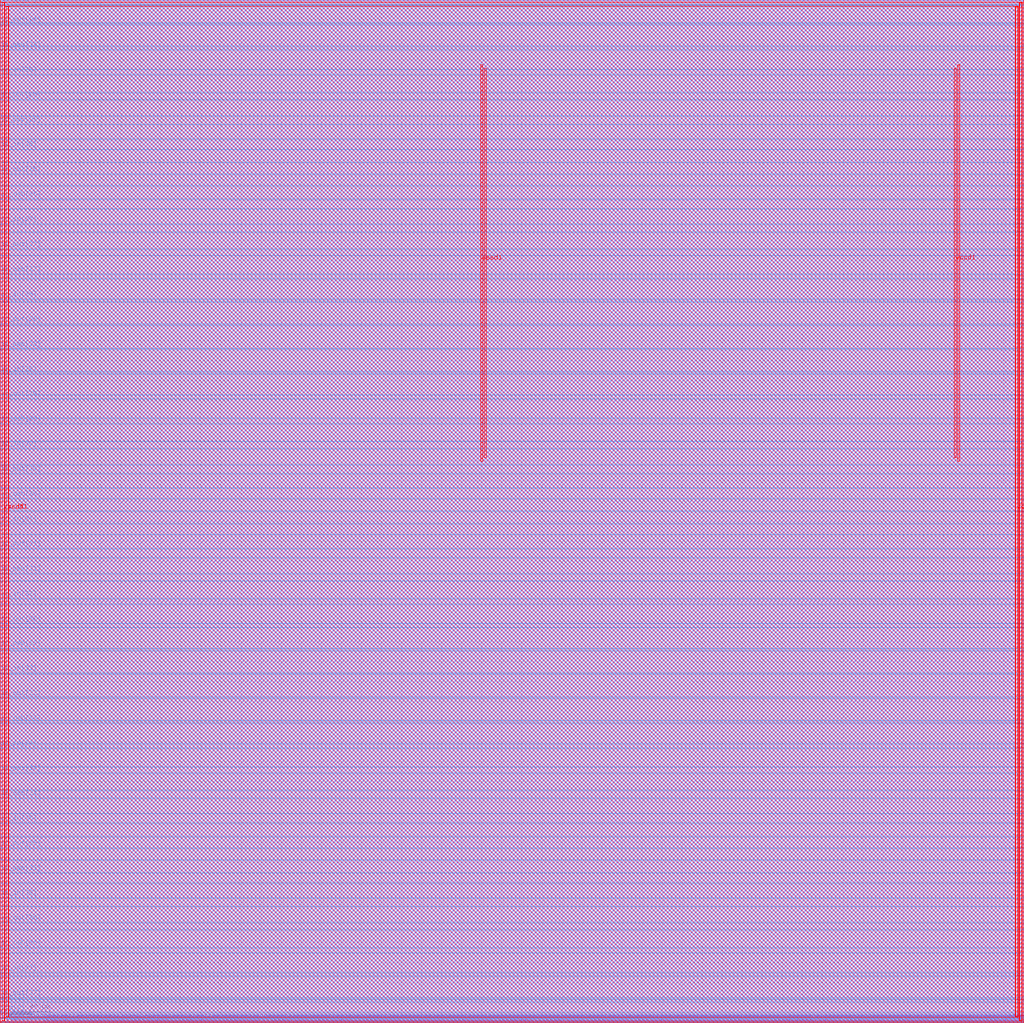
<source format=lef>
##
## LEF for PtnCells ;
## created by Innovus v20.10-p004_1 on Tue May 31 00:36:02 2022
##

VERSION 5.8 ;

BUSBITCHARS "[]" ;
DIVIDERCHAR "/" ;

MACRO user_proj_example
  CLASS BLOCK ;
  SIZE 1020.280000 BY 1019.660000 ;
  FOREIGN user_proj_example 0.000000 0.000000 ;
  ORIGIN 0 0 ;
  SYMMETRY X Y R90 ;
  PIN wb_clk_i
    DIRECTION INPUT ;
    USE SIGNAL ;
    ANTENNAMODEL OXIDE1 ;
    ANTENNAGATEAREA 0.852 LAYER met2  ;
    ANTENNAPARTIALMETALAREA 0.8708 LAYER met2  ;
    ANTENNAPARTIALMETALSIDEAREA 4.193 LAYER met2  ;
    ANTENNAPARTIALCUTAREA 0.04 LAYER via2  ;
    ANTENNAPARTIALMETALAREA 144.448 LAYER met3  ;
    ANTENNAPARTIALMETALSIDEAREA 771.328 LAYER met3  ;
    ANTENNAGATEAREA 0.852 LAYER met3  ;
    ANTENNAMAXAREACAR 170.052 LAYER met3  ;
    ANTENNAMAXSIDEAREACAR 906.867 LAYER met3  ;
    ANTENNAMAXCUTCAR 0.107277 LAYER via3  ;
    PORT
      LAYER met2 ;
        RECT 2.015000 0.000000 2.155000 0.490000 ;
    END
  END wb_clk_i
  PIN wb_rst_i
    DIRECTION INPUT ;
    USE SIGNAL ;
    ANTENNAPARTIALMETALAREA 1.0714 LAYER met2  ;
    ANTENNAPARTIALMETALSIDEAREA 5.131 LAYER met2  ;
    ANTENNAMODEL OXIDE1 ;
    ANTENNAGATEAREA 0.2475 LAYER met2  ;
    ANTENNAMAXAREACAR 57.8188 LAYER met2  ;
    ANTENNAMAXSIDEAREACAR 285.061 LAYER met2  ;
    ANTENNAMAXCUTCAR 0.207677 LAYER via2  ;
    PORT
      LAYER met2 ;
        RECT 0.000000 5.200000 0.490000 5.340000 ;
    END
  END wb_rst_i
  PIN wbs_stb_i
    DIRECTION INPUT ;
    USE SIGNAL ;
    PORT
      LAYER met2 ;
        RECT 216.875000 0.000000 217.015000 0.490000 ;
    END
  END wbs_stb_i
  PIN wbs_cyc_i
    DIRECTION INPUT ;
    USE SIGNAL ;
    PORT
      LAYER met2 ;
        RECT 72.940000 0.000000 73.080000 0.490000 ;
    END
  END wbs_cyc_i
  PIN wbs_we_i
    DIRECTION INPUT ;
    USE SIGNAL ;
    PORT
      LAYER met2 ;
        RECT 218.960000 0.000000 219.100000 0.490000 ;
    END
  END wbs_we_i
  PIN wbs_sel_i[3]
    DIRECTION INPUT ;
    USE SIGNAL ;
    PORT
      LAYER met2 ;
        RECT 214.790000 0.000000 214.930000 0.490000 ;
    END
  END wbs_sel_i[3]
  PIN wbs_sel_i[2]
    DIRECTION INPUT ;
    USE SIGNAL ;
    PORT
      LAYER met2 ;
        RECT 212.700000 0.000000 212.840000 0.490000 ;
    END
  END wbs_sel_i[2]
  PIN wbs_sel_i[1]
    DIRECTION INPUT ;
    USE SIGNAL ;
    PORT
      LAYER met2 ;
        RECT 210.615000 0.000000 210.755000 0.490000 ;
    END
  END wbs_sel_i[1]
  PIN wbs_sel_i[0]
    DIRECTION INPUT ;
    USE SIGNAL ;
    PORT
      LAYER met2 ;
        RECT 208.530000 0.000000 208.670000 0.490000 ;
    END
  END wbs_sel_i[0]
  PIN wbs_dat_i[31]
    DIRECTION INPUT ;
    USE SIGNAL ;
    PORT
      LAYER met2 ;
        RECT 139.690000 0.000000 139.830000 0.490000 ;
    END
  END wbs_dat_i[31]
  PIN wbs_dat_i[30]
    DIRECTION INPUT ;
    USE SIGNAL ;
    PORT
      LAYER met2 ;
        RECT 137.605000 0.000000 137.745000 0.490000 ;
    END
  END wbs_dat_i[30]
  PIN wbs_dat_i[29]
    DIRECTION INPUT ;
    USE SIGNAL ;
    PORT
      LAYER met2 ;
        RECT 135.520000 0.000000 135.660000 0.490000 ;
    END
  END wbs_dat_i[29]
  PIN wbs_dat_i[28]
    DIRECTION INPUT ;
    USE SIGNAL ;
    PORT
      LAYER met2 ;
        RECT 133.435000 0.000000 133.575000 0.490000 ;
    END
  END wbs_dat_i[28]
  PIN wbs_dat_i[27]
    DIRECTION INPUT ;
    USE SIGNAL ;
    PORT
      LAYER met2 ;
        RECT 131.350000 0.000000 131.490000 0.490000 ;
    END
  END wbs_dat_i[27]
  PIN wbs_dat_i[26]
    DIRECTION INPUT ;
    USE SIGNAL ;
    PORT
      LAYER met2 ;
        RECT 129.260000 0.000000 129.400000 0.490000 ;
    END
  END wbs_dat_i[26]
  PIN wbs_dat_i[25]
    DIRECTION INPUT ;
    USE SIGNAL ;
    PORT
      LAYER met2 ;
        RECT 127.175000 0.000000 127.315000 0.490000 ;
    END
  END wbs_dat_i[25]
  PIN wbs_dat_i[24]
    DIRECTION INPUT ;
    USE SIGNAL ;
    PORT
      LAYER met2 ;
        RECT 125.090000 0.000000 125.230000 0.490000 ;
    END
  END wbs_dat_i[24]
  PIN wbs_dat_i[23]
    DIRECTION INPUT ;
    USE SIGNAL ;
    PORT
      LAYER met2 ;
        RECT 123.005000 0.000000 123.145000 0.490000 ;
    END
  END wbs_dat_i[23]
  PIN wbs_dat_i[22]
    DIRECTION INPUT ;
    USE SIGNAL ;
    PORT
      LAYER met2 ;
        RECT 120.920000 0.000000 121.060000 0.490000 ;
    END
  END wbs_dat_i[22]
  PIN wbs_dat_i[21]
    DIRECTION INPUT ;
    USE SIGNAL ;
    PORT
      LAYER met2 ;
        RECT 118.830000 0.000000 118.970000 0.490000 ;
    END
  END wbs_dat_i[21]
  PIN wbs_dat_i[20]
    DIRECTION INPUT ;
    USE SIGNAL ;
    PORT
      LAYER met2 ;
        RECT 116.745000 0.000000 116.885000 0.490000 ;
    END
  END wbs_dat_i[20]
  PIN wbs_dat_i[19]
    DIRECTION INPUT ;
    USE SIGNAL ;
    PORT
      LAYER met2 ;
        RECT 114.660000 0.000000 114.800000 0.490000 ;
    END
  END wbs_dat_i[19]
  PIN wbs_dat_i[18]
    DIRECTION INPUT ;
    USE SIGNAL ;
    PORT
      LAYER met2 ;
        RECT 112.575000 0.000000 112.715000 0.490000 ;
    END
  END wbs_dat_i[18]
  PIN wbs_dat_i[17]
    DIRECTION INPUT ;
    USE SIGNAL ;
    PORT
      LAYER met2 ;
        RECT 110.490000 0.000000 110.630000 0.490000 ;
    END
  END wbs_dat_i[17]
  PIN wbs_dat_i[16]
    DIRECTION INPUT ;
    USE SIGNAL ;
    PORT
      LAYER met2 ;
        RECT 108.400000 0.000000 108.540000 0.490000 ;
    END
  END wbs_dat_i[16]
  PIN wbs_dat_i[15]
    DIRECTION INPUT ;
    USE SIGNAL ;
    PORT
      LAYER met2 ;
        RECT 106.315000 0.000000 106.455000 0.490000 ;
    END
  END wbs_dat_i[15]
  PIN wbs_dat_i[14]
    DIRECTION INPUT ;
    USE SIGNAL ;
    PORT
      LAYER met2 ;
        RECT 104.230000 0.000000 104.370000 0.490000 ;
    END
  END wbs_dat_i[14]
  PIN wbs_dat_i[13]
    DIRECTION INPUT ;
    USE SIGNAL ;
    PORT
      LAYER met2 ;
        RECT 102.145000 0.000000 102.285000 0.490000 ;
    END
  END wbs_dat_i[13]
  PIN wbs_dat_i[12]
    DIRECTION INPUT ;
    USE SIGNAL ;
    PORT
      LAYER met2 ;
        RECT 100.060000 0.000000 100.200000 0.490000 ;
    END
  END wbs_dat_i[12]
  PIN wbs_dat_i[11]
    DIRECTION INPUT ;
    USE SIGNAL ;
    PORT
      LAYER met2 ;
        RECT 97.970000 0.000000 98.110000 0.490000 ;
    END
  END wbs_dat_i[11]
  PIN wbs_dat_i[10]
    DIRECTION INPUT ;
    USE SIGNAL ;
    PORT
      LAYER met2 ;
        RECT 95.885000 0.000000 96.025000 0.490000 ;
    END
  END wbs_dat_i[10]
  PIN wbs_dat_i[9]
    DIRECTION INPUT ;
    USE SIGNAL ;
    PORT
      LAYER met2 ;
        RECT 93.800000 0.000000 93.940000 0.490000 ;
    END
  END wbs_dat_i[9]
  PIN wbs_dat_i[8]
    DIRECTION INPUT ;
    USE SIGNAL ;
    PORT
      LAYER met2 ;
        RECT 91.715000 0.000000 91.855000 0.490000 ;
    END
  END wbs_dat_i[8]
  PIN wbs_dat_i[7]
    DIRECTION INPUT ;
    USE SIGNAL ;
    PORT
      LAYER met2 ;
        RECT 89.630000 0.000000 89.770000 0.490000 ;
    END
  END wbs_dat_i[7]
  PIN wbs_dat_i[6]
    DIRECTION INPUT ;
    USE SIGNAL ;
    PORT
      LAYER met2 ;
        RECT 87.540000 0.000000 87.680000 0.490000 ;
    END
  END wbs_dat_i[6]
  PIN wbs_dat_i[5]
    DIRECTION INPUT ;
    USE SIGNAL ;
    PORT
      LAYER met2 ;
        RECT 85.455000 0.000000 85.595000 0.490000 ;
    END
  END wbs_dat_i[5]
  PIN wbs_dat_i[4]
    DIRECTION INPUT ;
    USE SIGNAL ;
    PORT
      LAYER met2 ;
        RECT 83.370000 0.000000 83.510000 0.490000 ;
    END
  END wbs_dat_i[4]
  PIN wbs_dat_i[3]
    DIRECTION INPUT ;
    USE SIGNAL ;
    PORT
      LAYER met2 ;
        RECT 81.285000 0.000000 81.425000 0.490000 ;
    END
  END wbs_dat_i[3]
  PIN wbs_dat_i[2]
    DIRECTION INPUT ;
    USE SIGNAL ;
    PORT
      LAYER met2 ;
        RECT 79.200000 0.000000 79.340000 0.490000 ;
    END
  END wbs_dat_i[2]
  PIN wbs_dat_i[1]
    DIRECTION INPUT ;
    USE SIGNAL ;
    PORT
      LAYER met2 ;
        RECT 77.110000 0.000000 77.250000 0.490000 ;
    END
  END wbs_dat_i[1]
  PIN wbs_dat_i[0]
    DIRECTION INPUT ;
    USE SIGNAL ;
    PORT
      LAYER met2 ;
        RECT 75.025000 0.000000 75.165000 0.490000 ;
    END
  END wbs_dat_i[0]
  PIN wbs_adr_i[31]
    DIRECTION INPUT ;
    USE SIGNAL ;
    PORT
      LAYER met2 ;
        RECT 70.855000 0.000000 70.995000 0.490000 ;
    END
  END wbs_adr_i[31]
  PIN wbs_adr_i[30]
    DIRECTION INPUT ;
    USE SIGNAL ;
    PORT
      LAYER met2 ;
        RECT 68.770000 0.000000 68.910000 0.490000 ;
    END
  END wbs_adr_i[30]
  PIN wbs_adr_i[29]
    DIRECTION INPUT ;
    USE SIGNAL ;
    PORT
      LAYER met2 ;
        RECT 66.680000 0.000000 66.820000 0.490000 ;
    END
  END wbs_adr_i[29]
  PIN wbs_adr_i[28]
    DIRECTION INPUT ;
    USE SIGNAL ;
    PORT
      LAYER met2 ;
        RECT 64.595000 0.000000 64.735000 0.490000 ;
    END
  END wbs_adr_i[28]
  PIN wbs_adr_i[27]
    DIRECTION INPUT ;
    USE SIGNAL ;
    PORT
      LAYER met2 ;
        RECT 62.510000 0.000000 62.650000 0.490000 ;
    END
  END wbs_adr_i[27]
  PIN wbs_adr_i[26]
    DIRECTION INPUT ;
    USE SIGNAL ;
    PORT
      LAYER met2 ;
        RECT 60.425000 0.000000 60.565000 0.490000 ;
    END
  END wbs_adr_i[26]
  PIN wbs_adr_i[25]
    DIRECTION INPUT ;
    USE SIGNAL ;
    PORT
      LAYER met2 ;
        RECT 58.340000 0.000000 58.480000 0.490000 ;
    END
  END wbs_adr_i[25]
  PIN wbs_adr_i[24]
    DIRECTION INPUT ;
    USE SIGNAL ;
    PORT
      LAYER met2 ;
        RECT 56.250000 0.000000 56.390000 0.490000 ;
    END
  END wbs_adr_i[24]
  PIN wbs_adr_i[23]
    DIRECTION INPUT ;
    USE SIGNAL ;
    PORT
      LAYER met2 ;
        RECT 54.165000 0.000000 54.305000 0.490000 ;
    END
  END wbs_adr_i[23]
  PIN wbs_adr_i[22]
    DIRECTION INPUT ;
    USE SIGNAL ;
    PORT
      LAYER met2 ;
        RECT 52.080000 0.000000 52.220000 0.490000 ;
    END
  END wbs_adr_i[22]
  PIN wbs_adr_i[21]
    DIRECTION INPUT ;
    USE SIGNAL ;
    PORT
      LAYER met2 ;
        RECT 49.995000 0.000000 50.135000 0.490000 ;
    END
  END wbs_adr_i[21]
  PIN wbs_adr_i[20]
    DIRECTION INPUT ;
    USE SIGNAL ;
    PORT
      LAYER met2 ;
        RECT 47.910000 0.000000 48.050000 0.490000 ;
    END
  END wbs_adr_i[20]
  PIN wbs_adr_i[19]
    DIRECTION INPUT ;
    USE SIGNAL ;
    PORT
      LAYER met2 ;
        RECT 45.820000 0.000000 45.960000 0.490000 ;
    END
  END wbs_adr_i[19]
  PIN wbs_adr_i[18]
    DIRECTION INPUT ;
    USE SIGNAL ;
    PORT
      LAYER met2 ;
        RECT 43.735000 0.000000 43.875000 0.490000 ;
    END
  END wbs_adr_i[18]
  PIN wbs_adr_i[17]
    DIRECTION INPUT ;
    USE SIGNAL ;
    PORT
      LAYER met2 ;
        RECT 41.650000 0.000000 41.790000 0.490000 ;
    END
  END wbs_adr_i[17]
  PIN wbs_adr_i[16]
    DIRECTION INPUT ;
    USE SIGNAL ;
    PORT
      LAYER met2 ;
        RECT 39.565000 0.000000 39.705000 0.490000 ;
    END
  END wbs_adr_i[16]
  PIN wbs_adr_i[15]
    DIRECTION INPUT ;
    USE SIGNAL ;
    PORT
      LAYER met2 ;
        RECT 37.480000 0.000000 37.620000 0.490000 ;
    END
  END wbs_adr_i[15]
  PIN wbs_adr_i[14]
    DIRECTION INPUT ;
    USE SIGNAL ;
    PORT
      LAYER met2 ;
        RECT 35.390000 0.000000 35.530000 0.490000 ;
    END
  END wbs_adr_i[14]
  PIN wbs_adr_i[13]
    DIRECTION INPUT ;
    USE SIGNAL ;
    PORT
      LAYER met2 ;
        RECT 33.305000 0.000000 33.445000 0.490000 ;
    END
  END wbs_adr_i[13]
  PIN wbs_adr_i[12]
    DIRECTION INPUT ;
    USE SIGNAL ;
    PORT
      LAYER met2 ;
        RECT 31.220000 0.000000 31.360000 0.490000 ;
    END
  END wbs_adr_i[12]
  PIN wbs_adr_i[11]
    DIRECTION INPUT ;
    USE SIGNAL ;
    PORT
      LAYER met2 ;
        RECT 29.135000 0.000000 29.275000 0.490000 ;
    END
  END wbs_adr_i[11]
  PIN wbs_adr_i[10]
    DIRECTION INPUT ;
    USE SIGNAL ;
    PORT
      LAYER met2 ;
        RECT 27.050000 0.000000 27.190000 0.490000 ;
    END
  END wbs_adr_i[10]
  PIN wbs_adr_i[9]
    DIRECTION INPUT ;
    USE SIGNAL ;
    PORT
      LAYER met2 ;
        RECT 24.960000 0.000000 25.100000 0.490000 ;
    END
  END wbs_adr_i[9]
  PIN wbs_adr_i[8]
    DIRECTION INPUT ;
    USE SIGNAL ;
    PORT
      LAYER met2 ;
        RECT 22.875000 0.000000 23.015000 0.490000 ;
    END
  END wbs_adr_i[8]
  PIN wbs_adr_i[7]
    DIRECTION INPUT ;
    USE SIGNAL ;
    PORT
      LAYER met2 ;
        RECT 20.790000 0.000000 20.930000 0.490000 ;
    END
  END wbs_adr_i[7]
  PIN wbs_adr_i[6]
    DIRECTION INPUT ;
    USE SIGNAL ;
    PORT
      LAYER met2 ;
        RECT 18.705000 0.000000 18.845000 0.490000 ;
    END
  END wbs_adr_i[6]
  PIN wbs_adr_i[5]
    DIRECTION INPUT ;
    USE SIGNAL ;
    PORT
      LAYER met2 ;
        RECT 16.620000 0.000000 16.760000 0.490000 ;
    END
  END wbs_adr_i[5]
  PIN wbs_adr_i[4]
    DIRECTION INPUT ;
    USE SIGNAL ;
    PORT
      LAYER met2 ;
        RECT 14.530000 0.000000 14.670000 0.490000 ;
    END
  END wbs_adr_i[4]
  PIN wbs_adr_i[3]
    DIRECTION INPUT ;
    USE SIGNAL ;
    PORT
      LAYER met2 ;
        RECT 12.445000 0.000000 12.585000 0.490000 ;
    END
  END wbs_adr_i[3]
  PIN wbs_adr_i[2]
    DIRECTION INPUT ;
    USE SIGNAL ;
    PORT
      LAYER met2 ;
        RECT 10.360000 0.000000 10.500000 0.490000 ;
    END
  END wbs_adr_i[2]
  PIN wbs_adr_i[1]
    DIRECTION INPUT ;
    USE SIGNAL ;
    PORT
      LAYER met2 ;
        RECT 8.275000 0.000000 8.415000 0.490000 ;
    END
  END wbs_adr_i[1]
  PIN wbs_adr_i[0]
    DIRECTION INPUT ;
    USE SIGNAL ;
    PORT
      LAYER met2 ;
        RECT 6.190000 0.000000 6.330000 0.490000 ;
    END
  END wbs_adr_i[0]
  PIN wbs_ack_o
    DIRECTION OUTPUT ;
    USE SIGNAL ;
    ANTENNAPARTIALMETALAREA 0.1323 LAYER met2  ;
    ANTENNAPARTIALMETALSIDEAREA 0.5005 LAYER met2  ;
    ANTENNAPARTIALCUTAREA 0.04 LAYER via2  ;
    ANTENNAPARTIALMETALAREA 442.659 LAYER met3  ;
    ANTENNAPARTIALMETALSIDEAREA 2388.32 LAYER met3  ;
    ANTENNAPARTIALCUTAREA 0.04 LAYER via3  ;
    ANTENNAPARTIALMETALAREA 0.6516 LAYER met4  ;
    ANTENNAPARTIALMETALSIDEAREA 4.416 LAYER met4  ;
    ANTENNAMODEL OXIDE1 ;
    ANTENNAGATEAREA 0.2475 LAYER met4  ;
    ANTENNAMAXAREACAR 2.63273 LAYER met4  ;
    ANTENNAMAXSIDEAREACAR 17.8424 LAYER met4  ;
    PORT
      LAYER met2 ;
        RECT 4.100000 0.000000 4.240000 0.490000 ;
    END
  END wbs_ack_o
  PIN wbs_dat_o[31]
    DIRECTION OUTPUT ;
    USE SIGNAL ;
    ANTENNAPARTIALMETALAREA 65.095 LAYER met2  ;
    ANTENNAPARTIALMETALSIDEAREA 321.895 LAYER met2  ;
    ANTENNAPARTIALCUTAREA 0.4 LAYER via2  ;
    ANTENNAPARTIALMETALAREA 442.659 LAYER met3  ;
    ANTENNAPARTIALMETALSIDEAREA 2388.32 LAYER met3  ;
    ANTENNAPARTIALCUTAREA 0.04 LAYER via3  ;
    ANTENNAPARTIALMETALAREA 0.6516 LAYER met4  ;
    ANTENNAPARTIALMETALSIDEAREA 4.416 LAYER met4  ;
    ANTENNAMODEL OXIDE1 ;
    ANTENNAGATEAREA 0.2475 LAYER met4  ;
    ANTENNAMAXAREACAR 2.63273 LAYER met4  ;
    ANTENNAMAXSIDEAREACAR 17.8424 LAYER met4  ;
    PORT
      LAYER met2 ;
        RECT 206.445000 0.000000 206.585000 0.490000 ;
    END
  END wbs_dat_o[31]
  PIN wbs_dat_o[30]
    DIRECTION OUTPUT ;
    USE SIGNAL ;
    ANTENNAPARTIALMETALAREA 65.095 LAYER met2  ;
    ANTENNAPARTIALMETALSIDEAREA 321.895 LAYER met2  ;
    ANTENNAPARTIALCUTAREA 0.4 LAYER via2  ;
    ANTENNAPARTIALMETALAREA 442.659 LAYER met3  ;
    ANTENNAPARTIALMETALSIDEAREA 2388.32 LAYER met3  ;
    ANTENNAPARTIALCUTAREA 0.04 LAYER via3  ;
    ANTENNAPARTIALMETALAREA 0.6516 LAYER met4  ;
    ANTENNAPARTIALMETALSIDEAREA 4.416 LAYER met4  ;
    ANTENNAMODEL OXIDE1 ;
    ANTENNAGATEAREA 0.2475 LAYER met4  ;
    ANTENNAMAXAREACAR 2.63273 LAYER met4  ;
    ANTENNAMAXSIDEAREACAR 17.8424 LAYER met4  ;
    PORT
      LAYER met2 ;
        RECT 204.360000 0.000000 204.500000 0.490000 ;
    END
  END wbs_dat_o[30]
  PIN wbs_dat_o[29]
    DIRECTION OUTPUT ;
    USE SIGNAL ;
    ANTENNAPARTIALMETALAREA 65.095 LAYER met2  ;
    ANTENNAPARTIALMETALSIDEAREA 321.895 LAYER met2  ;
    ANTENNAPARTIALCUTAREA 0.4 LAYER via2  ;
    ANTENNAPARTIALMETALAREA 442.659 LAYER met3  ;
    ANTENNAPARTIALMETALSIDEAREA 2388.32 LAYER met3  ;
    ANTENNAPARTIALCUTAREA 0.04 LAYER via3  ;
    ANTENNAPARTIALMETALAREA 0.6516 LAYER met4  ;
    ANTENNAPARTIALMETALSIDEAREA 4.416 LAYER met4  ;
    ANTENNAMODEL OXIDE1 ;
    ANTENNAGATEAREA 0.2475 LAYER met4  ;
    ANTENNAMAXAREACAR 2.63273 LAYER met4  ;
    ANTENNAMAXSIDEAREACAR 17.8424 LAYER met4  ;
    PORT
      LAYER met2 ;
        RECT 202.270000 0.000000 202.410000 0.490000 ;
    END
  END wbs_dat_o[29]
  PIN wbs_dat_o[28]
    DIRECTION OUTPUT ;
    USE SIGNAL ;
    ANTENNAPARTIALMETALAREA 65.095 LAYER met2  ;
    ANTENNAPARTIALMETALSIDEAREA 321.895 LAYER met2  ;
    ANTENNAPARTIALCUTAREA 0.4 LAYER via2  ;
    ANTENNAPARTIALMETALAREA 442.659 LAYER met3  ;
    ANTENNAPARTIALMETALSIDEAREA 2388.32 LAYER met3  ;
    ANTENNAPARTIALCUTAREA 0.04 LAYER via3  ;
    ANTENNAPARTIALMETALAREA 0.6516 LAYER met4  ;
    ANTENNAPARTIALMETALSIDEAREA 4.416 LAYER met4  ;
    ANTENNAMODEL OXIDE1 ;
    ANTENNAGATEAREA 0.2475 LAYER met4  ;
    ANTENNAMAXAREACAR 2.63273 LAYER met4  ;
    ANTENNAMAXSIDEAREACAR 17.8424 LAYER met4  ;
    PORT
      LAYER met2 ;
        RECT 200.185000 0.000000 200.325000 0.490000 ;
    END
  END wbs_dat_o[28]
  PIN wbs_dat_o[27]
    DIRECTION OUTPUT ;
    USE SIGNAL ;
    ANTENNAPARTIALMETALAREA 65.095 LAYER met2  ;
    ANTENNAPARTIALMETALSIDEAREA 321.895 LAYER met2  ;
    ANTENNAPARTIALCUTAREA 0.4 LAYER via2  ;
    ANTENNAPARTIALMETALAREA 442.659 LAYER met3  ;
    ANTENNAPARTIALMETALSIDEAREA 2388.32 LAYER met3  ;
    ANTENNAPARTIALCUTAREA 0.04 LAYER via3  ;
    ANTENNAPARTIALMETALAREA 0.6516 LAYER met4  ;
    ANTENNAPARTIALMETALSIDEAREA 4.416 LAYER met4  ;
    ANTENNAMODEL OXIDE1 ;
    ANTENNAGATEAREA 0.2475 LAYER met4  ;
    ANTENNAMAXAREACAR 2.63273 LAYER met4  ;
    ANTENNAMAXSIDEAREACAR 17.8424 LAYER met4  ;
    PORT
      LAYER met2 ;
        RECT 198.100000 0.000000 198.240000 0.490000 ;
    END
  END wbs_dat_o[27]
  PIN wbs_dat_o[26]
    DIRECTION OUTPUT ;
    USE SIGNAL ;
    ANTENNAPARTIALMETALAREA 65.095 LAYER met2  ;
    ANTENNAPARTIALMETALSIDEAREA 321.895 LAYER met2  ;
    ANTENNAPARTIALCUTAREA 0.4 LAYER via2  ;
    ANTENNAPARTIALMETALAREA 442.659 LAYER met3  ;
    ANTENNAPARTIALMETALSIDEAREA 2388.32 LAYER met3  ;
    ANTENNAPARTIALCUTAREA 0.04 LAYER via3  ;
    ANTENNAPARTIALMETALAREA 0.6516 LAYER met4  ;
    ANTENNAPARTIALMETALSIDEAREA 4.416 LAYER met4  ;
    ANTENNAMODEL OXIDE1 ;
    ANTENNAGATEAREA 0.2475 LAYER met4  ;
    ANTENNAMAXAREACAR 2.63273 LAYER met4  ;
    ANTENNAMAXSIDEAREACAR 17.8424 LAYER met4  ;
    PORT
      LAYER met2 ;
        RECT 196.015000 0.000000 196.155000 0.490000 ;
    END
  END wbs_dat_o[26]
  PIN wbs_dat_o[25]
    DIRECTION OUTPUT ;
    USE SIGNAL ;
    ANTENNAPARTIALMETALAREA 65.095 LAYER met2  ;
    ANTENNAPARTIALMETALSIDEAREA 321.895 LAYER met2  ;
    ANTENNAPARTIALCUTAREA 0.4 LAYER via2  ;
    ANTENNAPARTIALMETALAREA 442.659 LAYER met3  ;
    ANTENNAPARTIALMETALSIDEAREA 2388.32 LAYER met3  ;
    ANTENNAPARTIALCUTAREA 0.04 LAYER via3  ;
    ANTENNAPARTIALMETALAREA 0.6516 LAYER met4  ;
    ANTENNAPARTIALMETALSIDEAREA 4.416 LAYER met4  ;
    ANTENNAMODEL OXIDE1 ;
    ANTENNAGATEAREA 0.2475 LAYER met4  ;
    ANTENNAMAXAREACAR 2.63273 LAYER met4  ;
    ANTENNAMAXSIDEAREACAR 17.8424 LAYER met4  ;
    PORT
      LAYER met2 ;
        RECT 193.930000 0.000000 194.070000 0.490000 ;
    END
  END wbs_dat_o[25]
  PIN wbs_dat_o[24]
    DIRECTION OUTPUT ;
    USE SIGNAL ;
    ANTENNAPARTIALMETALAREA 65.095 LAYER met2  ;
    ANTENNAPARTIALMETALSIDEAREA 321.895 LAYER met2  ;
    ANTENNAPARTIALCUTAREA 0.4 LAYER via2  ;
    ANTENNAPARTIALMETALAREA 442.659 LAYER met3  ;
    ANTENNAPARTIALMETALSIDEAREA 2388.32 LAYER met3  ;
    ANTENNAPARTIALCUTAREA 0.04 LAYER via3  ;
    ANTENNAPARTIALMETALAREA 0.6516 LAYER met4  ;
    ANTENNAPARTIALMETALSIDEAREA 4.416 LAYER met4  ;
    ANTENNAMODEL OXIDE1 ;
    ANTENNAGATEAREA 0.2475 LAYER met4  ;
    ANTENNAMAXAREACAR 2.63273 LAYER met4  ;
    ANTENNAMAXSIDEAREACAR 17.8424 LAYER met4  ;
    PORT
      LAYER met2 ;
        RECT 191.840000 0.000000 191.980000 0.490000 ;
    END
  END wbs_dat_o[24]
  PIN wbs_dat_o[23]
    DIRECTION OUTPUT ;
    USE SIGNAL ;
    ANTENNAPARTIALMETALAREA 65.095 LAYER met2  ;
    ANTENNAPARTIALMETALSIDEAREA 321.895 LAYER met2  ;
    ANTENNAPARTIALCUTAREA 0.4 LAYER via2  ;
    ANTENNAPARTIALMETALAREA 442.659 LAYER met3  ;
    ANTENNAPARTIALMETALSIDEAREA 2388.32 LAYER met3  ;
    ANTENNAPARTIALCUTAREA 0.04 LAYER via3  ;
    ANTENNAPARTIALMETALAREA 0.6516 LAYER met4  ;
    ANTENNAPARTIALMETALSIDEAREA 4.416 LAYER met4  ;
    ANTENNAMODEL OXIDE1 ;
    ANTENNAGATEAREA 0.2475 LAYER met4  ;
    ANTENNAMAXAREACAR 2.63273 LAYER met4  ;
    ANTENNAMAXSIDEAREACAR 17.8424 LAYER met4  ;
    PORT
      LAYER met2 ;
        RECT 189.755000 0.000000 189.895000 0.490000 ;
    END
  END wbs_dat_o[23]
  PIN wbs_dat_o[22]
    DIRECTION OUTPUT ;
    USE SIGNAL ;
    ANTENNAPARTIALMETALAREA 65.095 LAYER met2  ;
    ANTENNAPARTIALMETALSIDEAREA 321.895 LAYER met2  ;
    ANTENNAPARTIALCUTAREA 0.4 LAYER via2  ;
    ANTENNAPARTIALMETALAREA 442.659 LAYER met3  ;
    ANTENNAPARTIALMETALSIDEAREA 2388.32 LAYER met3  ;
    ANTENNAPARTIALCUTAREA 0.04 LAYER via3  ;
    ANTENNAPARTIALMETALAREA 0.6516 LAYER met4  ;
    ANTENNAPARTIALMETALSIDEAREA 4.416 LAYER met4  ;
    ANTENNAMODEL OXIDE1 ;
    ANTENNAGATEAREA 0.2475 LAYER met4  ;
    ANTENNAMAXAREACAR 2.63273 LAYER met4  ;
    ANTENNAMAXSIDEAREACAR 17.8424 LAYER met4  ;
    PORT
      LAYER met2 ;
        RECT 187.670000 0.000000 187.810000 0.490000 ;
    END
  END wbs_dat_o[22]
  PIN wbs_dat_o[21]
    DIRECTION OUTPUT ;
    USE SIGNAL ;
    ANTENNAPARTIALMETALAREA 65.095 LAYER met2  ;
    ANTENNAPARTIALMETALSIDEAREA 321.895 LAYER met2  ;
    ANTENNAPARTIALCUTAREA 0.4 LAYER via2  ;
    ANTENNAPARTIALMETALAREA 442.659 LAYER met3  ;
    ANTENNAPARTIALMETALSIDEAREA 2388.32 LAYER met3  ;
    ANTENNAPARTIALCUTAREA 0.04 LAYER via3  ;
    ANTENNAPARTIALMETALAREA 0.6516 LAYER met4  ;
    ANTENNAPARTIALMETALSIDEAREA 4.416 LAYER met4  ;
    ANTENNAMODEL OXIDE1 ;
    ANTENNAGATEAREA 0.2475 LAYER met4  ;
    ANTENNAMAXAREACAR 2.63273 LAYER met4  ;
    ANTENNAMAXSIDEAREACAR 17.8424 LAYER met4  ;
    PORT
      LAYER met2 ;
        RECT 185.585000 0.000000 185.725000 0.490000 ;
    END
  END wbs_dat_o[21]
  PIN wbs_dat_o[20]
    DIRECTION OUTPUT ;
    USE SIGNAL ;
    ANTENNAPARTIALMETALAREA 65.095 LAYER met2  ;
    ANTENNAPARTIALMETALSIDEAREA 321.895 LAYER met2  ;
    ANTENNAPARTIALCUTAREA 0.4 LAYER via2  ;
    ANTENNAPARTIALMETALAREA 442.659 LAYER met3  ;
    ANTENNAPARTIALMETALSIDEAREA 2388.32 LAYER met3  ;
    ANTENNAPARTIALCUTAREA 0.04 LAYER via3  ;
    ANTENNAPARTIALMETALAREA 0.6516 LAYER met4  ;
    ANTENNAPARTIALMETALSIDEAREA 4.416 LAYER met4  ;
    ANTENNAMODEL OXIDE1 ;
    ANTENNAGATEAREA 0.2475 LAYER met4  ;
    ANTENNAMAXAREACAR 2.63273 LAYER met4  ;
    ANTENNAMAXSIDEAREACAR 17.8424 LAYER met4  ;
    PORT
      LAYER met2 ;
        RECT 183.500000 0.000000 183.640000 0.490000 ;
    END
  END wbs_dat_o[20]
  PIN wbs_dat_o[19]
    DIRECTION OUTPUT ;
    USE SIGNAL ;
    ANTENNAPARTIALMETALAREA 65.095 LAYER met2  ;
    ANTENNAPARTIALMETALSIDEAREA 321.895 LAYER met2  ;
    ANTENNAPARTIALCUTAREA 0.4 LAYER via2  ;
    ANTENNAPARTIALMETALAREA 442.659 LAYER met3  ;
    ANTENNAPARTIALMETALSIDEAREA 2388.32 LAYER met3  ;
    ANTENNAPARTIALCUTAREA 0.04 LAYER via3  ;
    ANTENNAPARTIALMETALAREA 0.6516 LAYER met4  ;
    ANTENNAPARTIALMETALSIDEAREA 4.416 LAYER met4  ;
    ANTENNAMODEL OXIDE1 ;
    ANTENNAGATEAREA 0.2475 LAYER met4  ;
    ANTENNAMAXAREACAR 2.63273 LAYER met4  ;
    ANTENNAMAXSIDEAREACAR 17.8424 LAYER met4  ;
    PORT
      LAYER met2 ;
        RECT 181.410000 0.000000 181.550000 0.490000 ;
    END
  END wbs_dat_o[19]
  PIN wbs_dat_o[18]
    DIRECTION OUTPUT ;
    USE SIGNAL ;
    ANTENNAPARTIALMETALAREA 65.095 LAYER met2  ;
    ANTENNAPARTIALMETALSIDEAREA 321.895 LAYER met2  ;
    ANTENNAPARTIALCUTAREA 0.4 LAYER via2  ;
    ANTENNAPARTIALMETALAREA 442.659 LAYER met3  ;
    ANTENNAPARTIALMETALSIDEAREA 2388.32 LAYER met3  ;
    ANTENNAPARTIALCUTAREA 0.04 LAYER via3  ;
    ANTENNAPARTIALMETALAREA 0.6516 LAYER met4  ;
    ANTENNAPARTIALMETALSIDEAREA 4.416 LAYER met4  ;
    ANTENNAMODEL OXIDE1 ;
    ANTENNAGATEAREA 0.2475 LAYER met4  ;
    ANTENNAMAXAREACAR 2.63273 LAYER met4  ;
    ANTENNAMAXSIDEAREACAR 17.8424 LAYER met4  ;
    PORT
      LAYER met2 ;
        RECT 179.325000 0.000000 179.465000 0.490000 ;
    END
  END wbs_dat_o[18]
  PIN wbs_dat_o[17]
    DIRECTION OUTPUT ;
    USE SIGNAL ;
    ANTENNAPARTIALMETALAREA 65.095 LAYER met2  ;
    ANTENNAPARTIALMETALSIDEAREA 321.895 LAYER met2  ;
    ANTENNAPARTIALCUTAREA 0.4 LAYER via2  ;
    ANTENNAPARTIALMETALAREA 442.659 LAYER met3  ;
    ANTENNAPARTIALMETALSIDEAREA 2388.32 LAYER met3  ;
    ANTENNAPARTIALCUTAREA 0.04 LAYER via3  ;
    ANTENNAPARTIALMETALAREA 0.6516 LAYER met4  ;
    ANTENNAPARTIALMETALSIDEAREA 4.416 LAYER met4  ;
    ANTENNAMODEL OXIDE1 ;
    ANTENNAGATEAREA 0.2475 LAYER met4  ;
    ANTENNAMAXAREACAR 2.63273 LAYER met4  ;
    ANTENNAMAXSIDEAREACAR 17.8424 LAYER met4  ;
    PORT
      LAYER met2 ;
        RECT 177.240000 0.000000 177.380000 0.490000 ;
    END
  END wbs_dat_o[17]
  PIN wbs_dat_o[16]
    DIRECTION OUTPUT ;
    USE SIGNAL ;
    ANTENNAPARTIALMETALAREA 65.095 LAYER met2  ;
    ANTENNAPARTIALMETALSIDEAREA 321.895 LAYER met2  ;
    ANTENNAPARTIALCUTAREA 0.4 LAYER via2  ;
    ANTENNAPARTIALMETALAREA 442.659 LAYER met3  ;
    ANTENNAPARTIALMETALSIDEAREA 2388.32 LAYER met3  ;
    ANTENNAPARTIALCUTAREA 0.04 LAYER via3  ;
    ANTENNAPARTIALMETALAREA 0.6516 LAYER met4  ;
    ANTENNAPARTIALMETALSIDEAREA 4.416 LAYER met4  ;
    ANTENNAMODEL OXIDE1 ;
    ANTENNAGATEAREA 0.2475 LAYER met4  ;
    ANTENNAMAXAREACAR 2.63273 LAYER met4  ;
    ANTENNAMAXSIDEAREACAR 17.8424 LAYER met4  ;
    PORT
      LAYER met2 ;
        RECT 175.155000 0.000000 175.295000 0.490000 ;
    END
  END wbs_dat_o[16]
  PIN wbs_dat_o[15]
    DIRECTION OUTPUT ;
    USE SIGNAL ;
    ANTENNAPARTIALMETALAREA 65.095 LAYER met2  ;
    ANTENNAPARTIALMETALSIDEAREA 321.895 LAYER met2  ;
    ANTENNAPARTIALCUTAREA 0.4 LAYER via2  ;
    ANTENNAPARTIALMETALAREA 442.659 LAYER met3  ;
    ANTENNAPARTIALMETALSIDEAREA 2388.32 LAYER met3  ;
    ANTENNAPARTIALCUTAREA 0.04 LAYER via3  ;
    ANTENNAPARTIALMETALAREA 0.6516 LAYER met4  ;
    ANTENNAPARTIALMETALSIDEAREA 4.416 LAYER met4  ;
    ANTENNAMODEL OXIDE1 ;
    ANTENNAGATEAREA 0.2475 LAYER met4  ;
    ANTENNAMAXAREACAR 2.63273 LAYER met4  ;
    ANTENNAMAXSIDEAREACAR 17.8424 LAYER met4  ;
    PORT
      LAYER met2 ;
        RECT 173.070000 0.000000 173.210000 0.490000 ;
    END
  END wbs_dat_o[15]
  PIN wbs_dat_o[14]
    DIRECTION OUTPUT ;
    USE SIGNAL ;
    ANTENNAPARTIALMETALAREA 65.095 LAYER met2  ;
    ANTENNAPARTIALMETALSIDEAREA 321.895 LAYER met2  ;
    ANTENNAPARTIALCUTAREA 0.4 LAYER via2  ;
    ANTENNAPARTIALMETALAREA 442.659 LAYER met3  ;
    ANTENNAPARTIALMETALSIDEAREA 2388.32 LAYER met3  ;
    ANTENNAPARTIALCUTAREA 0.04 LAYER via3  ;
    ANTENNAPARTIALMETALAREA 0.6516 LAYER met4  ;
    ANTENNAPARTIALMETALSIDEAREA 4.416 LAYER met4  ;
    ANTENNAMODEL OXIDE1 ;
    ANTENNAGATEAREA 0.2475 LAYER met4  ;
    ANTENNAMAXAREACAR 2.63273 LAYER met4  ;
    ANTENNAMAXSIDEAREACAR 17.8424 LAYER met4  ;
    PORT
      LAYER met2 ;
        RECT 170.980000 0.000000 171.120000 0.490000 ;
    END
  END wbs_dat_o[14]
  PIN wbs_dat_o[13]
    DIRECTION OUTPUT ;
    USE SIGNAL ;
    ANTENNAPARTIALMETALAREA 65.0705 LAYER met2  ;
    ANTENNAPARTIALMETALSIDEAREA 321.773 LAYER met2  ;
    ANTENNAPARTIALCUTAREA 0.4 LAYER via2  ;
    ANTENNAPARTIALMETALAREA 442.659 LAYER met3  ;
    ANTENNAPARTIALMETALSIDEAREA 2388.32 LAYER met3  ;
    ANTENNAPARTIALCUTAREA 0.04 LAYER via3  ;
    ANTENNAPARTIALMETALAREA 0.6516 LAYER met4  ;
    ANTENNAPARTIALMETALSIDEAREA 4.416 LAYER met4  ;
    ANTENNAMODEL OXIDE1 ;
    ANTENNAGATEAREA 0.2475 LAYER met4  ;
    ANTENNAMAXAREACAR 2.63273 LAYER met4  ;
    ANTENNAMAXSIDEAREACAR 17.8424 LAYER met4  ;
    PORT
      LAYER met2 ;
        RECT 168.895000 0.000000 169.035000 0.490000 ;
    END
  END wbs_dat_o[13]
  PIN wbs_dat_o[12]
    DIRECTION OUTPUT ;
    USE SIGNAL ;
    ANTENNAPARTIALMETALAREA 65.0705 LAYER met2  ;
    ANTENNAPARTIALMETALSIDEAREA 321.773 LAYER met2  ;
    ANTENNAPARTIALCUTAREA 0.4 LAYER via2  ;
    ANTENNAPARTIALMETALAREA 442.659 LAYER met3  ;
    ANTENNAPARTIALMETALSIDEAREA 2388.32 LAYER met3  ;
    ANTENNAPARTIALCUTAREA 0.04 LAYER via3  ;
    ANTENNAPARTIALMETALAREA 0.6516 LAYER met4  ;
    ANTENNAPARTIALMETALSIDEAREA 4.416 LAYER met4  ;
    ANTENNAMODEL OXIDE1 ;
    ANTENNAGATEAREA 0.2475 LAYER met4  ;
    ANTENNAMAXAREACAR 2.63273 LAYER met4  ;
    ANTENNAMAXSIDEAREACAR 17.8424 LAYER met4  ;
    PORT
      LAYER met2 ;
        RECT 166.810000 0.000000 166.950000 0.490000 ;
    END
  END wbs_dat_o[12]
  PIN wbs_dat_o[11]
    DIRECTION OUTPUT ;
    USE SIGNAL ;
    ANTENNAPARTIALMETALAREA 65.0705 LAYER met2  ;
    ANTENNAPARTIALMETALSIDEAREA 321.773 LAYER met2  ;
    ANTENNAPARTIALCUTAREA 0.4 LAYER via2  ;
    ANTENNAPARTIALMETALAREA 442.659 LAYER met3  ;
    ANTENNAPARTIALMETALSIDEAREA 2388.32 LAYER met3  ;
    ANTENNAPARTIALCUTAREA 0.04 LAYER via3  ;
    ANTENNAPARTIALMETALAREA 0.6516 LAYER met4  ;
    ANTENNAPARTIALMETALSIDEAREA 4.416 LAYER met4  ;
    ANTENNAMODEL OXIDE1 ;
    ANTENNAGATEAREA 0.2475 LAYER met4  ;
    ANTENNAMAXAREACAR 2.63273 LAYER met4  ;
    ANTENNAMAXSIDEAREACAR 17.8424 LAYER met4  ;
    PORT
      LAYER met2 ;
        RECT 164.725000 0.000000 164.865000 0.490000 ;
    END
  END wbs_dat_o[11]
  PIN wbs_dat_o[10]
    DIRECTION OUTPUT ;
    USE SIGNAL ;
    ANTENNAPARTIALMETALAREA 65.0705 LAYER met2  ;
    ANTENNAPARTIALMETALSIDEAREA 321.773 LAYER met2  ;
    ANTENNAPARTIALCUTAREA 0.4 LAYER via2  ;
    ANTENNAPARTIALMETALAREA 442.659 LAYER met3  ;
    ANTENNAPARTIALMETALSIDEAREA 2388.32 LAYER met3  ;
    ANTENNAPARTIALCUTAREA 0.04 LAYER via3  ;
    ANTENNAPARTIALMETALAREA 0.6516 LAYER met4  ;
    ANTENNAPARTIALMETALSIDEAREA 4.416 LAYER met4  ;
    ANTENNAMODEL OXIDE1 ;
    ANTENNAGATEAREA 0.2475 LAYER met4  ;
    ANTENNAMAXAREACAR 2.63273 LAYER met4  ;
    ANTENNAMAXSIDEAREACAR 17.8424 LAYER met4  ;
    PORT
      LAYER met2 ;
        RECT 162.640000 0.000000 162.780000 0.490000 ;
    END
  END wbs_dat_o[10]
  PIN wbs_dat_o[9]
    DIRECTION OUTPUT ;
    USE SIGNAL ;
    ANTENNAPARTIALMETALAREA 65.0705 LAYER met2  ;
    ANTENNAPARTIALMETALSIDEAREA 321.773 LAYER met2  ;
    ANTENNAPARTIALCUTAREA 0.4 LAYER via2  ;
    ANTENNAPARTIALMETALAREA 442.659 LAYER met3  ;
    ANTENNAPARTIALMETALSIDEAREA 2388.32 LAYER met3  ;
    ANTENNAPARTIALCUTAREA 0.04 LAYER via3  ;
    ANTENNAPARTIALMETALAREA 0.6516 LAYER met4  ;
    ANTENNAPARTIALMETALSIDEAREA 4.416 LAYER met4  ;
    ANTENNAMODEL OXIDE1 ;
    ANTENNAGATEAREA 0.2475 LAYER met4  ;
    ANTENNAMAXAREACAR 2.63273 LAYER met4  ;
    ANTENNAMAXSIDEAREACAR 17.8424 LAYER met4  ;
    PORT
      LAYER met2 ;
        RECT 160.550000 0.000000 160.690000 0.490000 ;
    END
  END wbs_dat_o[9]
  PIN wbs_dat_o[8]
    DIRECTION OUTPUT ;
    USE SIGNAL ;
    ANTENNAPARTIALMETALAREA 65.0705 LAYER met2  ;
    ANTENNAPARTIALMETALSIDEAREA 321.773 LAYER met2  ;
    ANTENNAPARTIALCUTAREA 0.4 LAYER via2  ;
    ANTENNAPARTIALMETALAREA 442.659 LAYER met3  ;
    ANTENNAPARTIALMETALSIDEAREA 2388.32 LAYER met3  ;
    ANTENNAPARTIALCUTAREA 0.04 LAYER via3  ;
    ANTENNAPARTIALMETALAREA 0.6516 LAYER met4  ;
    ANTENNAPARTIALMETALSIDEAREA 4.416 LAYER met4  ;
    ANTENNAMODEL OXIDE1 ;
    ANTENNAGATEAREA 0.2475 LAYER met4  ;
    ANTENNAMAXAREACAR 2.63273 LAYER met4  ;
    ANTENNAMAXSIDEAREACAR 17.8424 LAYER met4  ;
    PORT
      LAYER met2 ;
        RECT 158.465000 0.000000 158.605000 0.490000 ;
    END
  END wbs_dat_o[8]
  PIN wbs_dat_o[7]
    DIRECTION OUTPUT ;
    USE SIGNAL ;
    ANTENNAPARTIALMETALAREA 65.0705 LAYER met2  ;
    ANTENNAPARTIALMETALSIDEAREA 321.773 LAYER met2  ;
    ANTENNAPARTIALCUTAREA 0.4 LAYER via2  ;
    ANTENNAPARTIALMETALAREA 442.659 LAYER met3  ;
    ANTENNAPARTIALMETALSIDEAREA 2388.32 LAYER met3  ;
    ANTENNAPARTIALCUTAREA 0.04 LAYER via3  ;
    ANTENNAPARTIALMETALAREA 0.6516 LAYER met4  ;
    ANTENNAPARTIALMETALSIDEAREA 4.416 LAYER met4  ;
    ANTENNAMODEL OXIDE1 ;
    ANTENNAGATEAREA 0.2475 LAYER met4  ;
    ANTENNAMAXAREACAR 2.63273 LAYER met4  ;
    ANTENNAMAXSIDEAREACAR 17.8424 LAYER met4  ;
    PORT
      LAYER met2 ;
        RECT 156.380000 0.000000 156.520000 0.490000 ;
    END
  END wbs_dat_o[7]
  PIN wbs_dat_o[6]
    DIRECTION OUTPUT ;
    USE SIGNAL ;
    ANTENNAPARTIALMETALAREA 65.0705 LAYER met2  ;
    ANTENNAPARTIALMETALSIDEAREA 321.773 LAYER met2  ;
    ANTENNAPARTIALCUTAREA 0.4 LAYER via2  ;
    ANTENNAPARTIALMETALAREA 442.659 LAYER met3  ;
    ANTENNAPARTIALMETALSIDEAREA 2388.32 LAYER met3  ;
    ANTENNAPARTIALCUTAREA 0.04 LAYER via3  ;
    ANTENNAPARTIALMETALAREA 0.6516 LAYER met4  ;
    ANTENNAPARTIALMETALSIDEAREA 4.416 LAYER met4  ;
    ANTENNAMODEL OXIDE1 ;
    ANTENNAGATEAREA 0.2475 LAYER met4  ;
    ANTENNAMAXAREACAR 2.63273 LAYER met4  ;
    ANTENNAMAXSIDEAREACAR 17.8424 LAYER met4  ;
    PORT
      LAYER met2 ;
        RECT 154.295000 0.000000 154.435000 0.490000 ;
    END
  END wbs_dat_o[6]
  PIN wbs_dat_o[5]
    DIRECTION OUTPUT ;
    USE SIGNAL ;
    ANTENNAPARTIALMETALAREA 65.0705 LAYER met2  ;
    ANTENNAPARTIALMETALSIDEAREA 321.773 LAYER met2  ;
    ANTENNAPARTIALCUTAREA 0.4 LAYER via2  ;
    ANTENNAPARTIALMETALAREA 442.659 LAYER met3  ;
    ANTENNAPARTIALMETALSIDEAREA 2388.32 LAYER met3  ;
    ANTENNAPARTIALCUTAREA 0.04 LAYER via3  ;
    ANTENNAPARTIALMETALAREA 0.6516 LAYER met4  ;
    ANTENNAPARTIALMETALSIDEAREA 4.416 LAYER met4  ;
    ANTENNAMODEL OXIDE1 ;
    ANTENNAGATEAREA 0.2475 LAYER met4  ;
    ANTENNAMAXAREACAR 2.63273 LAYER met4  ;
    ANTENNAMAXSIDEAREACAR 17.8424 LAYER met4  ;
    PORT
      LAYER met2 ;
        RECT 152.210000 0.000000 152.350000 0.490000 ;
    END
  END wbs_dat_o[5]
  PIN wbs_dat_o[4]
    DIRECTION OUTPUT ;
    USE SIGNAL ;
    ANTENNAPARTIALMETALAREA 65.0705 LAYER met2  ;
    ANTENNAPARTIALMETALSIDEAREA 321.773 LAYER met2  ;
    ANTENNAPARTIALCUTAREA 0.4 LAYER via2  ;
    ANTENNAPARTIALMETALAREA 442.659 LAYER met3  ;
    ANTENNAPARTIALMETALSIDEAREA 2388.32 LAYER met3  ;
    ANTENNAPARTIALCUTAREA 0.04 LAYER via3  ;
    ANTENNAPARTIALMETALAREA 0.6516 LAYER met4  ;
    ANTENNAPARTIALMETALSIDEAREA 4.416 LAYER met4  ;
    ANTENNAMODEL OXIDE1 ;
    ANTENNAGATEAREA 0.2475 LAYER met4  ;
    ANTENNAMAXAREACAR 2.63273 LAYER met4  ;
    ANTENNAMAXSIDEAREACAR 17.8424 LAYER met4  ;
    PORT
      LAYER met2 ;
        RECT 150.120000 0.000000 150.260000 0.490000 ;
    END
  END wbs_dat_o[4]
  PIN wbs_dat_o[3]
    DIRECTION OUTPUT ;
    USE SIGNAL ;
    ANTENNAPARTIALMETALAREA 65.0705 LAYER met2  ;
    ANTENNAPARTIALMETALSIDEAREA 321.773 LAYER met2  ;
    ANTENNAPARTIALCUTAREA 0.4 LAYER via2  ;
    ANTENNAPARTIALMETALAREA 442.659 LAYER met3  ;
    ANTENNAPARTIALMETALSIDEAREA 2388.32 LAYER met3  ;
    ANTENNAPARTIALCUTAREA 0.04 LAYER via3  ;
    ANTENNAPARTIALMETALAREA 0.6516 LAYER met4  ;
    ANTENNAPARTIALMETALSIDEAREA 4.416 LAYER met4  ;
    ANTENNAMODEL OXIDE1 ;
    ANTENNAGATEAREA 0.2475 LAYER met4  ;
    ANTENNAMAXAREACAR 2.63273 LAYER met4  ;
    ANTENNAMAXSIDEAREACAR 17.8424 LAYER met4  ;
    PORT
      LAYER met2 ;
        RECT 148.035000 0.000000 148.175000 0.490000 ;
    END
  END wbs_dat_o[3]
  PIN wbs_dat_o[2]
    DIRECTION OUTPUT ;
    USE SIGNAL ;
    ANTENNAPARTIALMETALAREA 65.0705 LAYER met2  ;
    ANTENNAPARTIALMETALSIDEAREA 321.773 LAYER met2  ;
    ANTENNAPARTIALCUTAREA 0.4 LAYER via2  ;
    ANTENNAPARTIALMETALAREA 442.659 LAYER met3  ;
    ANTENNAPARTIALMETALSIDEAREA 2388.32 LAYER met3  ;
    ANTENNAPARTIALCUTAREA 0.04 LAYER via3  ;
    ANTENNAPARTIALMETALAREA 0.6516 LAYER met4  ;
    ANTENNAPARTIALMETALSIDEAREA 4.416 LAYER met4  ;
    ANTENNAMODEL OXIDE1 ;
    ANTENNAGATEAREA 0.2475 LAYER met4  ;
    ANTENNAMAXAREACAR 2.63273 LAYER met4  ;
    ANTENNAMAXSIDEAREACAR 17.8424 LAYER met4  ;
    PORT
      LAYER met2 ;
        RECT 145.950000 0.000000 146.090000 0.490000 ;
    END
  END wbs_dat_o[2]
  PIN wbs_dat_o[1]
    DIRECTION OUTPUT ;
    USE SIGNAL ;
    ANTENNAPARTIALMETALAREA 65.0705 LAYER met2  ;
    ANTENNAPARTIALMETALSIDEAREA 321.773 LAYER met2  ;
    ANTENNAPARTIALCUTAREA 0.4 LAYER via2  ;
    ANTENNAPARTIALMETALAREA 442.659 LAYER met3  ;
    ANTENNAPARTIALMETALSIDEAREA 2388.32 LAYER met3  ;
    ANTENNAPARTIALCUTAREA 0.04 LAYER via3  ;
    ANTENNAPARTIALMETALAREA 0.6516 LAYER met4  ;
    ANTENNAPARTIALMETALSIDEAREA 4.416 LAYER met4  ;
    ANTENNAMODEL OXIDE1 ;
    ANTENNAGATEAREA 0.2475 LAYER met4  ;
    ANTENNAMAXAREACAR 2.63273 LAYER met4  ;
    ANTENNAMAXSIDEAREACAR 17.8424 LAYER met4  ;
    PORT
      LAYER met2 ;
        RECT 143.865000 0.000000 144.005000 0.490000 ;
    END
  END wbs_dat_o[1]
  PIN wbs_dat_o[0]
    DIRECTION OUTPUT ;
    USE SIGNAL ;
    ANTENNAPARTIALMETALAREA 65.0705 LAYER met2  ;
    ANTENNAPARTIALMETALSIDEAREA 321.773 LAYER met2  ;
    ANTENNAPARTIALCUTAREA 0.4 LAYER via2  ;
    ANTENNAPARTIALMETALAREA 442.659 LAYER met3  ;
    ANTENNAPARTIALMETALSIDEAREA 2388.32 LAYER met3  ;
    ANTENNAPARTIALCUTAREA 0.04 LAYER via3  ;
    ANTENNAPARTIALMETALAREA 0.6516 LAYER met4  ;
    ANTENNAPARTIALMETALSIDEAREA 4.416 LAYER met4  ;
    ANTENNAMODEL OXIDE1 ;
    ANTENNAGATEAREA 0.2475 LAYER met4  ;
    ANTENNAMAXAREACAR 2.63273 LAYER met4  ;
    ANTENNAMAXSIDEAREACAR 17.8424 LAYER met4  ;
    PORT
      LAYER met2 ;
        RECT 141.780000 0.000000 141.920000 0.490000 ;
    END
  END wbs_dat_o[0]
  PIN la_data_in[127]
    DIRECTION INPUT ;
    USE SIGNAL ;
    PORT
      LAYER met2 ;
        RECT 485.970000 0.000000 486.110000 0.490000 ;
    END
  END la_data_in[127]
  PIN la_data_in[126]
    DIRECTION INPUT ;
    USE SIGNAL ;
    PORT
      LAYER met2 ;
        RECT 483.880000 0.000000 484.020000 0.490000 ;
    END
  END la_data_in[126]
  PIN la_data_in[125]
    DIRECTION INPUT ;
    USE SIGNAL ;
    PORT
      LAYER met2 ;
        RECT 481.795000 0.000000 481.935000 0.490000 ;
    END
  END la_data_in[125]
  PIN la_data_in[124]
    DIRECTION INPUT ;
    USE SIGNAL ;
    PORT
      LAYER met2 ;
        RECT 479.710000 0.000000 479.850000 0.490000 ;
    END
  END la_data_in[124]
  PIN la_data_in[123]
    DIRECTION INPUT ;
    USE SIGNAL ;
    PORT
      LAYER met2 ;
        RECT 477.625000 0.000000 477.765000 0.490000 ;
    END
  END la_data_in[123]
  PIN la_data_in[122]
    DIRECTION INPUT ;
    USE SIGNAL ;
    PORT
      LAYER met2 ;
        RECT 475.540000 0.000000 475.680000 0.490000 ;
    END
  END la_data_in[122]
  PIN la_data_in[121]
    DIRECTION INPUT ;
    USE SIGNAL ;
    PORT
      LAYER met2 ;
        RECT 473.450000 0.000000 473.590000 0.490000 ;
    END
  END la_data_in[121]
  PIN la_data_in[120]
    DIRECTION INPUT ;
    USE SIGNAL ;
    PORT
      LAYER met2 ;
        RECT 471.365000 0.000000 471.505000 0.490000 ;
    END
  END la_data_in[120]
  PIN la_data_in[119]
    DIRECTION INPUT ;
    USE SIGNAL ;
    PORT
      LAYER met2 ;
        RECT 469.280000 0.000000 469.420000 0.490000 ;
    END
  END la_data_in[119]
  PIN la_data_in[118]
    DIRECTION INPUT ;
    USE SIGNAL ;
    PORT
      LAYER met2 ;
        RECT 467.195000 0.000000 467.335000 0.490000 ;
    END
  END la_data_in[118]
  PIN la_data_in[117]
    DIRECTION INPUT ;
    USE SIGNAL ;
    PORT
      LAYER met2 ;
        RECT 465.110000 0.000000 465.250000 0.490000 ;
    END
  END la_data_in[117]
  PIN la_data_in[116]
    DIRECTION INPUT ;
    USE SIGNAL ;
    PORT
      LAYER met2 ;
        RECT 463.020000 0.000000 463.160000 0.490000 ;
    END
  END la_data_in[116]
  PIN la_data_in[115]
    DIRECTION INPUT ;
    USE SIGNAL ;
    PORT
      LAYER met2 ;
        RECT 460.935000 0.000000 461.075000 0.490000 ;
    END
  END la_data_in[115]
  PIN la_data_in[114]
    DIRECTION INPUT ;
    USE SIGNAL ;
    PORT
      LAYER met2 ;
        RECT 458.850000 0.000000 458.990000 0.490000 ;
    END
  END la_data_in[114]
  PIN la_data_in[113]
    DIRECTION INPUT ;
    USE SIGNAL ;
    PORT
      LAYER met2 ;
        RECT 456.765000 0.000000 456.905000 0.490000 ;
    END
  END la_data_in[113]
  PIN la_data_in[112]
    DIRECTION INPUT ;
    USE SIGNAL ;
    PORT
      LAYER met2 ;
        RECT 454.680000 0.000000 454.820000 0.490000 ;
    END
  END la_data_in[112]
  PIN la_data_in[111]
    DIRECTION INPUT ;
    USE SIGNAL ;
    PORT
      LAYER met2 ;
        RECT 452.590000 0.000000 452.730000 0.490000 ;
    END
  END la_data_in[111]
  PIN la_data_in[110]
    DIRECTION INPUT ;
    USE SIGNAL ;
    PORT
      LAYER met2 ;
        RECT 450.505000 0.000000 450.645000 0.490000 ;
    END
  END la_data_in[110]
  PIN la_data_in[109]
    DIRECTION INPUT ;
    USE SIGNAL ;
    PORT
      LAYER met2 ;
        RECT 448.420000 0.000000 448.560000 0.490000 ;
    END
  END la_data_in[109]
  PIN la_data_in[108]
    DIRECTION INPUT ;
    USE SIGNAL ;
    PORT
      LAYER met2 ;
        RECT 446.335000 0.000000 446.475000 0.490000 ;
    END
  END la_data_in[108]
  PIN la_data_in[107]
    DIRECTION INPUT ;
    USE SIGNAL ;
    PORT
      LAYER met2 ;
        RECT 444.250000 0.000000 444.390000 0.490000 ;
    END
  END la_data_in[107]
  PIN la_data_in[106]
    DIRECTION INPUT ;
    USE SIGNAL ;
    PORT
      LAYER met2 ;
        RECT 442.160000 0.000000 442.300000 0.490000 ;
    END
  END la_data_in[106]
  PIN la_data_in[105]
    DIRECTION INPUT ;
    USE SIGNAL ;
    PORT
      LAYER met2 ;
        RECT 440.075000 0.000000 440.215000 0.490000 ;
    END
  END la_data_in[105]
  PIN la_data_in[104]
    DIRECTION INPUT ;
    USE SIGNAL ;
    PORT
      LAYER met2 ;
        RECT 437.990000 0.000000 438.130000 0.490000 ;
    END
  END la_data_in[104]
  PIN la_data_in[103]
    DIRECTION INPUT ;
    USE SIGNAL ;
    PORT
      LAYER met2 ;
        RECT 435.905000 0.000000 436.045000 0.490000 ;
    END
  END la_data_in[103]
  PIN la_data_in[102]
    DIRECTION INPUT ;
    USE SIGNAL ;
    PORT
      LAYER met2 ;
        RECT 433.820000 0.000000 433.960000 0.490000 ;
    END
  END la_data_in[102]
  PIN la_data_in[101]
    DIRECTION INPUT ;
    USE SIGNAL ;
    PORT
      LAYER met2 ;
        RECT 431.730000 0.000000 431.870000 0.490000 ;
    END
  END la_data_in[101]
  PIN la_data_in[100]
    DIRECTION INPUT ;
    USE SIGNAL ;
    PORT
      LAYER met2 ;
        RECT 429.645000 0.000000 429.785000 0.490000 ;
    END
  END la_data_in[100]
  PIN la_data_in[99]
    DIRECTION INPUT ;
    USE SIGNAL ;
    PORT
      LAYER met2 ;
        RECT 427.560000 0.000000 427.700000 0.490000 ;
    END
  END la_data_in[99]
  PIN la_data_in[98]
    DIRECTION INPUT ;
    USE SIGNAL ;
    PORT
      LAYER met2 ;
        RECT 425.475000 0.000000 425.615000 0.490000 ;
    END
  END la_data_in[98]
  PIN la_data_in[97]
    DIRECTION INPUT ;
    USE SIGNAL ;
    PORT
      LAYER met2 ;
        RECT 423.390000 0.000000 423.530000 0.490000 ;
    END
  END la_data_in[97]
  PIN la_data_in[96]
    DIRECTION INPUT ;
    USE SIGNAL ;
    PORT
      LAYER met2 ;
        RECT 421.300000 0.000000 421.440000 0.490000 ;
    END
  END la_data_in[96]
  PIN la_data_in[95]
    DIRECTION INPUT ;
    USE SIGNAL ;
    PORT
      LAYER met2 ;
        RECT 419.215000 0.000000 419.355000 0.490000 ;
    END
  END la_data_in[95]
  PIN la_data_in[94]
    DIRECTION INPUT ;
    USE SIGNAL ;
    PORT
      LAYER met2 ;
        RECT 417.130000 0.000000 417.270000 0.490000 ;
    END
  END la_data_in[94]
  PIN la_data_in[93]
    DIRECTION INPUT ;
    USE SIGNAL ;
    PORT
      LAYER met2 ;
        RECT 415.045000 0.000000 415.185000 0.490000 ;
    END
  END la_data_in[93]
  PIN la_data_in[92]
    DIRECTION INPUT ;
    USE SIGNAL ;
    PORT
      LAYER met2 ;
        RECT 412.960000 0.000000 413.100000 0.490000 ;
    END
  END la_data_in[92]
  PIN la_data_in[91]
    DIRECTION INPUT ;
    USE SIGNAL ;
    PORT
      LAYER met2 ;
        RECT 410.870000 0.000000 411.010000 0.490000 ;
    END
  END la_data_in[91]
  PIN la_data_in[90]
    DIRECTION INPUT ;
    USE SIGNAL ;
    PORT
      LAYER met2 ;
        RECT 408.785000 0.000000 408.925000 0.490000 ;
    END
  END la_data_in[90]
  PIN la_data_in[89]
    DIRECTION INPUT ;
    USE SIGNAL ;
    PORT
      LAYER met2 ;
        RECT 406.700000 0.000000 406.840000 0.490000 ;
    END
  END la_data_in[89]
  PIN la_data_in[88]
    DIRECTION INPUT ;
    USE SIGNAL ;
    PORT
      LAYER met2 ;
        RECT 404.615000 0.000000 404.755000 0.490000 ;
    END
  END la_data_in[88]
  PIN la_data_in[87]
    DIRECTION INPUT ;
    USE SIGNAL ;
    PORT
      LAYER met2 ;
        RECT 402.530000 0.000000 402.670000 0.490000 ;
    END
  END la_data_in[87]
  PIN la_data_in[86]
    DIRECTION INPUT ;
    USE SIGNAL ;
    PORT
      LAYER met2 ;
        RECT 400.440000 0.000000 400.580000 0.490000 ;
    END
  END la_data_in[86]
  PIN la_data_in[85]
    DIRECTION INPUT ;
    USE SIGNAL ;
    PORT
      LAYER met2 ;
        RECT 398.355000 0.000000 398.495000 0.490000 ;
    END
  END la_data_in[85]
  PIN la_data_in[84]
    DIRECTION INPUT ;
    USE SIGNAL ;
    PORT
      LAYER met2 ;
        RECT 396.270000 0.000000 396.410000 0.490000 ;
    END
  END la_data_in[84]
  PIN la_data_in[83]
    DIRECTION INPUT ;
    USE SIGNAL ;
    PORT
      LAYER met2 ;
        RECT 394.185000 0.000000 394.325000 0.490000 ;
    END
  END la_data_in[83]
  PIN la_data_in[82]
    DIRECTION INPUT ;
    USE SIGNAL ;
    PORT
      LAYER met2 ;
        RECT 392.100000 0.000000 392.240000 0.490000 ;
    END
  END la_data_in[82]
  PIN la_data_in[81]
    DIRECTION INPUT ;
    USE SIGNAL ;
    PORT
      LAYER met2 ;
        RECT 390.010000 0.000000 390.150000 0.490000 ;
    END
  END la_data_in[81]
  PIN la_data_in[80]
    DIRECTION INPUT ;
    USE SIGNAL ;
    PORT
      LAYER met2 ;
        RECT 387.925000 0.000000 388.065000 0.490000 ;
    END
  END la_data_in[80]
  PIN la_data_in[79]
    DIRECTION INPUT ;
    USE SIGNAL ;
    PORT
      LAYER met2 ;
        RECT 385.840000 0.000000 385.980000 0.490000 ;
    END
  END la_data_in[79]
  PIN la_data_in[78]
    DIRECTION INPUT ;
    USE SIGNAL ;
    PORT
      LAYER met2 ;
        RECT 383.755000 0.000000 383.895000 0.490000 ;
    END
  END la_data_in[78]
  PIN la_data_in[77]
    DIRECTION INPUT ;
    USE SIGNAL ;
    PORT
      LAYER met2 ;
        RECT 381.670000 0.000000 381.810000 0.490000 ;
    END
  END la_data_in[77]
  PIN la_data_in[76]
    DIRECTION INPUT ;
    USE SIGNAL ;
    PORT
      LAYER met2 ;
        RECT 379.580000 0.000000 379.720000 0.490000 ;
    END
  END la_data_in[76]
  PIN la_data_in[75]
    DIRECTION INPUT ;
    USE SIGNAL ;
    PORT
      LAYER met2 ;
        RECT 377.495000 0.000000 377.635000 0.490000 ;
    END
  END la_data_in[75]
  PIN la_data_in[74]
    DIRECTION INPUT ;
    USE SIGNAL ;
    PORT
      LAYER met2 ;
        RECT 375.410000 0.000000 375.550000 0.490000 ;
    END
  END la_data_in[74]
  PIN la_data_in[73]
    DIRECTION INPUT ;
    USE SIGNAL ;
    PORT
      LAYER met2 ;
        RECT 373.325000 0.000000 373.465000 0.490000 ;
    END
  END la_data_in[73]
  PIN la_data_in[72]
    DIRECTION INPUT ;
    USE SIGNAL ;
    PORT
      LAYER met2 ;
        RECT 371.240000 0.000000 371.380000 0.490000 ;
    END
  END la_data_in[72]
  PIN la_data_in[71]
    DIRECTION INPUT ;
    USE SIGNAL ;
    PORT
      LAYER met2 ;
        RECT 369.150000 0.000000 369.290000 0.490000 ;
    END
  END la_data_in[71]
  PIN la_data_in[70]
    DIRECTION INPUT ;
    USE SIGNAL ;
    PORT
      LAYER met2 ;
        RECT 367.065000 0.000000 367.205000 0.490000 ;
    END
  END la_data_in[70]
  PIN la_data_in[69]
    DIRECTION INPUT ;
    USE SIGNAL ;
    PORT
      LAYER met2 ;
        RECT 364.980000 0.000000 365.120000 0.490000 ;
    END
  END la_data_in[69]
  PIN la_data_in[68]
    DIRECTION INPUT ;
    USE SIGNAL ;
    PORT
      LAYER met2 ;
        RECT 362.895000 0.000000 363.035000 0.490000 ;
    END
  END la_data_in[68]
  PIN la_data_in[67]
    DIRECTION INPUT ;
    USE SIGNAL ;
    PORT
      LAYER met2 ;
        RECT 360.810000 0.000000 360.950000 0.490000 ;
    END
  END la_data_in[67]
  PIN la_data_in[66]
    DIRECTION INPUT ;
    USE SIGNAL ;
    PORT
      LAYER met2 ;
        RECT 358.720000 0.000000 358.860000 0.490000 ;
    END
  END la_data_in[66]
  PIN la_data_in[65]
    DIRECTION INPUT ;
    USE SIGNAL ;
    ANTENNAPARTIALMETALAREA 2.8925 LAYER met2  ;
    ANTENNAPARTIALMETALSIDEAREA 14.0105 LAYER met2  ;
    ANTENNAMODEL OXIDE1 ;
    ANTENNAGATEAREA 3.96 LAYER met2  ;
    ANTENNAMAXAREACAR 1.32859 LAYER met2  ;
    ANTENNAMAXSIDEAREACAR 4.89331 LAYER met2  ;
    ANTENNAMAXCUTCAR 0.0259596 LAYER via2  ;
    PORT
      LAYER met2 ;
        RECT 356.635000 0.000000 356.775000 0.490000 ;
    END
  END la_data_in[65]
  PIN la_data_in[64]
    DIRECTION INPUT ;
    USE SIGNAL ;
    ANTENNAPARTIALMETALAREA 15.7017 LAYER met2  ;
    ANTENNAPARTIALMETALSIDEAREA 78.3475 LAYER met2  ;
    ANTENNAPARTIALCUTAREA 0.04 LAYER via2  ;
    ANTENNAPARTIALMETALAREA 1.021 LAYER met3  ;
    ANTENNAPARTIALMETALSIDEAREA 5.912 LAYER met3  ;
    ANTENNAPARTIALCUTAREA 0.04 LAYER via3  ;
    ANTENNAPARTIALMETALAREA 206.355 LAYER met4  ;
    ANTENNAPARTIALMETALSIDEAREA 1103.84 LAYER met4  ;
    ANTENNAMODEL OXIDE1 ;
    ANTENNAGATEAREA 11.475 LAYER met4  ;
    ANTENNAMAXAREACAR 88.4287 LAYER met4  ;
    ANTENNAMAXSIDEAREACAR 463.724 LAYER met4  ;
    ANTENNAMAXCUTCAR 0.426567 LAYER via4  ;
    PORT
      LAYER met2 ;
        RECT 354.550000 0.000000 354.690000 0.490000 ;
    END
  END la_data_in[64]
  PIN la_data_in[63]
    DIRECTION INPUT ;
    USE SIGNAL ;
    PORT
      LAYER met2 ;
        RECT 352.465000 0.000000 352.605000 0.490000 ;
    END
  END la_data_in[63]
  PIN la_data_in[62]
    DIRECTION INPUT ;
    USE SIGNAL ;
    PORT
      LAYER met2 ;
        RECT 350.380000 0.000000 350.520000 0.490000 ;
    END
  END la_data_in[62]
  PIN la_data_in[61]
    DIRECTION INPUT ;
    USE SIGNAL ;
    PORT
      LAYER met2 ;
        RECT 348.290000 0.000000 348.430000 0.490000 ;
    END
  END la_data_in[61]
  PIN la_data_in[60]
    DIRECTION INPUT ;
    USE SIGNAL ;
    PORT
      LAYER met2 ;
        RECT 346.205000 0.000000 346.345000 0.490000 ;
    END
  END la_data_in[60]
  PIN la_data_in[59]
    DIRECTION INPUT ;
    USE SIGNAL ;
    PORT
      LAYER met2 ;
        RECT 344.120000 0.000000 344.260000 0.490000 ;
    END
  END la_data_in[59]
  PIN la_data_in[58]
    DIRECTION INPUT ;
    USE SIGNAL ;
    PORT
      LAYER met2 ;
        RECT 342.035000 0.000000 342.175000 0.490000 ;
    END
  END la_data_in[58]
  PIN la_data_in[57]
    DIRECTION INPUT ;
    USE SIGNAL ;
    PORT
      LAYER met2 ;
        RECT 339.950000 0.000000 340.090000 0.490000 ;
    END
  END la_data_in[57]
  PIN la_data_in[56]
    DIRECTION INPUT ;
    USE SIGNAL ;
    PORT
      LAYER met2 ;
        RECT 337.860000 0.000000 338.000000 0.490000 ;
    END
  END la_data_in[56]
  PIN la_data_in[55]
    DIRECTION INPUT ;
    USE SIGNAL ;
    PORT
      LAYER met2 ;
        RECT 335.775000 0.000000 335.915000 0.490000 ;
    END
  END la_data_in[55]
  PIN la_data_in[54]
    DIRECTION INPUT ;
    USE SIGNAL ;
    PORT
      LAYER met2 ;
        RECT 333.690000 0.000000 333.830000 0.490000 ;
    END
  END la_data_in[54]
  PIN la_data_in[53]
    DIRECTION INPUT ;
    USE SIGNAL ;
    PORT
      LAYER met2 ;
        RECT 331.605000 0.000000 331.745000 0.490000 ;
    END
  END la_data_in[53]
  PIN la_data_in[52]
    DIRECTION INPUT ;
    USE SIGNAL ;
    PORT
      LAYER met2 ;
        RECT 329.520000 0.000000 329.660000 0.490000 ;
    END
  END la_data_in[52]
  PIN la_data_in[51]
    DIRECTION INPUT ;
    USE SIGNAL ;
    PORT
      LAYER met2 ;
        RECT 327.430000 0.000000 327.570000 0.490000 ;
    END
  END la_data_in[51]
  PIN la_data_in[50]
    DIRECTION INPUT ;
    USE SIGNAL ;
    PORT
      LAYER met2 ;
        RECT 325.345000 0.000000 325.485000 0.490000 ;
    END
  END la_data_in[50]
  PIN la_data_in[49]
    DIRECTION INPUT ;
    USE SIGNAL ;
    PORT
      LAYER met2 ;
        RECT 323.260000 0.000000 323.400000 0.490000 ;
    END
  END la_data_in[49]
  PIN la_data_in[48]
    DIRECTION INPUT ;
    USE SIGNAL ;
    PORT
      LAYER met2 ;
        RECT 321.175000 0.000000 321.315000 0.490000 ;
    END
  END la_data_in[48]
  PIN la_data_in[47]
    DIRECTION INPUT ;
    USE SIGNAL ;
    PORT
      LAYER met2 ;
        RECT 319.090000 0.000000 319.230000 0.490000 ;
    END
  END la_data_in[47]
  PIN la_data_in[46]
    DIRECTION INPUT ;
    USE SIGNAL ;
    PORT
      LAYER met2 ;
        RECT 317.000000 0.000000 317.140000 0.490000 ;
    END
  END la_data_in[46]
  PIN la_data_in[45]
    DIRECTION INPUT ;
    USE SIGNAL ;
    PORT
      LAYER met2 ;
        RECT 314.915000 0.000000 315.055000 0.490000 ;
    END
  END la_data_in[45]
  PIN la_data_in[44]
    DIRECTION INPUT ;
    USE SIGNAL ;
    PORT
      LAYER met2 ;
        RECT 312.830000 0.000000 312.970000 0.490000 ;
    END
  END la_data_in[44]
  PIN la_data_in[43]
    DIRECTION INPUT ;
    USE SIGNAL ;
    PORT
      LAYER met2 ;
        RECT 310.745000 0.000000 310.885000 0.490000 ;
    END
  END la_data_in[43]
  PIN la_data_in[42]
    DIRECTION INPUT ;
    USE SIGNAL ;
    PORT
      LAYER met2 ;
        RECT 308.660000 0.000000 308.800000 0.490000 ;
    END
  END la_data_in[42]
  PIN la_data_in[41]
    DIRECTION INPUT ;
    USE SIGNAL ;
    PORT
      LAYER met2 ;
        RECT 306.570000 0.000000 306.710000 0.490000 ;
    END
  END la_data_in[41]
  PIN la_data_in[40]
    DIRECTION INPUT ;
    USE SIGNAL ;
    PORT
      LAYER met2 ;
        RECT 304.485000 0.000000 304.625000 0.490000 ;
    END
  END la_data_in[40]
  PIN la_data_in[39]
    DIRECTION INPUT ;
    USE SIGNAL ;
    PORT
      LAYER met2 ;
        RECT 302.400000 0.000000 302.540000 0.490000 ;
    END
  END la_data_in[39]
  PIN la_data_in[38]
    DIRECTION INPUT ;
    USE SIGNAL ;
    PORT
      LAYER met2 ;
        RECT 300.315000 0.000000 300.455000 0.490000 ;
    END
  END la_data_in[38]
  PIN la_data_in[37]
    DIRECTION INPUT ;
    USE SIGNAL ;
    PORT
      LAYER met2 ;
        RECT 298.230000 0.000000 298.370000 0.490000 ;
    END
  END la_data_in[37]
  PIN la_data_in[36]
    DIRECTION INPUT ;
    USE SIGNAL ;
    PORT
      LAYER met2 ;
        RECT 296.140000 0.000000 296.280000 0.490000 ;
    END
  END la_data_in[36]
  PIN la_data_in[35]
    DIRECTION INPUT ;
    USE SIGNAL ;
    PORT
      LAYER met2 ;
        RECT 294.055000 0.000000 294.195000 0.490000 ;
    END
  END la_data_in[35]
  PIN la_data_in[34]
    DIRECTION INPUT ;
    USE SIGNAL ;
    PORT
      LAYER met2 ;
        RECT 291.970000 0.000000 292.110000 0.490000 ;
    END
  END la_data_in[34]
  PIN la_data_in[33]
    DIRECTION INPUT ;
    USE SIGNAL ;
    PORT
      LAYER met2 ;
        RECT 289.885000 0.000000 290.025000 0.490000 ;
    END
  END la_data_in[33]
  PIN la_data_in[32]
    DIRECTION INPUT ;
    USE SIGNAL ;
    PORT
      LAYER met2 ;
        RECT 287.800000 0.000000 287.940000 0.490000 ;
    END
  END la_data_in[32]
  PIN la_data_in[31]
    DIRECTION INPUT ;
    USE SIGNAL ;
    ANTENNAPARTIALMETALAREA 2.8944 LAYER met2  ;
    ANTENNAPARTIALMETALSIDEAREA 14.364 LAYER met2  ;
    ANTENNAMODEL OXIDE1 ;
    ANTENNAGATEAREA 0.495 LAYER met2  ;
    ANTENNAMAXAREACAR 9.3303 LAYER met2  ;
    ANTENNAMAXSIDEAREACAR 44.2091 LAYER met2  ;
    ANTENNAMAXCUTCAR 0.162222 LAYER via2  ;
    PORT
      LAYER met2 ;
        RECT 285.710000 0.000000 285.850000 0.490000 ;
    END
  END la_data_in[31]
  PIN la_data_in[30]
    DIRECTION INPUT ;
    USE SIGNAL ;
    ANTENNAPARTIALMETALAREA 2.5623 LAYER met2  ;
    ANTENNAPARTIALMETALSIDEAREA 12.4775 LAYER met2  ;
    ANTENNAMODEL OXIDE1 ;
    ANTENNAGATEAREA 0.495 LAYER met2  ;
    ANTENNAMAXAREACAR 6.48343 LAYER met2  ;
    ANTENNAMAXSIDEAREACAR 30.1465 LAYER met2  ;
    ANTENNAMAXCUTCAR 0.207677 LAYER via2  ;
    PORT
      LAYER met2 ;
        RECT 283.625000 0.000000 283.765000 0.490000 ;
    END
  END la_data_in[30]
  PIN la_data_in[29]
    DIRECTION INPUT ;
    USE SIGNAL ;
    ANTENNAPARTIALMETALAREA 1.987 LAYER met2  ;
    ANTENNAPARTIALMETALSIDEAREA 9.709 LAYER met2  ;
    ANTENNAMODEL OXIDE1 ;
    ANTENNAGATEAREA 0.81 LAYER met2  ;
    ANTENNAMAXAREACAR 7.97575 LAYER met2  ;
    ANTENNAMAXSIDEAREACAR 34.246 LAYER met2  ;
    ANTENNAMAXCUTCAR 0.207677 LAYER via2  ;
    PORT
      LAYER met2 ;
        RECT 281.540000 0.000000 281.680000 0.490000 ;
    END
  END la_data_in[29]
  PIN la_data_in[28]
    DIRECTION INPUT ;
    USE SIGNAL ;
    ANTENNAPARTIALMETALAREA 2.6497 LAYER met2  ;
    ANTENNAPARTIALMETALSIDEAREA 12.9045 LAYER met2  ;
    ANTENNAMODEL OXIDE1 ;
    ANTENNAGATEAREA 0.621 LAYER met2  ;
    ANTENNAMAXAREACAR 8.78905 LAYER met2  ;
    ANTENNAMAXSIDEAREACAR 34.1611 LAYER met2  ;
    ANTENNAMAXCUTCAR 0.586508 LAYER via2  ;
    PORT
      LAYER met2 ;
        RECT 279.455000 0.000000 279.595000 0.490000 ;
    END
  END la_data_in[28]
  PIN la_data_in[27]
    DIRECTION INPUT ;
    USE SIGNAL ;
    ANTENNAPARTIALMETALAREA 2.4672 LAYER met2  ;
    ANTENNAPARTIALMETALSIDEAREA 12.11 LAYER met2  ;
    ANTENNAMODEL OXIDE1 ;
    ANTENNAGATEAREA 1.2375 LAYER met2  ;
    ANTENNAMAXAREACAR 3.99067 LAYER met2  ;
    ANTENNAMAXSIDEAREACAR 18.2823 LAYER met2  ;
    ANTENNAMAXCUTCAR 0.207677 LAYER via2  ;
    PORT
      LAYER met2 ;
        RECT 277.370000 0.000000 277.510000 0.490000 ;
    END
  END la_data_in[27]
  PIN la_data_in[26]
    DIRECTION INPUT ;
    USE SIGNAL ;
    ANTENNAPARTIALMETALAREA 2.9138 LAYER met2  ;
    ANTENNAPARTIALMETALSIDEAREA 14.343 LAYER met2  ;
    ANTENNAMODEL OXIDE1 ;
    ANTENNAGATEAREA 0.621 LAYER met2  ;
    ANTENNAMAXAREACAR 18.4274 LAYER met2  ;
    ANTENNAMAXSIDEAREACAR 87.3903 LAYER met2  ;
    ANTENNAMAXCUTCAR 0.586508 LAYER via2  ;
    PORT
      LAYER met2 ;
        RECT 275.280000 0.000000 275.420000 0.490000 ;
    END
  END la_data_in[26]
  PIN la_data_in[25]
    DIRECTION INPUT ;
    USE SIGNAL ;
    ANTENNAPARTIALMETALAREA 2.1389 LAYER met2  ;
    ANTENNAPARTIALMETALSIDEAREA 10.4685 LAYER met2  ;
    ANTENNAMODEL OXIDE1 ;
    ANTENNAGATEAREA 0.3735 LAYER met2  ;
    ANTENNAMAXAREACAR 11.2539 LAYER met2  ;
    ANTENNAMAXSIDEAREACAR 50.7958 LAYER met2  ;
    ANTENNAMAXCUTCAR 0.407937 LAYER via2  ;
    PORT
      LAYER met2 ;
        RECT 273.195000 0.000000 273.335000 0.490000 ;
    END
  END la_data_in[25]
  PIN la_data_in[24]
    DIRECTION INPUT ;
    USE SIGNAL ;
    ANTENNAPARTIALMETALAREA 3.2616 LAYER met2  ;
    ANTENNAPARTIALMETALSIDEAREA 15.974 LAYER met2  ;
    ANTENNAMODEL OXIDE1 ;
    ANTENNAGATEAREA 0.7425 LAYER met2  ;
    ANTENNAMAXAREACAR 10.8255 LAYER met2  ;
    ANTENNAMAXSIDEAREACAR 48.2896 LAYER met2  ;
    ANTENNAMAXCUTCAR 0.298586 LAYER via2  ;
    PORT
      LAYER met2 ;
        RECT 271.110000 0.000000 271.250000 0.490000 ;
    END
  END la_data_in[24]
  PIN la_data_in[23]
    DIRECTION INPUT ;
    USE SIGNAL ;
    ANTENNAPARTIALMETALAREA 2.9649 LAYER met2  ;
    ANTENNAPARTIALMETALSIDEAREA 14.5985 LAYER met2  ;
    ANTENNAMODEL OXIDE1 ;
    ANTENNAGATEAREA 0.3735 LAYER met2  ;
    ANTENNAMAXAREACAR 13.5313 LAYER met2  ;
    ANTENNAMAXSIDEAREACAR 61.8271 LAYER met2  ;
    ANTENNAMAXCUTCAR 0.407937 LAYER via2  ;
    PORT
      LAYER met2 ;
        RECT 269.025000 0.000000 269.165000 0.490000 ;
    END
  END la_data_in[23]
  PIN la_data_in[22]
    DIRECTION INPUT ;
    USE SIGNAL ;
    ANTENNAPARTIALMETALAREA 1.605 LAYER met2  ;
    ANTENNAPARTIALMETALSIDEAREA 7.917 LAYER met2  ;
    ANTENNAMODEL OXIDE1 ;
    ANTENNAGATEAREA 0.45 LAYER met2  ;
    ANTENNAMAXAREACAR 6.274 LAYER met2  ;
    ANTENNAMAXSIDEAREACAR 29.2275 LAYER met2  ;
    ANTENNAMAXCUTCAR 0.192716 LAYER via2  ;
    PORT
      LAYER met2 ;
        RECT 266.940000 0.000000 267.080000 0.490000 ;
    END
  END la_data_in[22]
  PIN la_data_in[21]
    DIRECTION INPUT ;
    USE SIGNAL ;
    ANTENNAPARTIALMETALAREA 3.1672 LAYER met2  ;
    ANTENNAPARTIALMETALSIDEAREA 15.61 LAYER met2  ;
    ANTENNAMODEL OXIDE1 ;
    ANTENNAGATEAREA 0.99 LAYER met2  ;
    ANTENNAMAXAREACAR 6.60828 LAYER met2  ;
    ANTENNAMAXSIDEAREACAR 27.1455 LAYER met2  ;
    ANTENNAMAXCUTCAR 0.207677 LAYER via2  ;
    PORT
      LAYER met2 ;
        RECT 264.850000 0.000000 264.990000 0.490000 ;
    END
  END la_data_in[21]
  PIN la_data_in[20]
    DIRECTION INPUT ;
    USE SIGNAL ;
    ANTENNAPARTIALMETALAREA 2.8145 LAYER met2  ;
    ANTENNAPARTIALMETALSIDEAREA 13.8565 LAYER met2  ;
    ANTENNAMODEL OXIDE1 ;
    ANTENNAGATEAREA 0.495 LAYER met2  ;
    ANTENNAMAXAREACAR 9.21879 LAYER met2  ;
    ANTENNAMAXSIDEAREACAR 43.9707 LAYER met2  ;
    ANTENNAMAXCUTCAR 0.207677 LAYER via2  ;
    PORT
      LAYER met2 ;
        RECT 262.765000 0.000000 262.905000 0.490000 ;
    END
  END la_data_in[20]
  PIN la_data_in[19]
    DIRECTION INPUT ;
    USE SIGNAL ;
    ANTENNAPARTIALMETALAREA 3.3744 LAYER met2  ;
    ANTENNAPARTIALMETALSIDEAREA 16.548 LAYER met2  ;
    ANTENNAMODEL OXIDE1 ;
    ANTENNAGATEAREA 0.621 LAYER met2  ;
    ANTENNAMAXAREACAR 10.5291 LAYER met2  ;
    ANTENNAMAXSIDEAREACAR 46.9291 LAYER met2  ;
    ANTENNAMAXCUTCAR 0.407937 LAYER via2  ;
    PORT
      LAYER met2 ;
        RECT 260.680000 0.000000 260.820000 0.490000 ;
    END
  END la_data_in[19]
  PIN la_data_in[18]
    DIRECTION INPUT ;
    USE SIGNAL ;
    ANTENNAPARTIALMETALAREA 3.6629 LAYER met2  ;
    ANTENNAPARTIALMETALSIDEAREA 18.0985 LAYER met2  ;
    ANTENNAMODEL OXIDE1 ;
    ANTENNAGATEAREA 0.495 LAYER met2  ;
    ANTENNAMAXAREACAR 8.26485 LAYER met2  ;
    ANTENNAMAXSIDEAREACAR 39.4737 LAYER met2  ;
    ANTENNAMAXCUTCAR 0.207677 LAYER via2  ;
    PORT
      LAYER met2 ;
        RECT 258.595000 0.000000 258.735000 0.490000 ;
    END
  END la_data_in[18]
  PIN la_data_in[17]
    DIRECTION INPUT ;
    USE SIGNAL ;
    ANTENNAPARTIALMETALAREA 3.5564 LAYER met2  ;
    ANTENNAPARTIALMETALSIDEAREA 17.556 LAYER met2  ;
    ANTENNAMODEL OXIDE1 ;
    ANTENNAGATEAREA 0.495 LAYER met2  ;
    ANTENNAMAXAREACAR 9.72889 LAYER met2  ;
    ANTENNAMAXSIDEAREACAR 44.6909 LAYER met2  ;
    ANTENNAMAXCUTCAR 0.298586 LAYER via2  ;
    PORT
      LAYER met2 ;
        RECT 256.510000 0.000000 256.650000 0.490000 ;
    END
  END la_data_in[17]
  PIN la_data_in[16]
    DIRECTION INPUT ;
    USE SIGNAL ;
    ANTENNAPARTIALMETALAREA 4.969 LAYER met2  ;
    ANTENNAPARTIALMETALSIDEAREA 24.521 LAYER met2  ;
    ANTENNAMODEL OXIDE1 ;
    ANTENNAGATEAREA 0.7425 LAYER met2  ;
    ANTENNAMAXAREACAR 8.41508 LAYER met2  ;
    ANTENNAMAXSIDEAREACAR 38.2391 LAYER met2  ;
    ANTENNAMAXCUTCAR 0.207677 LAYER via2  ;
    PORT
      LAYER met2 ;
        RECT 254.420000 0.000000 254.560000 0.490000 ;
    END
  END la_data_in[16]
  PIN la_data_in[15]
    DIRECTION INPUT ;
    USE SIGNAL ;
    PORT
      LAYER met2 ;
        RECT 252.335000 0.000000 252.475000 0.490000 ;
    END
  END la_data_in[15]
  PIN la_data_in[14]
    DIRECTION INPUT ;
    USE SIGNAL ;
    PORT
      LAYER met2 ;
        RECT 250.250000 0.000000 250.390000 0.490000 ;
    END
  END la_data_in[14]
  PIN la_data_in[13]
    DIRECTION INPUT ;
    USE SIGNAL ;
    PORT
      LAYER met2 ;
        RECT 248.165000 0.000000 248.305000 0.490000 ;
    END
  END la_data_in[13]
  PIN la_data_in[12]
    DIRECTION INPUT ;
    USE SIGNAL ;
    PORT
      LAYER met2 ;
        RECT 246.080000 0.000000 246.220000 0.490000 ;
    END
  END la_data_in[12]
  PIN la_data_in[11]
    DIRECTION INPUT ;
    USE SIGNAL ;
    PORT
      LAYER met2 ;
        RECT 243.990000 0.000000 244.130000 0.490000 ;
    END
  END la_data_in[11]
  PIN la_data_in[10]
    DIRECTION INPUT ;
    USE SIGNAL ;
    PORT
      LAYER met2 ;
        RECT 241.905000 0.000000 242.045000 0.490000 ;
    END
  END la_data_in[10]
  PIN la_data_in[9]
    DIRECTION INPUT ;
    USE SIGNAL ;
    PORT
      LAYER met2 ;
        RECT 239.820000 0.000000 239.960000 0.490000 ;
    END
  END la_data_in[9]
  PIN la_data_in[8]
    DIRECTION INPUT ;
    USE SIGNAL ;
    PORT
      LAYER met2 ;
        RECT 237.735000 0.000000 237.875000 0.490000 ;
    END
  END la_data_in[8]
  PIN la_data_in[7]
    DIRECTION INPUT ;
    USE SIGNAL ;
    PORT
      LAYER met2 ;
        RECT 235.650000 0.000000 235.790000 0.490000 ;
    END
  END la_data_in[7]
  PIN la_data_in[6]
    DIRECTION INPUT ;
    USE SIGNAL ;
    PORT
      LAYER met2 ;
        RECT 233.560000 0.000000 233.700000 0.490000 ;
    END
  END la_data_in[6]
  PIN la_data_in[5]
    DIRECTION INPUT ;
    USE SIGNAL ;
    PORT
      LAYER met2 ;
        RECT 231.475000 0.000000 231.615000 0.490000 ;
    END
  END la_data_in[5]
  PIN la_data_in[4]
    DIRECTION INPUT ;
    USE SIGNAL ;
    PORT
      LAYER met2 ;
        RECT 229.390000 0.000000 229.530000 0.490000 ;
    END
  END la_data_in[4]
  PIN la_data_in[3]
    DIRECTION INPUT ;
    USE SIGNAL ;
    PORT
      LAYER met2 ;
        RECT 227.305000 0.000000 227.445000 0.490000 ;
    END
  END la_data_in[3]
  PIN la_data_in[2]
    DIRECTION INPUT ;
    USE SIGNAL ;
    PORT
      LAYER met2 ;
        RECT 225.220000 0.000000 225.360000 0.490000 ;
    END
  END la_data_in[2]
  PIN la_data_in[1]
    DIRECTION INPUT ;
    USE SIGNAL ;
    ANTENNAPARTIALMETALAREA 3.084 LAYER met2  ;
    ANTENNAPARTIALMETALSIDEAREA 14.84 LAYER met2  ;
    ANTENNAMODEL OXIDE1 ;
    ANTENNAGATEAREA 0.2475 LAYER met2  ;
    ANTENNAMAXAREACAR 13.2569 LAYER met2  ;
    ANTENNAMAXSIDEAREACAR 62.8303 LAYER met2  ;
    ANTENNAMAXCUTCAR 0.207677 LAYER via2  ;
    PORT
      LAYER met2 ;
        RECT 223.130000 0.000000 223.270000 0.490000 ;
    END
  END la_data_in[1]
  PIN la_data_in[0]
    DIRECTION INPUT ;
    USE SIGNAL ;
    PORT
      LAYER met2 ;
        RECT 221.045000 0.000000 221.185000 0.490000 ;
    END
  END la_data_in[0]
  PIN la_data_out[127]
    DIRECTION OUTPUT ;
    USE SIGNAL ;
    ANTENNAPARTIALMETALAREA 65.0705 LAYER met2  ;
    ANTENNAPARTIALMETALSIDEAREA 321.773 LAYER met2  ;
    ANTENNAPARTIALCUTAREA 0.4 LAYER via2  ;
    ANTENNAPARTIALMETALAREA 442.659 LAYER met3  ;
    ANTENNAPARTIALMETALSIDEAREA 2388.32 LAYER met3  ;
    ANTENNAPARTIALCUTAREA 0.04 LAYER via3  ;
    ANTENNAPARTIALMETALAREA 0.6516 LAYER met4  ;
    ANTENNAPARTIALMETALSIDEAREA 4.416 LAYER met4  ;
    ANTENNAMODEL OXIDE1 ;
    ANTENNAGATEAREA 0.2475 LAYER met4  ;
    ANTENNAMAXAREACAR 2.63273 LAYER met4  ;
    ANTENNAMAXSIDEAREACAR 17.8424 LAYER met4  ;
    PORT
      LAYER met2 ;
        RECT 752.975000 0.000000 753.115000 0.490000 ;
    END
  END la_data_out[127]
  PIN la_data_out[126]
    DIRECTION OUTPUT ;
    USE SIGNAL ;
    ANTENNAPARTIALMETALAREA 65.0705 LAYER met2  ;
    ANTENNAPARTIALMETALSIDEAREA 321.773 LAYER met2  ;
    ANTENNAPARTIALCUTAREA 0.4 LAYER via2  ;
    ANTENNAPARTIALMETALAREA 442.659 LAYER met3  ;
    ANTENNAPARTIALMETALSIDEAREA 2388.32 LAYER met3  ;
    ANTENNAPARTIALCUTAREA 0.04 LAYER via3  ;
    ANTENNAPARTIALMETALAREA 0.6516 LAYER met4  ;
    ANTENNAPARTIALMETALSIDEAREA 4.416 LAYER met4  ;
    ANTENNAMODEL OXIDE1 ;
    ANTENNAGATEAREA 0.2475 LAYER met4  ;
    ANTENNAMAXAREACAR 2.63273 LAYER met4  ;
    ANTENNAMAXSIDEAREACAR 17.8424 LAYER met4  ;
    PORT
      LAYER met2 ;
        RECT 750.890000 0.000000 751.030000 0.490000 ;
    END
  END la_data_out[126]
  PIN la_data_out[125]
    DIRECTION OUTPUT ;
    USE SIGNAL ;
    ANTENNAPARTIALMETALAREA 65.095 LAYER met2  ;
    ANTENNAPARTIALMETALSIDEAREA 321.895 LAYER met2  ;
    ANTENNAPARTIALCUTAREA 0.4 LAYER via2  ;
    ANTENNAPARTIALMETALAREA 442.659 LAYER met3  ;
    ANTENNAPARTIALMETALSIDEAREA 2388.32 LAYER met3  ;
    ANTENNAPARTIALCUTAREA 0.04 LAYER via3  ;
    ANTENNAPARTIALMETALAREA 0.6516 LAYER met4  ;
    ANTENNAPARTIALMETALSIDEAREA 4.416 LAYER met4  ;
    ANTENNAMODEL OXIDE1 ;
    ANTENNAGATEAREA 0.2475 LAYER met4  ;
    ANTENNAMAXAREACAR 2.63273 LAYER met4  ;
    ANTENNAMAXSIDEAREACAR 17.8424 LAYER met4  ;
    PORT
      LAYER met2 ;
        RECT 748.805000 0.000000 748.945000 0.490000 ;
    END
  END la_data_out[125]
  PIN la_data_out[124]
    DIRECTION OUTPUT ;
    USE SIGNAL ;
    ANTENNAPARTIALMETALAREA 65.095 LAYER met2  ;
    ANTENNAPARTIALMETALSIDEAREA 321.895 LAYER met2  ;
    ANTENNAPARTIALCUTAREA 0.4 LAYER via2  ;
    ANTENNAPARTIALMETALAREA 442.659 LAYER met3  ;
    ANTENNAPARTIALMETALSIDEAREA 2388.32 LAYER met3  ;
    ANTENNAPARTIALCUTAREA 0.04 LAYER via3  ;
    ANTENNAPARTIALMETALAREA 0.6516 LAYER met4  ;
    ANTENNAPARTIALMETALSIDEAREA 4.416 LAYER met4  ;
    ANTENNAMODEL OXIDE1 ;
    ANTENNAGATEAREA 0.2475 LAYER met4  ;
    ANTENNAMAXAREACAR 2.63273 LAYER met4  ;
    ANTENNAMAXSIDEAREACAR 17.8424 LAYER met4  ;
    PORT
      LAYER met2 ;
        RECT 746.720000 0.000000 746.860000 0.490000 ;
    END
  END la_data_out[124]
  PIN la_data_out[123]
    DIRECTION OUTPUT ;
    USE SIGNAL ;
    ANTENNAPARTIALMETALAREA 65.095 LAYER met2  ;
    ANTENNAPARTIALMETALSIDEAREA 321.895 LAYER met2  ;
    ANTENNAPARTIALCUTAREA 0.4 LAYER via2  ;
    ANTENNAPARTIALMETALAREA 442.659 LAYER met3  ;
    ANTENNAPARTIALMETALSIDEAREA 2388.32 LAYER met3  ;
    ANTENNAPARTIALCUTAREA 0.04 LAYER via3  ;
    ANTENNAPARTIALMETALAREA 0.6516 LAYER met4  ;
    ANTENNAPARTIALMETALSIDEAREA 4.416 LAYER met4  ;
    ANTENNAMODEL OXIDE1 ;
    ANTENNAGATEAREA 0.2475 LAYER met4  ;
    ANTENNAMAXAREACAR 2.63273 LAYER met4  ;
    ANTENNAMAXSIDEAREACAR 17.8424 LAYER met4  ;
    PORT
      LAYER met2 ;
        RECT 744.630000 0.000000 744.770000 0.490000 ;
    END
  END la_data_out[123]
  PIN la_data_out[122]
    DIRECTION OUTPUT ;
    USE SIGNAL ;
    ANTENNAPARTIALMETALAREA 65.095 LAYER met2  ;
    ANTENNAPARTIALMETALSIDEAREA 321.895 LAYER met2  ;
    ANTENNAPARTIALCUTAREA 0.4 LAYER via2  ;
    ANTENNAPARTIALMETALAREA 442.659 LAYER met3  ;
    ANTENNAPARTIALMETALSIDEAREA 2388.32 LAYER met3  ;
    ANTENNAPARTIALCUTAREA 0.04 LAYER via3  ;
    ANTENNAPARTIALMETALAREA 0.6516 LAYER met4  ;
    ANTENNAPARTIALMETALSIDEAREA 4.416 LAYER met4  ;
    ANTENNAMODEL OXIDE1 ;
    ANTENNAGATEAREA 0.2475 LAYER met4  ;
    ANTENNAMAXAREACAR 2.63273 LAYER met4  ;
    ANTENNAMAXSIDEAREACAR 17.8424 LAYER met4  ;
    PORT
      LAYER met2 ;
        RECT 742.545000 0.000000 742.685000 0.490000 ;
    END
  END la_data_out[122]
  PIN la_data_out[121]
    DIRECTION OUTPUT ;
    USE SIGNAL ;
    ANTENNAPARTIALMETALAREA 65.095 LAYER met2  ;
    ANTENNAPARTIALMETALSIDEAREA 321.895 LAYER met2  ;
    ANTENNAPARTIALCUTAREA 0.4 LAYER via2  ;
    ANTENNAPARTIALMETALAREA 442.659 LAYER met3  ;
    ANTENNAPARTIALMETALSIDEAREA 2388.32 LAYER met3  ;
    ANTENNAPARTIALCUTAREA 0.04 LAYER via3  ;
    ANTENNAPARTIALMETALAREA 0.6516 LAYER met4  ;
    ANTENNAPARTIALMETALSIDEAREA 4.416 LAYER met4  ;
    ANTENNAMODEL OXIDE1 ;
    ANTENNAGATEAREA 0.2475 LAYER met4  ;
    ANTENNAMAXAREACAR 2.63273 LAYER met4  ;
    ANTENNAMAXSIDEAREACAR 17.8424 LAYER met4  ;
    PORT
      LAYER met2 ;
        RECT 740.460000 0.000000 740.600000 0.490000 ;
    END
  END la_data_out[121]
  PIN la_data_out[120]
    DIRECTION OUTPUT ;
    USE SIGNAL ;
    ANTENNAPARTIALMETALAREA 65.095 LAYER met2  ;
    ANTENNAPARTIALMETALSIDEAREA 321.895 LAYER met2  ;
    ANTENNAPARTIALCUTAREA 0.4 LAYER via2  ;
    ANTENNAPARTIALMETALAREA 442.659 LAYER met3  ;
    ANTENNAPARTIALMETALSIDEAREA 2388.32 LAYER met3  ;
    ANTENNAPARTIALCUTAREA 0.04 LAYER via3  ;
    ANTENNAPARTIALMETALAREA 0.6516 LAYER met4  ;
    ANTENNAPARTIALMETALSIDEAREA 4.416 LAYER met4  ;
    ANTENNAMODEL OXIDE1 ;
    ANTENNAGATEAREA 0.2475 LAYER met4  ;
    ANTENNAMAXAREACAR 2.63273 LAYER met4  ;
    ANTENNAMAXSIDEAREACAR 17.8424 LAYER met4  ;
    PORT
      LAYER met2 ;
        RECT 738.375000 0.000000 738.515000 0.490000 ;
    END
  END la_data_out[120]
  PIN la_data_out[119]
    DIRECTION OUTPUT ;
    USE SIGNAL ;
    ANTENNAPARTIALMETALAREA 65.095 LAYER met2  ;
    ANTENNAPARTIALMETALSIDEAREA 321.895 LAYER met2  ;
    ANTENNAPARTIALCUTAREA 0.4 LAYER via2  ;
    ANTENNAPARTIALMETALAREA 442.659 LAYER met3  ;
    ANTENNAPARTIALMETALSIDEAREA 2388.32 LAYER met3  ;
    ANTENNAPARTIALCUTAREA 0.04 LAYER via3  ;
    ANTENNAPARTIALMETALAREA 0.6516 LAYER met4  ;
    ANTENNAPARTIALMETALSIDEAREA 4.416 LAYER met4  ;
    ANTENNAMODEL OXIDE1 ;
    ANTENNAGATEAREA 0.2475 LAYER met4  ;
    ANTENNAMAXAREACAR 2.63273 LAYER met4  ;
    ANTENNAMAXSIDEAREACAR 17.8424 LAYER met4  ;
    PORT
      LAYER met2 ;
        RECT 736.290000 0.000000 736.430000 0.490000 ;
    END
  END la_data_out[119]
  PIN la_data_out[118]
    DIRECTION OUTPUT ;
    USE SIGNAL ;
    ANTENNAPARTIALMETALAREA 65.095 LAYER met2  ;
    ANTENNAPARTIALMETALSIDEAREA 321.895 LAYER met2  ;
    ANTENNAPARTIALCUTAREA 0.4 LAYER via2  ;
    ANTENNAPARTIALMETALAREA 442.659 LAYER met3  ;
    ANTENNAPARTIALMETALSIDEAREA 2388.32 LAYER met3  ;
    ANTENNAPARTIALCUTAREA 0.04 LAYER via3  ;
    ANTENNAPARTIALMETALAREA 0.6516 LAYER met4  ;
    ANTENNAPARTIALMETALSIDEAREA 4.416 LAYER met4  ;
    ANTENNAMODEL OXIDE1 ;
    ANTENNAGATEAREA 0.2475 LAYER met4  ;
    ANTENNAMAXAREACAR 2.63273 LAYER met4  ;
    ANTENNAMAXSIDEAREACAR 17.8424 LAYER met4  ;
    PORT
      LAYER met2 ;
        RECT 734.200000 0.000000 734.340000 0.490000 ;
    END
  END la_data_out[118]
  PIN la_data_out[117]
    DIRECTION OUTPUT ;
    USE SIGNAL ;
    ANTENNAPARTIALMETALAREA 65.095 LAYER met2  ;
    ANTENNAPARTIALMETALSIDEAREA 321.895 LAYER met2  ;
    ANTENNAPARTIALCUTAREA 0.4 LAYER via2  ;
    ANTENNAPARTIALMETALAREA 442.659 LAYER met3  ;
    ANTENNAPARTIALMETALSIDEAREA 2388.32 LAYER met3  ;
    ANTENNAPARTIALCUTAREA 0.04 LAYER via3  ;
    ANTENNAPARTIALMETALAREA 0.6516 LAYER met4  ;
    ANTENNAPARTIALMETALSIDEAREA 4.416 LAYER met4  ;
    ANTENNAMODEL OXIDE1 ;
    ANTENNAGATEAREA 0.2475 LAYER met4  ;
    ANTENNAMAXAREACAR 2.63273 LAYER met4  ;
    ANTENNAMAXSIDEAREACAR 17.8424 LAYER met4  ;
    PORT
      LAYER met2 ;
        RECT 732.115000 0.000000 732.255000 0.490000 ;
    END
  END la_data_out[117]
  PIN la_data_out[116]
    DIRECTION OUTPUT ;
    USE SIGNAL ;
    ANTENNAPARTIALMETALAREA 65.095 LAYER met2  ;
    ANTENNAPARTIALMETALSIDEAREA 321.895 LAYER met2  ;
    ANTENNAPARTIALCUTAREA 0.4 LAYER via2  ;
    ANTENNAPARTIALMETALAREA 442.659 LAYER met3  ;
    ANTENNAPARTIALMETALSIDEAREA 2388.32 LAYER met3  ;
    ANTENNAPARTIALCUTAREA 0.04 LAYER via3  ;
    ANTENNAPARTIALMETALAREA 0.6516 LAYER met4  ;
    ANTENNAPARTIALMETALSIDEAREA 4.416 LAYER met4  ;
    ANTENNAMODEL OXIDE1 ;
    ANTENNAGATEAREA 0.2475 LAYER met4  ;
    ANTENNAMAXAREACAR 2.63273 LAYER met4  ;
    ANTENNAMAXSIDEAREACAR 17.8424 LAYER met4  ;
    PORT
      LAYER met2 ;
        RECT 730.030000 0.000000 730.170000 0.490000 ;
    END
  END la_data_out[116]
  PIN la_data_out[115]
    DIRECTION OUTPUT ;
    USE SIGNAL ;
    ANTENNAPARTIALMETALAREA 65.095 LAYER met2  ;
    ANTENNAPARTIALMETALSIDEAREA 321.895 LAYER met2  ;
    ANTENNAPARTIALCUTAREA 0.4 LAYER via2  ;
    ANTENNAPARTIALMETALAREA 442.659 LAYER met3  ;
    ANTENNAPARTIALMETALSIDEAREA 2388.32 LAYER met3  ;
    ANTENNAPARTIALCUTAREA 0.04 LAYER via3  ;
    ANTENNAPARTIALMETALAREA 0.6516 LAYER met4  ;
    ANTENNAPARTIALMETALSIDEAREA 4.416 LAYER met4  ;
    ANTENNAMODEL OXIDE1 ;
    ANTENNAGATEAREA 0.2475 LAYER met4  ;
    ANTENNAMAXAREACAR 2.63273 LAYER met4  ;
    ANTENNAMAXSIDEAREACAR 17.8424 LAYER met4  ;
    PORT
      LAYER met2 ;
        RECT 727.945000 0.000000 728.085000 0.490000 ;
    END
  END la_data_out[115]
  PIN la_data_out[114]
    DIRECTION OUTPUT ;
    USE SIGNAL ;
    ANTENNAPARTIALMETALAREA 65.095 LAYER met2  ;
    ANTENNAPARTIALMETALSIDEAREA 321.895 LAYER met2  ;
    ANTENNAPARTIALCUTAREA 0.4 LAYER via2  ;
    ANTENNAPARTIALMETALAREA 442.659 LAYER met3  ;
    ANTENNAPARTIALMETALSIDEAREA 2388.32 LAYER met3  ;
    ANTENNAPARTIALCUTAREA 0.04 LAYER via3  ;
    ANTENNAPARTIALMETALAREA 0.6516 LAYER met4  ;
    ANTENNAPARTIALMETALSIDEAREA 4.416 LAYER met4  ;
    ANTENNAMODEL OXIDE1 ;
    ANTENNAGATEAREA 0.2475 LAYER met4  ;
    ANTENNAMAXAREACAR 2.63273 LAYER met4  ;
    ANTENNAMAXSIDEAREACAR 17.8424 LAYER met4  ;
    PORT
      LAYER met2 ;
        RECT 725.860000 0.000000 726.000000 0.490000 ;
    END
  END la_data_out[114]
  PIN la_data_out[113]
    DIRECTION OUTPUT ;
    USE SIGNAL ;
    ANTENNAPARTIALMETALAREA 65.095 LAYER met2  ;
    ANTENNAPARTIALMETALSIDEAREA 321.895 LAYER met2  ;
    ANTENNAPARTIALCUTAREA 0.4 LAYER via2  ;
    ANTENNAPARTIALMETALAREA 442.659 LAYER met3  ;
    ANTENNAPARTIALMETALSIDEAREA 2388.32 LAYER met3  ;
    ANTENNAPARTIALCUTAREA 0.04 LAYER via3  ;
    ANTENNAPARTIALMETALAREA 0.6516 LAYER met4  ;
    ANTENNAPARTIALMETALSIDEAREA 4.416 LAYER met4  ;
    ANTENNAMODEL OXIDE1 ;
    ANTENNAGATEAREA 0.2475 LAYER met4  ;
    ANTENNAMAXAREACAR 2.63273 LAYER met4  ;
    ANTENNAMAXSIDEAREACAR 17.8424 LAYER met4  ;
    PORT
      LAYER met2 ;
        RECT 723.770000 0.000000 723.910000 0.490000 ;
    END
  END la_data_out[113]
  PIN la_data_out[112]
    DIRECTION OUTPUT ;
    USE SIGNAL ;
    ANTENNAPARTIALMETALAREA 65.095 LAYER met2  ;
    ANTENNAPARTIALMETALSIDEAREA 321.895 LAYER met2  ;
    ANTENNAPARTIALCUTAREA 0.4 LAYER via2  ;
    ANTENNAPARTIALMETALAREA 442.659 LAYER met3  ;
    ANTENNAPARTIALMETALSIDEAREA 2388.32 LAYER met3  ;
    ANTENNAPARTIALCUTAREA 0.04 LAYER via3  ;
    ANTENNAPARTIALMETALAREA 0.6516 LAYER met4  ;
    ANTENNAPARTIALMETALSIDEAREA 4.416 LAYER met4  ;
    ANTENNAMODEL OXIDE1 ;
    ANTENNAGATEAREA 0.2475 LAYER met4  ;
    ANTENNAMAXAREACAR 2.63273 LAYER met4  ;
    ANTENNAMAXSIDEAREACAR 17.8424 LAYER met4  ;
    PORT
      LAYER met2 ;
        RECT 721.685000 0.000000 721.825000 0.490000 ;
    END
  END la_data_out[112]
  PIN la_data_out[111]
    DIRECTION OUTPUT ;
    USE SIGNAL ;
    ANTENNAPARTIALMETALAREA 65.095 LAYER met2  ;
    ANTENNAPARTIALMETALSIDEAREA 321.895 LAYER met2  ;
    ANTENNAPARTIALCUTAREA 0.4 LAYER via2  ;
    ANTENNAPARTIALMETALAREA 442.659 LAYER met3  ;
    ANTENNAPARTIALMETALSIDEAREA 2388.32 LAYER met3  ;
    ANTENNAPARTIALCUTAREA 0.04 LAYER via3  ;
    ANTENNAPARTIALMETALAREA 0.6516 LAYER met4  ;
    ANTENNAPARTIALMETALSIDEAREA 4.416 LAYER met4  ;
    ANTENNAMODEL OXIDE1 ;
    ANTENNAGATEAREA 0.2475 LAYER met4  ;
    ANTENNAMAXAREACAR 2.63273 LAYER met4  ;
    ANTENNAMAXSIDEAREACAR 17.8424 LAYER met4  ;
    PORT
      LAYER met2 ;
        RECT 719.600000 0.000000 719.740000 0.490000 ;
    END
  END la_data_out[111]
  PIN la_data_out[110]
    DIRECTION OUTPUT ;
    USE SIGNAL ;
    ANTENNAPARTIALMETALAREA 65.095 LAYER met2  ;
    ANTENNAPARTIALMETALSIDEAREA 321.895 LAYER met2  ;
    ANTENNAPARTIALCUTAREA 0.4 LAYER via2  ;
    ANTENNAPARTIALMETALAREA 442.659 LAYER met3  ;
    ANTENNAPARTIALMETALSIDEAREA 2388.32 LAYER met3  ;
    ANTENNAPARTIALCUTAREA 0.04 LAYER via3  ;
    ANTENNAPARTIALMETALAREA 0.6516 LAYER met4  ;
    ANTENNAPARTIALMETALSIDEAREA 4.416 LAYER met4  ;
    ANTENNAMODEL OXIDE1 ;
    ANTENNAGATEAREA 0.2475 LAYER met4  ;
    ANTENNAMAXAREACAR 2.63273 LAYER met4  ;
    ANTENNAMAXSIDEAREACAR 17.8424 LAYER met4  ;
    PORT
      LAYER met2 ;
        RECT 717.515000 0.000000 717.655000 0.490000 ;
    END
  END la_data_out[110]
  PIN la_data_out[109]
    DIRECTION OUTPUT ;
    USE SIGNAL ;
    ANTENNAPARTIALMETALAREA 65.095 LAYER met2  ;
    ANTENNAPARTIALMETALSIDEAREA 321.895 LAYER met2  ;
    ANTENNAPARTIALCUTAREA 0.4 LAYER via2  ;
    ANTENNAPARTIALMETALAREA 442.659 LAYER met3  ;
    ANTENNAPARTIALMETALSIDEAREA 2388.32 LAYER met3  ;
    ANTENNAPARTIALCUTAREA 0.04 LAYER via3  ;
    ANTENNAPARTIALMETALAREA 0.6516 LAYER met4  ;
    ANTENNAPARTIALMETALSIDEAREA 4.416 LAYER met4  ;
    ANTENNAMODEL OXIDE1 ;
    ANTENNAGATEAREA 0.2475 LAYER met4  ;
    ANTENNAMAXAREACAR 2.63273 LAYER met4  ;
    ANTENNAMAXSIDEAREACAR 17.8424 LAYER met4  ;
    PORT
      LAYER met2 ;
        RECT 715.430000 0.000000 715.570000 0.490000 ;
    END
  END la_data_out[109]
  PIN la_data_out[108]
    DIRECTION OUTPUT ;
    USE SIGNAL ;
    ANTENNAPARTIALMETALAREA 65.095 LAYER met2  ;
    ANTENNAPARTIALMETALSIDEAREA 321.895 LAYER met2  ;
    ANTENNAPARTIALCUTAREA 0.4 LAYER via2  ;
    ANTENNAPARTIALMETALAREA 442.659 LAYER met3  ;
    ANTENNAPARTIALMETALSIDEAREA 2388.32 LAYER met3  ;
    ANTENNAPARTIALCUTAREA 0.04 LAYER via3  ;
    ANTENNAPARTIALMETALAREA 0.6516 LAYER met4  ;
    ANTENNAPARTIALMETALSIDEAREA 4.416 LAYER met4  ;
    ANTENNAMODEL OXIDE1 ;
    ANTENNAGATEAREA 0.2475 LAYER met4  ;
    ANTENNAMAXAREACAR 2.63273 LAYER met4  ;
    ANTENNAMAXSIDEAREACAR 17.8424 LAYER met4  ;
    PORT
      LAYER met2 ;
        RECT 713.340000 0.000000 713.480000 0.490000 ;
    END
  END la_data_out[108]
  PIN la_data_out[107]
    DIRECTION OUTPUT ;
    USE SIGNAL ;
    ANTENNAPARTIALMETALAREA 65.095 LAYER met2  ;
    ANTENNAPARTIALMETALSIDEAREA 321.895 LAYER met2  ;
    ANTENNAPARTIALCUTAREA 0.4 LAYER via2  ;
    ANTENNAPARTIALMETALAREA 442.659 LAYER met3  ;
    ANTENNAPARTIALMETALSIDEAREA 2388.32 LAYER met3  ;
    ANTENNAPARTIALCUTAREA 0.04 LAYER via3  ;
    ANTENNAPARTIALMETALAREA 0.6516 LAYER met4  ;
    ANTENNAPARTIALMETALSIDEAREA 4.416 LAYER met4  ;
    ANTENNAMODEL OXIDE1 ;
    ANTENNAGATEAREA 0.2475 LAYER met4  ;
    ANTENNAMAXAREACAR 2.63273 LAYER met4  ;
    ANTENNAMAXSIDEAREACAR 17.8424 LAYER met4  ;
    PORT
      LAYER met2 ;
        RECT 711.255000 0.000000 711.395000 0.490000 ;
    END
  END la_data_out[107]
  PIN la_data_out[106]
    DIRECTION OUTPUT ;
    USE SIGNAL ;
    ANTENNAPARTIALMETALAREA 65.095 LAYER met2  ;
    ANTENNAPARTIALMETALSIDEAREA 321.895 LAYER met2  ;
    ANTENNAPARTIALCUTAREA 0.4 LAYER via2  ;
    ANTENNAPARTIALMETALAREA 442.659 LAYER met3  ;
    ANTENNAPARTIALMETALSIDEAREA 2388.32 LAYER met3  ;
    ANTENNAPARTIALCUTAREA 0.04 LAYER via3  ;
    ANTENNAPARTIALMETALAREA 0.6516 LAYER met4  ;
    ANTENNAPARTIALMETALSIDEAREA 4.416 LAYER met4  ;
    ANTENNAMODEL OXIDE1 ;
    ANTENNAGATEAREA 0.2475 LAYER met4  ;
    ANTENNAMAXAREACAR 2.63273 LAYER met4  ;
    ANTENNAMAXSIDEAREACAR 17.8424 LAYER met4  ;
    PORT
      LAYER met2 ;
        RECT 709.170000 0.000000 709.310000 0.490000 ;
    END
  END la_data_out[106]
  PIN la_data_out[105]
    DIRECTION OUTPUT ;
    USE SIGNAL ;
    ANTENNAPARTIALMETALAREA 65.095 LAYER met2  ;
    ANTENNAPARTIALMETALSIDEAREA 321.895 LAYER met2  ;
    ANTENNAPARTIALCUTAREA 0.4 LAYER via2  ;
    ANTENNAPARTIALMETALAREA 442.659 LAYER met3  ;
    ANTENNAPARTIALMETALSIDEAREA 2388.32 LAYER met3  ;
    ANTENNAPARTIALCUTAREA 0.04 LAYER via3  ;
    ANTENNAPARTIALMETALAREA 0.6516 LAYER met4  ;
    ANTENNAPARTIALMETALSIDEAREA 4.416 LAYER met4  ;
    ANTENNAMODEL OXIDE1 ;
    ANTENNAGATEAREA 0.2475 LAYER met4  ;
    ANTENNAMAXAREACAR 2.63273 LAYER met4  ;
    ANTENNAMAXSIDEAREACAR 17.8424 LAYER met4  ;
    PORT
      LAYER met2 ;
        RECT 707.085000 0.000000 707.225000 0.490000 ;
    END
  END la_data_out[105]
  PIN la_data_out[104]
    DIRECTION OUTPUT ;
    USE SIGNAL ;
    ANTENNAPARTIALMETALAREA 65.095 LAYER met2  ;
    ANTENNAPARTIALMETALSIDEAREA 321.895 LAYER met2  ;
    ANTENNAPARTIALCUTAREA 0.4 LAYER via2  ;
    ANTENNAPARTIALMETALAREA 442.659 LAYER met3  ;
    ANTENNAPARTIALMETALSIDEAREA 2388.32 LAYER met3  ;
    ANTENNAPARTIALCUTAREA 0.04 LAYER via3  ;
    ANTENNAPARTIALMETALAREA 0.6516 LAYER met4  ;
    ANTENNAPARTIALMETALSIDEAREA 4.416 LAYER met4  ;
    ANTENNAMODEL OXIDE1 ;
    ANTENNAGATEAREA 0.2475 LAYER met4  ;
    ANTENNAMAXAREACAR 2.63273 LAYER met4  ;
    ANTENNAMAXSIDEAREACAR 17.8424 LAYER met4  ;
    PORT
      LAYER met2 ;
        RECT 705.000000 0.000000 705.140000 0.490000 ;
    END
  END la_data_out[104]
  PIN la_data_out[103]
    DIRECTION OUTPUT ;
    USE SIGNAL ;
    ANTENNAPARTIALMETALAREA 65.095 LAYER met2  ;
    ANTENNAPARTIALMETALSIDEAREA 321.895 LAYER met2  ;
    ANTENNAPARTIALCUTAREA 0.4 LAYER via2  ;
    ANTENNAPARTIALMETALAREA 442.659 LAYER met3  ;
    ANTENNAPARTIALMETALSIDEAREA 2388.32 LAYER met3  ;
    ANTENNAPARTIALCUTAREA 0.04 LAYER via3  ;
    ANTENNAPARTIALMETALAREA 0.6516 LAYER met4  ;
    ANTENNAPARTIALMETALSIDEAREA 4.416 LAYER met4  ;
    ANTENNAMODEL OXIDE1 ;
    ANTENNAGATEAREA 0.2475 LAYER met4  ;
    ANTENNAMAXAREACAR 2.63273 LAYER met4  ;
    ANTENNAMAXSIDEAREACAR 17.8424 LAYER met4  ;
    PORT
      LAYER met2 ;
        RECT 702.910000 0.000000 703.050000 0.490000 ;
    END
  END la_data_out[103]
  PIN la_data_out[102]
    DIRECTION OUTPUT ;
    USE SIGNAL ;
    ANTENNAPARTIALMETALAREA 65.095 LAYER met2  ;
    ANTENNAPARTIALMETALSIDEAREA 321.895 LAYER met2  ;
    ANTENNAPARTIALCUTAREA 0.4 LAYER via2  ;
    ANTENNAPARTIALMETALAREA 442.659 LAYER met3  ;
    ANTENNAPARTIALMETALSIDEAREA 2388.32 LAYER met3  ;
    ANTENNAPARTIALCUTAREA 0.04 LAYER via3  ;
    ANTENNAPARTIALMETALAREA 0.6516 LAYER met4  ;
    ANTENNAPARTIALMETALSIDEAREA 4.416 LAYER met4  ;
    ANTENNAMODEL OXIDE1 ;
    ANTENNAGATEAREA 0.2475 LAYER met4  ;
    ANTENNAMAXAREACAR 2.63273 LAYER met4  ;
    ANTENNAMAXSIDEAREACAR 17.8424 LAYER met4  ;
    PORT
      LAYER met2 ;
        RECT 700.825000 0.000000 700.965000 0.490000 ;
    END
  END la_data_out[102]
  PIN la_data_out[101]
    DIRECTION OUTPUT ;
    USE SIGNAL ;
    ANTENNAPARTIALMETALAREA 65.095 LAYER met2  ;
    ANTENNAPARTIALMETALSIDEAREA 321.895 LAYER met2  ;
    ANTENNAPARTIALCUTAREA 0.4 LAYER via2  ;
    ANTENNAPARTIALMETALAREA 442.659 LAYER met3  ;
    ANTENNAPARTIALMETALSIDEAREA 2388.32 LAYER met3  ;
    ANTENNAPARTIALCUTAREA 0.04 LAYER via3  ;
    ANTENNAPARTIALMETALAREA 0.6516 LAYER met4  ;
    ANTENNAPARTIALMETALSIDEAREA 4.416 LAYER met4  ;
    ANTENNAMODEL OXIDE1 ;
    ANTENNAGATEAREA 0.2475 LAYER met4  ;
    ANTENNAMAXAREACAR 2.63273 LAYER met4  ;
    ANTENNAMAXSIDEAREACAR 17.8424 LAYER met4  ;
    PORT
      LAYER met2 ;
        RECT 698.740000 0.000000 698.880000 0.490000 ;
    END
  END la_data_out[101]
  PIN la_data_out[100]
    DIRECTION OUTPUT ;
    USE SIGNAL ;
    ANTENNAPARTIALMETALAREA 65.095 LAYER met2  ;
    ANTENNAPARTIALMETALSIDEAREA 321.895 LAYER met2  ;
    ANTENNAPARTIALCUTAREA 0.4 LAYER via2  ;
    ANTENNAPARTIALMETALAREA 442.659 LAYER met3  ;
    ANTENNAPARTIALMETALSIDEAREA 2388.32 LAYER met3  ;
    ANTENNAPARTIALCUTAREA 0.04 LAYER via3  ;
    ANTENNAPARTIALMETALAREA 0.6516 LAYER met4  ;
    ANTENNAPARTIALMETALSIDEAREA 4.416 LAYER met4  ;
    ANTENNAMODEL OXIDE1 ;
    ANTENNAGATEAREA 0.2475 LAYER met4  ;
    ANTENNAMAXAREACAR 2.63273 LAYER met4  ;
    ANTENNAMAXSIDEAREACAR 17.8424 LAYER met4  ;
    PORT
      LAYER met2 ;
        RECT 696.655000 0.000000 696.795000 0.490000 ;
    END
  END la_data_out[100]
  PIN la_data_out[99]
    DIRECTION OUTPUT ;
    USE SIGNAL ;
    ANTENNAPARTIALMETALAREA 65.095 LAYER met2  ;
    ANTENNAPARTIALMETALSIDEAREA 321.895 LAYER met2  ;
    ANTENNAPARTIALCUTAREA 0.4 LAYER via2  ;
    ANTENNAPARTIALMETALAREA 442.659 LAYER met3  ;
    ANTENNAPARTIALMETALSIDEAREA 2388.32 LAYER met3  ;
    ANTENNAPARTIALCUTAREA 0.04 LAYER via3  ;
    ANTENNAPARTIALMETALAREA 0.6516 LAYER met4  ;
    ANTENNAPARTIALMETALSIDEAREA 4.416 LAYER met4  ;
    ANTENNAMODEL OXIDE1 ;
    ANTENNAGATEAREA 0.2475 LAYER met4  ;
    ANTENNAMAXAREACAR 2.63273 LAYER met4  ;
    ANTENNAMAXSIDEAREACAR 17.8424 LAYER met4  ;
    PORT
      LAYER met2 ;
        RECT 694.570000 0.000000 694.710000 0.490000 ;
    END
  END la_data_out[99]
  PIN la_data_out[98]
    DIRECTION OUTPUT ;
    USE SIGNAL ;
    ANTENNAPARTIALMETALAREA 65.095 LAYER met2  ;
    ANTENNAPARTIALMETALSIDEAREA 321.895 LAYER met2  ;
    ANTENNAPARTIALCUTAREA 0.4 LAYER via2  ;
    ANTENNAPARTIALMETALAREA 442.659 LAYER met3  ;
    ANTENNAPARTIALMETALSIDEAREA 2388.32 LAYER met3  ;
    ANTENNAPARTIALCUTAREA 0.04 LAYER via3  ;
    ANTENNAPARTIALMETALAREA 0.6516 LAYER met4  ;
    ANTENNAPARTIALMETALSIDEAREA 4.416 LAYER met4  ;
    ANTENNAMODEL OXIDE1 ;
    ANTENNAGATEAREA 0.2475 LAYER met4  ;
    ANTENNAMAXAREACAR 2.63273 LAYER met4  ;
    ANTENNAMAXSIDEAREACAR 17.8424 LAYER met4  ;
    PORT
      LAYER met2 ;
        RECT 692.480000 0.000000 692.620000 0.490000 ;
    END
  END la_data_out[98]
  PIN la_data_out[97]
    DIRECTION OUTPUT ;
    USE SIGNAL ;
    ANTENNAPARTIALMETALAREA 65.095 LAYER met2  ;
    ANTENNAPARTIALMETALSIDEAREA 321.895 LAYER met2  ;
    ANTENNAPARTIALCUTAREA 0.4 LAYER via2  ;
    ANTENNAPARTIALMETALAREA 442.659 LAYER met3  ;
    ANTENNAPARTIALMETALSIDEAREA 2388.32 LAYER met3  ;
    ANTENNAPARTIALCUTAREA 0.04 LAYER via3  ;
    ANTENNAPARTIALMETALAREA 0.6516 LAYER met4  ;
    ANTENNAPARTIALMETALSIDEAREA 4.416 LAYER met4  ;
    ANTENNAMODEL OXIDE1 ;
    ANTENNAGATEAREA 0.2475 LAYER met4  ;
    ANTENNAMAXAREACAR 2.63273 LAYER met4  ;
    ANTENNAMAXSIDEAREACAR 17.8424 LAYER met4  ;
    PORT
      LAYER met2 ;
        RECT 690.395000 0.000000 690.535000 0.490000 ;
    END
  END la_data_out[97]
  PIN la_data_out[96]
    DIRECTION OUTPUT ;
    USE SIGNAL ;
    ANTENNAPARTIALMETALAREA 65.095 LAYER met2  ;
    ANTENNAPARTIALMETALSIDEAREA 321.895 LAYER met2  ;
    ANTENNAPARTIALCUTAREA 0.4 LAYER via2  ;
    ANTENNAPARTIALMETALAREA 442.659 LAYER met3  ;
    ANTENNAPARTIALMETALSIDEAREA 2388.32 LAYER met3  ;
    ANTENNAPARTIALCUTAREA 0.04 LAYER via3  ;
    ANTENNAPARTIALMETALAREA 0.6516 LAYER met4  ;
    ANTENNAPARTIALMETALSIDEAREA 4.416 LAYER met4  ;
    ANTENNAMODEL OXIDE1 ;
    ANTENNAGATEAREA 0.2475 LAYER met4  ;
    ANTENNAMAXAREACAR 2.63273 LAYER met4  ;
    ANTENNAMAXSIDEAREACAR 17.8424 LAYER met4  ;
    PORT
      LAYER met2 ;
        RECT 688.310000 0.000000 688.450000 0.490000 ;
    END
  END la_data_out[96]
  PIN la_data_out[95]
    DIRECTION OUTPUT ;
    USE SIGNAL ;
    ANTENNAPARTIALMETALAREA 65.095 LAYER met2  ;
    ANTENNAPARTIALMETALSIDEAREA 321.895 LAYER met2  ;
    ANTENNAPARTIALCUTAREA 0.4 LAYER via2  ;
    ANTENNAPARTIALMETALAREA 442.659 LAYER met3  ;
    ANTENNAPARTIALMETALSIDEAREA 2388.32 LAYER met3  ;
    ANTENNAPARTIALCUTAREA 0.04 LAYER via3  ;
    ANTENNAPARTIALMETALAREA 0.6516 LAYER met4  ;
    ANTENNAPARTIALMETALSIDEAREA 4.416 LAYER met4  ;
    ANTENNAMODEL OXIDE1 ;
    ANTENNAGATEAREA 0.2475 LAYER met4  ;
    ANTENNAMAXAREACAR 2.63273 LAYER met4  ;
    ANTENNAMAXSIDEAREACAR 17.8424 LAYER met4  ;
    PORT
      LAYER met2 ;
        RECT 686.225000 0.000000 686.365000 0.490000 ;
    END
  END la_data_out[95]
  PIN la_data_out[94]
    DIRECTION OUTPUT ;
    USE SIGNAL ;
    ANTENNAPARTIALMETALAREA 65.095 LAYER met2  ;
    ANTENNAPARTIALMETALSIDEAREA 321.895 LAYER met2  ;
    ANTENNAPARTIALCUTAREA 0.4 LAYER via2  ;
    ANTENNAPARTIALMETALAREA 442.659 LAYER met3  ;
    ANTENNAPARTIALMETALSIDEAREA 2388.32 LAYER met3  ;
    ANTENNAPARTIALCUTAREA 0.04 LAYER via3  ;
    ANTENNAPARTIALMETALAREA 0.6516 LAYER met4  ;
    ANTENNAPARTIALMETALSIDEAREA 4.416 LAYER met4  ;
    ANTENNAMODEL OXIDE1 ;
    ANTENNAGATEAREA 0.2475 LAYER met4  ;
    ANTENNAMAXAREACAR 2.63273 LAYER met4  ;
    ANTENNAMAXSIDEAREACAR 17.8424 LAYER met4  ;
    PORT
      LAYER met2 ;
        RECT 684.140000 0.000000 684.280000 0.490000 ;
    END
  END la_data_out[94]
  PIN la_data_out[93]
    DIRECTION OUTPUT ;
    USE SIGNAL ;
    ANTENNAPARTIALMETALAREA 65.095 LAYER met2  ;
    ANTENNAPARTIALMETALSIDEAREA 321.895 LAYER met2  ;
    ANTENNAPARTIALCUTAREA 0.4 LAYER via2  ;
    ANTENNAPARTIALMETALAREA 442.659 LAYER met3  ;
    ANTENNAPARTIALMETALSIDEAREA 2388.32 LAYER met3  ;
    ANTENNAPARTIALCUTAREA 0.04 LAYER via3  ;
    ANTENNAPARTIALMETALAREA 0.6516 LAYER met4  ;
    ANTENNAPARTIALMETALSIDEAREA 4.416 LAYER met4  ;
    ANTENNAMODEL OXIDE1 ;
    ANTENNAGATEAREA 0.2475 LAYER met4  ;
    ANTENNAMAXAREACAR 2.63273 LAYER met4  ;
    ANTENNAMAXSIDEAREACAR 17.8424 LAYER met4  ;
    PORT
      LAYER met2 ;
        RECT 682.050000 0.000000 682.190000 0.490000 ;
    END
  END la_data_out[93]
  PIN la_data_out[92]
    DIRECTION OUTPUT ;
    USE SIGNAL ;
    ANTENNAPARTIALMETALAREA 65.095 LAYER met2  ;
    ANTENNAPARTIALMETALSIDEAREA 321.895 LAYER met2  ;
    ANTENNAPARTIALCUTAREA 0.4 LAYER via2  ;
    ANTENNAPARTIALMETALAREA 442.659 LAYER met3  ;
    ANTENNAPARTIALMETALSIDEAREA 2388.32 LAYER met3  ;
    ANTENNAPARTIALCUTAREA 0.04 LAYER via3  ;
    ANTENNAPARTIALMETALAREA 0.6516 LAYER met4  ;
    ANTENNAPARTIALMETALSIDEAREA 4.416 LAYER met4  ;
    ANTENNAMODEL OXIDE1 ;
    ANTENNAGATEAREA 0.2475 LAYER met4  ;
    ANTENNAMAXAREACAR 2.63273 LAYER met4  ;
    ANTENNAMAXSIDEAREACAR 17.8424 LAYER met4  ;
    PORT
      LAYER met2 ;
        RECT 679.965000 0.000000 680.105000 0.490000 ;
    END
  END la_data_out[92]
  PIN la_data_out[91]
    DIRECTION OUTPUT ;
    USE SIGNAL ;
    ANTENNAPARTIALMETALAREA 65.095 LAYER met2  ;
    ANTENNAPARTIALMETALSIDEAREA 321.895 LAYER met2  ;
    ANTENNAPARTIALCUTAREA 0.4 LAYER via2  ;
    ANTENNAPARTIALMETALAREA 442.659 LAYER met3  ;
    ANTENNAPARTIALMETALSIDEAREA 2388.32 LAYER met3  ;
    ANTENNAPARTIALCUTAREA 0.04 LAYER via3  ;
    ANTENNAPARTIALMETALAREA 0.6516 LAYER met4  ;
    ANTENNAPARTIALMETALSIDEAREA 4.416 LAYER met4  ;
    ANTENNAMODEL OXIDE1 ;
    ANTENNAGATEAREA 0.2475 LAYER met4  ;
    ANTENNAMAXAREACAR 2.63273 LAYER met4  ;
    ANTENNAMAXSIDEAREACAR 17.8424 LAYER met4  ;
    PORT
      LAYER met2 ;
        RECT 677.880000 0.000000 678.020000 0.490000 ;
    END
  END la_data_out[91]
  PIN la_data_out[90]
    DIRECTION OUTPUT ;
    USE SIGNAL ;
    ANTENNAPARTIALMETALAREA 65.095 LAYER met2  ;
    ANTENNAPARTIALMETALSIDEAREA 321.895 LAYER met2  ;
    ANTENNAPARTIALCUTAREA 0.4 LAYER via2  ;
    ANTENNAPARTIALMETALAREA 442.659 LAYER met3  ;
    ANTENNAPARTIALMETALSIDEAREA 2388.32 LAYER met3  ;
    ANTENNAPARTIALCUTAREA 0.04 LAYER via3  ;
    ANTENNAPARTIALMETALAREA 0.6516 LAYER met4  ;
    ANTENNAPARTIALMETALSIDEAREA 4.416 LAYER met4  ;
    ANTENNAMODEL OXIDE1 ;
    ANTENNAGATEAREA 0.2475 LAYER met4  ;
    ANTENNAMAXAREACAR 2.63273 LAYER met4  ;
    ANTENNAMAXSIDEAREACAR 17.8424 LAYER met4  ;
    PORT
      LAYER met2 ;
        RECT 675.795000 0.000000 675.935000 0.490000 ;
    END
  END la_data_out[90]
  PIN la_data_out[89]
    DIRECTION OUTPUT ;
    USE SIGNAL ;
    ANTENNAPARTIALMETALAREA 65.095 LAYER met2  ;
    ANTENNAPARTIALMETALSIDEAREA 321.895 LAYER met2  ;
    ANTENNAPARTIALCUTAREA 0.4 LAYER via2  ;
    ANTENNAPARTIALMETALAREA 442.659 LAYER met3  ;
    ANTENNAPARTIALMETALSIDEAREA 2388.32 LAYER met3  ;
    ANTENNAPARTIALCUTAREA 0.04 LAYER via3  ;
    ANTENNAPARTIALMETALAREA 0.6516 LAYER met4  ;
    ANTENNAPARTIALMETALSIDEAREA 4.416 LAYER met4  ;
    ANTENNAMODEL OXIDE1 ;
    ANTENNAGATEAREA 0.2475 LAYER met4  ;
    ANTENNAMAXAREACAR 2.63273 LAYER met4  ;
    ANTENNAMAXSIDEAREACAR 17.8424 LAYER met4  ;
    PORT
      LAYER met2 ;
        RECT 673.710000 0.000000 673.850000 0.490000 ;
    END
  END la_data_out[89]
  PIN la_data_out[88]
    DIRECTION OUTPUT ;
    USE SIGNAL ;
    ANTENNAPARTIALMETALAREA 65.095 LAYER met2  ;
    ANTENNAPARTIALMETALSIDEAREA 321.895 LAYER met2  ;
    ANTENNAPARTIALCUTAREA 0.4 LAYER via2  ;
    ANTENNAPARTIALMETALAREA 442.659 LAYER met3  ;
    ANTENNAPARTIALMETALSIDEAREA 2388.32 LAYER met3  ;
    ANTENNAPARTIALCUTAREA 0.04 LAYER via3  ;
    ANTENNAPARTIALMETALAREA 0.6516 LAYER met4  ;
    ANTENNAPARTIALMETALSIDEAREA 4.416 LAYER met4  ;
    ANTENNAMODEL OXIDE1 ;
    ANTENNAGATEAREA 0.2475 LAYER met4  ;
    ANTENNAMAXAREACAR 2.63273 LAYER met4  ;
    ANTENNAMAXSIDEAREACAR 17.8424 LAYER met4  ;
    PORT
      LAYER met2 ;
        RECT 671.620000 0.000000 671.760000 0.490000 ;
    END
  END la_data_out[88]
  PIN la_data_out[87]
    DIRECTION OUTPUT ;
    USE SIGNAL ;
    ANTENNAPARTIALMETALAREA 65.095 LAYER met2  ;
    ANTENNAPARTIALMETALSIDEAREA 321.895 LAYER met2  ;
    ANTENNAPARTIALCUTAREA 0.4 LAYER via2  ;
    ANTENNAPARTIALMETALAREA 442.659 LAYER met3  ;
    ANTENNAPARTIALMETALSIDEAREA 2388.32 LAYER met3  ;
    ANTENNAPARTIALCUTAREA 0.04 LAYER via3  ;
    ANTENNAPARTIALMETALAREA 0.6516 LAYER met4  ;
    ANTENNAPARTIALMETALSIDEAREA 4.416 LAYER met4  ;
    ANTENNAMODEL OXIDE1 ;
    ANTENNAGATEAREA 0.2475 LAYER met4  ;
    ANTENNAMAXAREACAR 2.63273 LAYER met4  ;
    ANTENNAMAXSIDEAREACAR 17.8424 LAYER met4  ;
    PORT
      LAYER met2 ;
        RECT 669.535000 0.000000 669.675000 0.490000 ;
    END
  END la_data_out[87]
  PIN la_data_out[86]
    DIRECTION OUTPUT ;
    USE SIGNAL ;
    ANTENNAPARTIALMETALAREA 65.095 LAYER met2  ;
    ANTENNAPARTIALMETALSIDEAREA 321.895 LAYER met2  ;
    ANTENNAPARTIALCUTAREA 0.4 LAYER via2  ;
    ANTENNAPARTIALMETALAREA 442.659 LAYER met3  ;
    ANTENNAPARTIALMETALSIDEAREA 2388.32 LAYER met3  ;
    ANTENNAPARTIALCUTAREA 0.04 LAYER via3  ;
    ANTENNAPARTIALMETALAREA 0.6516 LAYER met4  ;
    ANTENNAPARTIALMETALSIDEAREA 4.416 LAYER met4  ;
    ANTENNAMODEL OXIDE1 ;
    ANTENNAGATEAREA 0.2475 LAYER met4  ;
    ANTENNAMAXAREACAR 2.63273 LAYER met4  ;
    ANTENNAMAXSIDEAREACAR 17.8424 LAYER met4  ;
    PORT
      LAYER met2 ;
        RECT 667.450000 0.000000 667.590000 0.490000 ;
    END
  END la_data_out[86]
  PIN la_data_out[85]
    DIRECTION OUTPUT ;
    USE SIGNAL ;
    ANTENNAPARTIALMETALAREA 65.095 LAYER met2  ;
    ANTENNAPARTIALMETALSIDEAREA 321.895 LAYER met2  ;
    ANTENNAPARTIALCUTAREA 0.4 LAYER via2  ;
    ANTENNAPARTIALMETALAREA 442.659 LAYER met3  ;
    ANTENNAPARTIALMETALSIDEAREA 2388.32 LAYER met3  ;
    ANTENNAPARTIALCUTAREA 0.04 LAYER via3  ;
    ANTENNAPARTIALMETALAREA 0.6516 LAYER met4  ;
    ANTENNAPARTIALMETALSIDEAREA 4.416 LAYER met4  ;
    ANTENNAMODEL OXIDE1 ;
    ANTENNAGATEAREA 0.2475 LAYER met4  ;
    ANTENNAMAXAREACAR 2.63273 LAYER met4  ;
    ANTENNAMAXSIDEAREACAR 17.8424 LAYER met4  ;
    PORT
      LAYER met2 ;
        RECT 665.365000 0.000000 665.505000 0.490000 ;
    END
  END la_data_out[85]
  PIN la_data_out[84]
    DIRECTION OUTPUT ;
    USE SIGNAL ;
    ANTENNAPARTIALMETALAREA 65.095 LAYER met2  ;
    ANTENNAPARTIALMETALSIDEAREA 321.895 LAYER met2  ;
    ANTENNAPARTIALCUTAREA 0.4 LAYER via2  ;
    ANTENNAPARTIALMETALAREA 442.659 LAYER met3  ;
    ANTENNAPARTIALMETALSIDEAREA 2388.32 LAYER met3  ;
    ANTENNAPARTIALCUTAREA 0.04 LAYER via3  ;
    ANTENNAPARTIALMETALAREA 0.6516 LAYER met4  ;
    ANTENNAPARTIALMETALSIDEAREA 4.416 LAYER met4  ;
    ANTENNAMODEL OXIDE1 ;
    ANTENNAGATEAREA 0.2475 LAYER met4  ;
    ANTENNAMAXAREACAR 2.63273 LAYER met4  ;
    ANTENNAMAXSIDEAREACAR 17.8424 LAYER met4  ;
    PORT
      LAYER met2 ;
        RECT 663.280000 0.000000 663.420000 0.490000 ;
    END
  END la_data_out[84]
  PIN la_data_out[83]
    DIRECTION OUTPUT ;
    USE SIGNAL ;
    ANTENNAPARTIALMETALAREA 65.095 LAYER met2  ;
    ANTENNAPARTIALMETALSIDEAREA 321.895 LAYER met2  ;
    ANTENNAPARTIALCUTAREA 0.4 LAYER via2  ;
    ANTENNAPARTIALMETALAREA 442.659 LAYER met3  ;
    ANTENNAPARTIALMETALSIDEAREA 2388.32 LAYER met3  ;
    ANTENNAPARTIALCUTAREA 0.04 LAYER via3  ;
    ANTENNAPARTIALMETALAREA 0.6516 LAYER met4  ;
    ANTENNAPARTIALMETALSIDEAREA 4.416 LAYER met4  ;
    ANTENNAMODEL OXIDE1 ;
    ANTENNAGATEAREA 0.2475 LAYER met4  ;
    ANTENNAMAXAREACAR 2.63273 LAYER met4  ;
    ANTENNAMAXSIDEAREACAR 17.8424 LAYER met4  ;
    PORT
      LAYER met2 ;
        RECT 661.190000 0.000000 661.330000 0.490000 ;
    END
  END la_data_out[83]
  PIN la_data_out[82]
    DIRECTION OUTPUT ;
    USE SIGNAL ;
    ANTENNAPARTIALMETALAREA 65.095 LAYER met2  ;
    ANTENNAPARTIALMETALSIDEAREA 321.895 LAYER met2  ;
    ANTENNAPARTIALCUTAREA 0.4 LAYER via2  ;
    ANTENNAPARTIALMETALAREA 442.659 LAYER met3  ;
    ANTENNAPARTIALMETALSIDEAREA 2388.32 LAYER met3  ;
    ANTENNAPARTIALCUTAREA 0.04 LAYER via3  ;
    ANTENNAPARTIALMETALAREA 0.6516 LAYER met4  ;
    ANTENNAPARTIALMETALSIDEAREA 4.416 LAYER met4  ;
    ANTENNAMODEL OXIDE1 ;
    ANTENNAGATEAREA 0.2475 LAYER met4  ;
    ANTENNAMAXAREACAR 2.63273 LAYER met4  ;
    ANTENNAMAXSIDEAREACAR 17.8424 LAYER met4  ;
    PORT
      LAYER met2 ;
        RECT 659.105000 0.000000 659.245000 0.490000 ;
    END
  END la_data_out[82]
  PIN la_data_out[81]
    DIRECTION OUTPUT ;
    USE SIGNAL ;
    ANTENNAPARTIALMETALAREA 65.095 LAYER met2  ;
    ANTENNAPARTIALMETALSIDEAREA 321.895 LAYER met2  ;
    ANTENNAPARTIALCUTAREA 0.4 LAYER via2  ;
    ANTENNAPARTIALMETALAREA 442.659 LAYER met3  ;
    ANTENNAPARTIALMETALSIDEAREA 2388.32 LAYER met3  ;
    ANTENNAPARTIALCUTAREA 0.04 LAYER via3  ;
    ANTENNAPARTIALMETALAREA 0.6516 LAYER met4  ;
    ANTENNAPARTIALMETALSIDEAREA 4.416 LAYER met4  ;
    ANTENNAMODEL OXIDE1 ;
    ANTENNAGATEAREA 0.2475 LAYER met4  ;
    ANTENNAMAXAREACAR 2.63273 LAYER met4  ;
    ANTENNAMAXSIDEAREACAR 17.8424 LAYER met4  ;
    PORT
      LAYER met2 ;
        RECT 657.020000 0.000000 657.160000 0.490000 ;
    END
  END la_data_out[81]
  PIN la_data_out[80]
    DIRECTION OUTPUT ;
    USE SIGNAL ;
    ANTENNAPARTIALMETALAREA 65.095 LAYER met2  ;
    ANTENNAPARTIALMETALSIDEAREA 321.895 LAYER met2  ;
    ANTENNAPARTIALCUTAREA 0.4 LAYER via2  ;
    ANTENNAPARTIALMETALAREA 442.659 LAYER met3  ;
    ANTENNAPARTIALMETALSIDEAREA 2388.32 LAYER met3  ;
    ANTENNAPARTIALCUTAREA 0.04 LAYER via3  ;
    ANTENNAPARTIALMETALAREA 0.6516 LAYER met4  ;
    ANTENNAPARTIALMETALSIDEAREA 4.416 LAYER met4  ;
    ANTENNAMODEL OXIDE1 ;
    ANTENNAGATEAREA 0.2475 LAYER met4  ;
    ANTENNAMAXAREACAR 2.63273 LAYER met4  ;
    ANTENNAMAXSIDEAREACAR 17.8424 LAYER met4  ;
    PORT
      LAYER met2 ;
        RECT 654.935000 0.000000 655.075000 0.490000 ;
    END
  END la_data_out[80]
  PIN la_data_out[79]
    DIRECTION OUTPUT ;
    USE SIGNAL ;
    ANTENNAPARTIALMETALAREA 65.095 LAYER met2  ;
    ANTENNAPARTIALMETALSIDEAREA 321.895 LAYER met2  ;
    ANTENNAPARTIALCUTAREA 0.4 LAYER via2  ;
    ANTENNAPARTIALMETALAREA 442.659 LAYER met3  ;
    ANTENNAPARTIALMETALSIDEAREA 2388.32 LAYER met3  ;
    ANTENNAPARTIALCUTAREA 0.04 LAYER via3  ;
    ANTENNAPARTIALMETALAREA 0.6516 LAYER met4  ;
    ANTENNAPARTIALMETALSIDEAREA 4.416 LAYER met4  ;
    ANTENNAMODEL OXIDE1 ;
    ANTENNAGATEAREA 0.2475 LAYER met4  ;
    ANTENNAMAXAREACAR 2.63273 LAYER met4  ;
    ANTENNAMAXSIDEAREACAR 17.8424 LAYER met4  ;
    PORT
      LAYER met2 ;
        RECT 652.850000 0.000000 652.990000 0.490000 ;
    END
  END la_data_out[79]
  PIN la_data_out[78]
    DIRECTION OUTPUT ;
    USE SIGNAL ;
    ANTENNAPARTIALMETALAREA 65.095 LAYER met2  ;
    ANTENNAPARTIALMETALSIDEAREA 321.895 LAYER met2  ;
    ANTENNAPARTIALCUTAREA 0.4 LAYER via2  ;
    ANTENNAPARTIALMETALAREA 442.659 LAYER met3  ;
    ANTENNAPARTIALMETALSIDEAREA 2388.32 LAYER met3  ;
    ANTENNAPARTIALCUTAREA 0.04 LAYER via3  ;
    ANTENNAPARTIALMETALAREA 0.6516 LAYER met4  ;
    ANTENNAPARTIALMETALSIDEAREA 4.416 LAYER met4  ;
    ANTENNAMODEL OXIDE1 ;
    ANTENNAGATEAREA 0.2475 LAYER met4  ;
    ANTENNAMAXAREACAR 2.63273 LAYER met4  ;
    ANTENNAMAXSIDEAREACAR 17.8424 LAYER met4  ;
    PORT
      LAYER met2 ;
        RECT 650.760000 0.000000 650.900000 0.490000 ;
    END
  END la_data_out[78]
  PIN la_data_out[77]
    DIRECTION OUTPUT ;
    USE SIGNAL ;
    ANTENNAPARTIALMETALAREA 65.095 LAYER met2  ;
    ANTENNAPARTIALMETALSIDEAREA 321.895 LAYER met2  ;
    ANTENNAPARTIALCUTAREA 0.4 LAYER via2  ;
    ANTENNAPARTIALMETALAREA 442.659 LAYER met3  ;
    ANTENNAPARTIALMETALSIDEAREA 2388.32 LAYER met3  ;
    ANTENNAPARTIALCUTAREA 0.04 LAYER via3  ;
    ANTENNAPARTIALMETALAREA 0.6516 LAYER met4  ;
    ANTENNAPARTIALMETALSIDEAREA 4.416 LAYER met4  ;
    ANTENNAMODEL OXIDE1 ;
    ANTENNAGATEAREA 0.2475 LAYER met4  ;
    ANTENNAMAXAREACAR 2.63273 LAYER met4  ;
    ANTENNAMAXSIDEAREACAR 17.8424 LAYER met4  ;
    PORT
      LAYER met2 ;
        RECT 648.675000 0.000000 648.815000 0.490000 ;
    END
  END la_data_out[77]
  PIN la_data_out[76]
    DIRECTION OUTPUT ;
    USE SIGNAL ;
    ANTENNAPARTIALMETALAREA 65.095 LAYER met2  ;
    ANTENNAPARTIALMETALSIDEAREA 321.895 LAYER met2  ;
    ANTENNAPARTIALCUTAREA 0.4 LAYER via2  ;
    ANTENNAPARTIALMETALAREA 442.659 LAYER met3  ;
    ANTENNAPARTIALMETALSIDEAREA 2388.32 LAYER met3  ;
    ANTENNAPARTIALCUTAREA 0.04 LAYER via3  ;
    ANTENNAPARTIALMETALAREA 0.6516 LAYER met4  ;
    ANTENNAPARTIALMETALSIDEAREA 4.416 LAYER met4  ;
    ANTENNAMODEL OXIDE1 ;
    ANTENNAGATEAREA 0.2475 LAYER met4  ;
    ANTENNAMAXAREACAR 2.63273 LAYER met4  ;
    ANTENNAMAXSIDEAREACAR 17.8424 LAYER met4  ;
    PORT
      LAYER met2 ;
        RECT 646.590000 0.000000 646.730000 0.490000 ;
    END
  END la_data_out[76]
  PIN la_data_out[75]
    DIRECTION OUTPUT ;
    USE SIGNAL ;
    ANTENNAPARTIALMETALAREA 65.095 LAYER met2  ;
    ANTENNAPARTIALMETALSIDEAREA 321.895 LAYER met2  ;
    ANTENNAPARTIALCUTAREA 0.4 LAYER via2  ;
    ANTENNAPARTIALMETALAREA 442.659 LAYER met3  ;
    ANTENNAPARTIALMETALSIDEAREA 2388.32 LAYER met3  ;
    ANTENNAPARTIALCUTAREA 0.04 LAYER via3  ;
    ANTENNAPARTIALMETALAREA 0.6516 LAYER met4  ;
    ANTENNAPARTIALMETALSIDEAREA 4.416 LAYER met4  ;
    ANTENNAMODEL OXIDE1 ;
    ANTENNAGATEAREA 0.2475 LAYER met4  ;
    ANTENNAMAXAREACAR 2.63273 LAYER met4  ;
    ANTENNAMAXSIDEAREACAR 17.8424 LAYER met4  ;
    PORT
      LAYER met2 ;
        RECT 644.505000 0.000000 644.645000 0.490000 ;
    END
  END la_data_out[75]
  PIN la_data_out[74]
    DIRECTION OUTPUT ;
    USE SIGNAL ;
    ANTENNAPARTIALMETALAREA 65.095 LAYER met2  ;
    ANTENNAPARTIALMETALSIDEAREA 321.895 LAYER met2  ;
    ANTENNAPARTIALCUTAREA 0.4 LAYER via2  ;
    ANTENNAPARTIALMETALAREA 442.659 LAYER met3  ;
    ANTENNAPARTIALMETALSIDEAREA 2388.32 LAYER met3  ;
    ANTENNAPARTIALCUTAREA 0.04 LAYER via3  ;
    ANTENNAPARTIALMETALAREA 0.6516 LAYER met4  ;
    ANTENNAPARTIALMETALSIDEAREA 4.416 LAYER met4  ;
    ANTENNAMODEL OXIDE1 ;
    ANTENNAGATEAREA 0.2475 LAYER met4  ;
    ANTENNAMAXAREACAR 2.63273 LAYER met4  ;
    ANTENNAMAXSIDEAREACAR 17.8424 LAYER met4  ;
    PORT
      LAYER met2 ;
        RECT 642.420000 0.000000 642.560000 0.490000 ;
    END
  END la_data_out[74]
  PIN la_data_out[73]
    DIRECTION OUTPUT ;
    USE SIGNAL ;
    ANTENNAPARTIALMETALAREA 65.095 LAYER met2  ;
    ANTENNAPARTIALMETALSIDEAREA 321.895 LAYER met2  ;
    ANTENNAPARTIALCUTAREA 0.4 LAYER via2  ;
    ANTENNAPARTIALMETALAREA 442.659 LAYER met3  ;
    ANTENNAPARTIALMETALSIDEAREA 2388.32 LAYER met3  ;
    ANTENNAPARTIALCUTAREA 0.04 LAYER via3  ;
    ANTENNAPARTIALMETALAREA 0.6516 LAYER met4  ;
    ANTENNAPARTIALMETALSIDEAREA 4.416 LAYER met4  ;
    ANTENNAMODEL OXIDE1 ;
    ANTENNAGATEAREA 0.2475 LAYER met4  ;
    ANTENNAMAXAREACAR 2.63273 LAYER met4  ;
    ANTENNAMAXSIDEAREACAR 17.8424 LAYER met4  ;
    PORT
      LAYER met2 ;
        RECT 640.330000 0.000000 640.470000 0.490000 ;
    END
  END la_data_out[73]
  PIN la_data_out[72]
    DIRECTION OUTPUT ;
    USE SIGNAL ;
    ANTENNAPARTIALMETALAREA 65.095 LAYER met2  ;
    ANTENNAPARTIALMETALSIDEAREA 321.895 LAYER met2  ;
    ANTENNAPARTIALCUTAREA 0.4 LAYER via2  ;
    ANTENNAPARTIALMETALAREA 442.659 LAYER met3  ;
    ANTENNAPARTIALMETALSIDEAREA 2388.32 LAYER met3  ;
    ANTENNAPARTIALCUTAREA 0.04 LAYER via3  ;
    ANTENNAPARTIALMETALAREA 0.6516 LAYER met4  ;
    ANTENNAPARTIALMETALSIDEAREA 4.416 LAYER met4  ;
    ANTENNAMODEL OXIDE1 ;
    ANTENNAGATEAREA 0.2475 LAYER met4  ;
    ANTENNAMAXAREACAR 2.63273 LAYER met4  ;
    ANTENNAMAXSIDEAREACAR 17.8424 LAYER met4  ;
    PORT
      LAYER met2 ;
        RECT 638.245000 0.000000 638.385000 0.490000 ;
    END
  END la_data_out[72]
  PIN la_data_out[71]
    DIRECTION OUTPUT ;
    USE SIGNAL ;
    ANTENNAPARTIALMETALAREA 65.095 LAYER met2  ;
    ANTENNAPARTIALMETALSIDEAREA 321.895 LAYER met2  ;
    ANTENNAPARTIALCUTAREA 0.4 LAYER via2  ;
    ANTENNAPARTIALMETALAREA 442.659 LAYER met3  ;
    ANTENNAPARTIALMETALSIDEAREA 2388.32 LAYER met3  ;
    ANTENNAPARTIALCUTAREA 0.04 LAYER via3  ;
    ANTENNAPARTIALMETALAREA 0.6516 LAYER met4  ;
    ANTENNAPARTIALMETALSIDEAREA 4.416 LAYER met4  ;
    ANTENNAMODEL OXIDE1 ;
    ANTENNAGATEAREA 0.2475 LAYER met4  ;
    ANTENNAMAXAREACAR 2.63273 LAYER met4  ;
    ANTENNAMAXSIDEAREACAR 17.8424 LAYER met4  ;
    PORT
      LAYER met2 ;
        RECT 636.160000 0.000000 636.300000 0.490000 ;
    END
  END la_data_out[71]
  PIN la_data_out[70]
    DIRECTION OUTPUT ;
    USE SIGNAL ;
    ANTENNAPARTIALMETALAREA 65.095 LAYER met2  ;
    ANTENNAPARTIALMETALSIDEAREA 321.895 LAYER met2  ;
    ANTENNAPARTIALCUTAREA 0.4 LAYER via2  ;
    ANTENNAPARTIALMETALAREA 442.659 LAYER met3  ;
    ANTENNAPARTIALMETALSIDEAREA 2388.32 LAYER met3  ;
    ANTENNAPARTIALCUTAREA 0.04 LAYER via3  ;
    ANTENNAPARTIALMETALAREA 0.6516 LAYER met4  ;
    ANTENNAPARTIALMETALSIDEAREA 4.416 LAYER met4  ;
    ANTENNAMODEL OXIDE1 ;
    ANTENNAGATEAREA 0.2475 LAYER met4  ;
    ANTENNAMAXAREACAR 2.63273 LAYER met4  ;
    ANTENNAMAXSIDEAREACAR 17.8424 LAYER met4  ;
    PORT
      LAYER met2 ;
        RECT 634.075000 0.000000 634.215000 0.490000 ;
    END
  END la_data_out[70]
  PIN la_data_out[69]
    DIRECTION OUTPUT ;
    USE SIGNAL ;
    ANTENNAPARTIALMETALAREA 65.095 LAYER met2  ;
    ANTENNAPARTIALMETALSIDEAREA 321.895 LAYER met2  ;
    ANTENNAPARTIALCUTAREA 0.4 LAYER via2  ;
    ANTENNAPARTIALMETALAREA 442.659 LAYER met3  ;
    ANTENNAPARTIALMETALSIDEAREA 2388.32 LAYER met3  ;
    ANTENNAPARTIALCUTAREA 0.04 LAYER via3  ;
    ANTENNAPARTIALMETALAREA 0.6516 LAYER met4  ;
    ANTENNAPARTIALMETALSIDEAREA 4.416 LAYER met4  ;
    ANTENNAMODEL OXIDE1 ;
    ANTENNAGATEAREA 0.2475 LAYER met4  ;
    ANTENNAMAXAREACAR 2.63273 LAYER met4  ;
    ANTENNAMAXSIDEAREACAR 17.8424 LAYER met4  ;
    PORT
      LAYER met2 ;
        RECT 631.990000 0.000000 632.130000 0.490000 ;
    END
  END la_data_out[69]
  PIN la_data_out[68]
    DIRECTION OUTPUT ;
    USE SIGNAL ;
    ANTENNAPARTIALMETALAREA 65.095 LAYER met2  ;
    ANTENNAPARTIALMETALSIDEAREA 321.895 LAYER met2  ;
    ANTENNAPARTIALCUTAREA 0.4 LAYER via2  ;
    ANTENNAPARTIALMETALAREA 442.659 LAYER met3  ;
    ANTENNAPARTIALMETALSIDEAREA 2388.32 LAYER met3  ;
    ANTENNAPARTIALCUTAREA 0.04 LAYER via3  ;
    ANTENNAPARTIALMETALAREA 0.6516 LAYER met4  ;
    ANTENNAPARTIALMETALSIDEAREA 4.416 LAYER met4  ;
    ANTENNAMODEL OXIDE1 ;
    ANTENNAGATEAREA 0.2475 LAYER met4  ;
    ANTENNAMAXAREACAR 2.63273 LAYER met4  ;
    ANTENNAMAXSIDEAREACAR 17.8424 LAYER met4  ;
    PORT
      LAYER met2 ;
        RECT 629.900000 0.000000 630.040000 0.490000 ;
    END
  END la_data_out[68]
  PIN la_data_out[67]
    DIRECTION OUTPUT ;
    USE SIGNAL ;
    ANTENNAPARTIALMETALAREA 65.095 LAYER met2  ;
    ANTENNAPARTIALMETALSIDEAREA 321.895 LAYER met2  ;
    ANTENNAPARTIALCUTAREA 0.4 LAYER via2  ;
    ANTENNAPARTIALMETALAREA 442.659 LAYER met3  ;
    ANTENNAPARTIALMETALSIDEAREA 2388.32 LAYER met3  ;
    ANTENNAPARTIALCUTAREA 0.04 LAYER via3  ;
    ANTENNAPARTIALMETALAREA 0.6516 LAYER met4  ;
    ANTENNAPARTIALMETALSIDEAREA 4.416 LAYER met4  ;
    ANTENNAMODEL OXIDE1 ;
    ANTENNAGATEAREA 0.2475 LAYER met4  ;
    ANTENNAMAXAREACAR 2.63273 LAYER met4  ;
    ANTENNAMAXSIDEAREACAR 17.8424 LAYER met4  ;
    PORT
      LAYER met2 ;
        RECT 627.815000 0.000000 627.955000 0.490000 ;
    END
  END la_data_out[67]
  PIN la_data_out[66]
    DIRECTION OUTPUT ;
    USE SIGNAL ;
    ANTENNAPARTIALMETALAREA 65.095 LAYER met2  ;
    ANTENNAPARTIALMETALSIDEAREA 321.895 LAYER met2  ;
    ANTENNAPARTIALCUTAREA 0.4 LAYER via2  ;
    ANTENNAPARTIALMETALAREA 442.659 LAYER met3  ;
    ANTENNAPARTIALMETALSIDEAREA 2388.32 LAYER met3  ;
    ANTENNAPARTIALCUTAREA 0.04 LAYER via3  ;
    ANTENNAPARTIALMETALAREA 0.6516 LAYER met4  ;
    ANTENNAPARTIALMETALSIDEAREA 4.416 LAYER met4  ;
    ANTENNAMODEL OXIDE1 ;
    ANTENNAGATEAREA 0.2475 LAYER met4  ;
    ANTENNAMAXAREACAR 2.63273 LAYER met4  ;
    ANTENNAMAXSIDEAREACAR 17.8424 LAYER met4  ;
    PORT
      LAYER met2 ;
        RECT 625.730000 0.000000 625.870000 0.490000 ;
    END
  END la_data_out[66]
  PIN la_data_out[65]
    DIRECTION OUTPUT ;
    USE SIGNAL ;
    ANTENNAPARTIALMETALAREA 65.095 LAYER met2  ;
    ANTENNAPARTIALMETALSIDEAREA 321.895 LAYER met2  ;
    ANTENNAPARTIALCUTAREA 0.4 LAYER via2  ;
    ANTENNAPARTIALMETALAREA 442.659 LAYER met3  ;
    ANTENNAPARTIALMETALSIDEAREA 2388.32 LAYER met3  ;
    ANTENNAPARTIALCUTAREA 0.04 LAYER via3  ;
    ANTENNAPARTIALMETALAREA 0.6516 LAYER met4  ;
    ANTENNAPARTIALMETALSIDEAREA 4.416 LAYER met4  ;
    ANTENNAMODEL OXIDE1 ;
    ANTENNAGATEAREA 0.2475 LAYER met4  ;
    ANTENNAMAXAREACAR 2.63273 LAYER met4  ;
    ANTENNAMAXSIDEAREACAR 17.8424 LAYER met4  ;
    PORT
      LAYER met2 ;
        RECT 623.645000 0.000000 623.785000 0.490000 ;
    END
  END la_data_out[65]
  PIN la_data_out[64]
    DIRECTION OUTPUT ;
    USE SIGNAL ;
    ANTENNAPARTIALMETALAREA 65.095 LAYER met2  ;
    ANTENNAPARTIALMETALSIDEAREA 321.895 LAYER met2  ;
    ANTENNAPARTIALCUTAREA 0.4 LAYER via2  ;
    ANTENNAPARTIALMETALAREA 442.659 LAYER met3  ;
    ANTENNAPARTIALMETALSIDEAREA 2388.32 LAYER met3  ;
    ANTENNAPARTIALCUTAREA 0.04 LAYER via3  ;
    ANTENNAPARTIALMETALAREA 0.6516 LAYER met4  ;
    ANTENNAPARTIALMETALSIDEAREA 4.416 LAYER met4  ;
    ANTENNAMODEL OXIDE1 ;
    ANTENNAGATEAREA 0.2475 LAYER met4  ;
    ANTENNAMAXAREACAR 2.63273 LAYER met4  ;
    ANTENNAMAXSIDEAREACAR 17.8424 LAYER met4  ;
    PORT
      LAYER met2 ;
        RECT 621.560000 0.000000 621.700000 0.490000 ;
    END
  END la_data_out[64]
  PIN la_data_out[63]
    DIRECTION OUTPUT ;
    USE SIGNAL ;
    ANTENNAPARTIALMETALAREA 65.095 LAYER met2  ;
    ANTENNAPARTIALMETALSIDEAREA 321.895 LAYER met2  ;
    ANTENNAPARTIALCUTAREA 0.4 LAYER via2  ;
    ANTENNAPARTIALMETALAREA 442.659 LAYER met3  ;
    ANTENNAPARTIALMETALSIDEAREA 2388.32 LAYER met3  ;
    ANTENNAPARTIALCUTAREA 0.04 LAYER via3  ;
    ANTENNAPARTIALMETALAREA 0.6516 LAYER met4  ;
    ANTENNAPARTIALMETALSIDEAREA 4.416 LAYER met4  ;
    ANTENNAMODEL OXIDE1 ;
    ANTENNAGATEAREA 0.2475 LAYER met4  ;
    ANTENNAMAXAREACAR 2.63273 LAYER met4  ;
    ANTENNAMAXSIDEAREACAR 17.8424 LAYER met4  ;
    PORT
      LAYER met2 ;
        RECT 619.470000 0.000000 619.610000 0.490000 ;
    END
  END la_data_out[63]
  PIN la_data_out[62]
    DIRECTION OUTPUT ;
    USE SIGNAL ;
    ANTENNAPARTIALMETALAREA 65.095 LAYER met2  ;
    ANTENNAPARTIALMETALSIDEAREA 321.895 LAYER met2  ;
    ANTENNAPARTIALCUTAREA 0.4 LAYER via2  ;
    ANTENNAPARTIALMETALAREA 442.659 LAYER met3  ;
    ANTENNAPARTIALMETALSIDEAREA 2388.32 LAYER met3  ;
    ANTENNAPARTIALCUTAREA 0.04 LAYER via3  ;
    ANTENNAPARTIALMETALAREA 0.6516 LAYER met4  ;
    ANTENNAPARTIALMETALSIDEAREA 4.416 LAYER met4  ;
    ANTENNAMODEL OXIDE1 ;
    ANTENNAGATEAREA 0.2475 LAYER met4  ;
    ANTENNAMAXAREACAR 2.63273 LAYER met4  ;
    ANTENNAMAXSIDEAREACAR 17.8424 LAYER met4  ;
    PORT
      LAYER met2 ;
        RECT 617.385000 0.000000 617.525000 0.490000 ;
    END
  END la_data_out[62]
  PIN la_data_out[61]
    DIRECTION OUTPUT ;
    USE SIGNAL ;
    ANTENNAPARTIALMETALAREA 65.095 LAYER met2  ;
    ANTENNAPARTIALMETALSIDEAREA 321.895 LAYER met2  ;
    ANTENNAPARTIALCUTAREA 0.4 LAYER via2  ;
    ANTENNAPARTIALMETALAREA 442.659 LAYER met3  ;
    ANTENNAPARTIALMETALSIDEAREA 2388.32 LAYER met3  ;
    ANTENNAPARTIALCUTAREA 0.04 LAYER via3  ;
    ANTENNAPARTIALMETALAREA 0.6516 LAYER met4  ;
    ANTENNAPARTIALMETALSIDEAREA 4.416 LAYER met4  ;
    ANTENNAMODEL OXIDE1 ;
    ANTENNAGATEAREA 0.2475 LAYER met4  ;
    ANTENNAMAXAREACAR 2.63273 LAYER met4  ;
    ANTENNAMAXSIDEAREACAR 17.8424 LAYER met4  ;
    PORT
      LAYER met2 ;
        RECT 615.300000 0.000000 615.440000 0.490000 ;
    END
  END la_data_out[61]
  PIN la_data_out[60]
    DIRECTION OUTPUT ;
    USE SIGNAL ;
    ANTENNAPARTIALMETALAREA 65.095 LAYER met2  ;
    ANTENNAPARTIALMETALSIDEAREA 321.895 LAYER met2  ;
    ANTENNAPARTIALCUTAREA 0.4 LAYER via2  ;
    ANTENNAPARTIALMETALAREA 442.659 LAYER met3  ;
    ANTENNAPARTIALMETALSIDEAREA 2388.32 LAYER met3  ;
    ANTENNAPARTIALCUTAREA 0.04 LAYER via3  ;
    ANTENNAPARTIALMETALAREA 0.6516 LAYER met4  ;
    ANTENNAPARTIALMETALSIDEAREA 4.416 LAYER met4  ;
    ANTENNAMODEL OXIDE1 ;
    ANTENNAGATEAREA 0.2475 LAYER met4  ;
    ANTENNAMAXAREACAR 2.63273 LAYER met4  ;
    ANTENNAMAXSIDEAREACAR 17.8424 LAYER met4  ;
    PORT
      LAYER met2 ;
        RECT 613.215000 0.000000 613.355000 0.490000 ;
    END
  END la_data_out[60]
  PIN la_data_out[59]
    DIRECTION OUTPUT ;
    USE SIGNAL ;
    ANTENNAPARTIALMETALAREA 65.095 LAYER met2  ;
    ANTENNAPARTIALMETALSIDEAREA 321.895 LAYER met2  ;
    ANTENNAPARTIALCUTAREA 0.4 LAYER via2  ;
    ANTENNAPARTIALMETALAREA 442.659 LAYER met3  ;
    ANTENNAPARTIALMETALSIDEAREA 2388.32 LAYER met3  ;
    ANTENNAPARTIALCUTAREA 0.04 LAYER via3  ;
    ANTENNAPARTIALMETALAREA 0.6516 LAYER met4  ;
    ANTENNAPARTIALMETALSIDEAREA 4.416 LAYER met4  ;
    ANTENNAMODEL OXIDE1 ;
    ANTENNAGATEAREA 0.2475 LAYER met4  ;
    ANTENNAMAXAREACAR 2.63273 LAYER met4  ;
    ANTENNAMAXSIDEAREACAR 17.8424 LAYER met4  ;
    PORT
      LAYER met2 ;
        RECT 611.130000 0.000000 611.270000 0.490000 ;
    END
  END la_data_out[59]
  PIN la_data_out[58]
    DIRECTION OUTPUT ;
    USE SIGNAL ;
    ANTENNAPARTIALMETALAREA 65.095 LAYER met2  ;
    ANTENNAPARTIALMETALSIDEAREA 321.895 LAYER met2  ;
    ANTENNAPARTIALCUTAREA 0.4 LAYER via2  ;
    ANTENNAPARTIALMETALAREA 442.659 LAYER met3  ;
    ANTENNAPARTIALMETALSIDEAREA 2388.32 LAYER met3  ;
    ANTENNAPARTIALCUTAREA 0.04 LAYER via3  ;
    ANTENNAPARTIALMETALAREA 0.6516 LAYER met4  ;
    ANTENNAPARTIALMETALSIDEAREA 4.416 LAYER met4  ;
    ANTENNAMODEL OXIDE1 ;
    ANTENNAGATEAREA 0.2475 LAYER met4  ;
    ANTENNAMAXAREACAR 2.63273 LAYER met4  ;
    ANTENNAMAXSIDEAREACAR 17.8424 LAYER met4  ;
    PORT
      LAYER met2 ;
        RECT 609.040000 0.000000 609.180000 0.490000 ;
    END
  END la_data_out[58]
  PIN la_data_out[57]
    DIRECTION OUTPUT ;
    USE SIGNAL ;
    ANTENNAPARTIALMETALAREA 65.095 LAYER met2  ;
    ANTENNAPARTIALMETALSIDEAREA 321.895 LAYER met2  ;
    ANTENNAPARTIALCUTAREA 0.4 LAYER via2  ;
    ANTENNAPARTIALMETALAREA 442.659 LAYER met3  ;
    ANTENNAPARTIALMETALSIDEAREA 2388.32 LAYER met3  ;
    ANTENNAPARTIALCUTAREA 0.04 LAYER via3  ;
    ANTENNAPARTIALMETALAREA 0.6516 LAYER met4  ;
    ANTENNAPARTIALMETALSIDEAREA 4.416 LAYER met4  ;
    ANTENNAMODEL OXIDE1 ;
    ANTENNAGATEAREA 0.2475 LAYER met4  ;
    ANTENNAMAXAREACAR 2.63273 LAYER met4  ;
    ANTENNAMAXSIDEAREACAR 17.8424 LAYER met4  ;
    PORT
      LAYER met2 ;
        RECT 606.955000 0.000000 607.095000 0.490000 ;
    END
  END la_data_out[57]
  PIN la_data_out[56]
    DIRECTION OUTPUT ;
    USE SIGNAL ;
    ANTENNAPARTIALMETALAREA 65.095 LAYER met2  ;
    ANTENNAPARTIALMETALSIDEAREA 321.895 LAYER met2  ;
    ANTENNAPARTIALCUTAREA 0.4 LAYER via2  ;
    ANTENNAPARTIALMETALAREA 442.659 LAYER met3  ;
    ANTENNAPARTIALMETALSIDEAREA 2388.32 LAYER met3  ;
    ANTENNAPARTIALCUTAREA 0.04 LAYER via3  ;
    ANTENNAPARTIALMETALAREA 0.6516 LAYER met4  ;
    ANTENNAPARTIALMETALSIDEAREA 4.416 LAYER met4  ;
    ANTENNAMODEL OXIDE1 ;
    ANTENNAGATEAREA 0.2475 LAYER met4  ;
    ANTENNAMAXAREACAR 2.63273 LAYER met4  ;
    ANTENNAMAXSIDEAREACAR 17.8424 LAYER met4  ;
    PORT
      LAYER met2 ;
        RECT 604.870000 0.000000 605.010000 0.490000 ;
    END
  END la_data_out[56]
  PIN la_data_out[55]
    DIRECTION OUTPUT ;
    USE SIGNAL ;
    ANTENNAPARTIALMETALAREA 65.095 LAYER met2  ;
    ANTENNAPARTIALMETALSIDEAREA 321.895 LAYER met2  ;
    ANTENNAPARTIALCUTAREA 0.4 LAYER via2  ;
    ANTENNAPARTIALMETALAREA 442.659 LAYER met3  ;
    ANTENNAPARTIALMETALSIDEAREA 2388.32 LAYER met3  ;
    ANTENNAPARTIALCUTAREA 0.04 LAYER via3  ;
    ANTENNAPARTIALMETALAREA 0.6516 LAYER met4  ;
    ANTENNAPARTIALMETALSIDEAREA 4.416 LAYER met4  ;
    ANTENNAMODEL OXIDE1 ;
    ANTENNAGATEAREA 0.2475 LAYER met4  ;
    ANTENNAMAXAREACAR 2.63273 LAYER met4  ;
    ANTENNAMAXSIDEAREACAR 17.8424 LAYER met4  ;
    PORT
      LAYER met2 ;
        RECT 602.785000 0.000000 602.925000 0.490000 ;
    END
  END la_data_out[55]
  PIN la_data_out[54]
    DIRECTION OUTPUT ;
    USE SIGNAL ;
    ANTENNAPARTIALMETALAREA 65.095 LAYER met2  ;
    ANTENNAPARTIALMETALSIDEAREA 321.895 LAYER met2  ;
    ANTENNAPARTIALCUTAREA 0.4 LAYER via2  ;
    ANTENNAPARTIALMETALAREA 442.659 LAYER met3  ;
    ANTENNAPARTIALMETALSIDEAREA 2388.32 LAYER met3  ;
    ANTENNAPARTIALCUTAREA 0.04 LAYER via3  ;
    ANTENNAPARTIALMETALAREA 0.6516 LAYER met4  ;
    ANTENNAPARTIALMETALSIDEAREA 4.416 LAYER met4  ;
    ANTENNAMODEL OXIDE1 ;
    ANTENNAGATEAREA 0.2475 LAYER met4  ;
    ANTENNAMAXAREACAR 2.63273 LAYER met4  ;
    ANTENNAMAXSIDEAREACAR 17.8424 LAYER met4  ;
    PORT
      LAYER met2 ;
        RECT 600.700000 0.000000 600.840000 0.490000 ;
    END
  END la_data_out[54]
  PIN la_data_out[53]
    DIRECTION OUTPUT ;
    USE SIGNAL ;
    ANTENNAPARTIALMETALAREA 65.095 LAYER met2  ;
    ANTENNAPARTIALMETALSIDEAREA 321.895 LAYER met2  ;
    ANTENNAPARTIALCUTAREA 0.4 LAYER via2  ;
    ANTENNAPARTIALMETALAREA 442.659 LAYER met3  ;
    ANTENNAPARTIALMETALSIDEAREA 2388.32 LAYER met3  ;
    ANTENNAPARTIALCUTAREA 0.04 LAYER via3  ;
    ANTENNAPARTIALMETALAREA 0.6516 LAYER met4  ;
    ANTENNAPARTIALMETALSIDEAREA 4.416 LAYER met4  ;
    ANTENNAMODEL OXIDE1 ;
    ANTENNAGATEAREA 0.2475 LAYER met4  ;
    ANTENNAMAXAREACAR 2.63273 LAYER met4  ;
    ANTENNAMAXSIDEAREACAR 17.8424 LAYER met4  ;
    PORT
      LAYER met2 ;
        RECT 598.610000 0.000000 598.750000 0.490000 ;
    END
  END la_data_out[53]
  PIN la_data_out[52]
    DIRECTION OUTPUT ;
    USE SIGNAL ;
    ANTENNAPARTIALMETALAREA 65.095 LAYER met2  ;
    ANTENNAPARTIALMETALSIDEAREA 321.895 LAYER met2  ;
    ANTENNAPARTIALCUTAREA 0.4 LAYER via2  ;
    ANTENNAPARTIALMETALAREA 442.659 LAYER met3  ;
    ANTENNAPARTIALMETALSIDEAREA 2388.32 LAYER met3  ;
    ANTENNAPARTIALCUTAREA 0.04 LAYER via3  ;
    ANTENNAPARTIALMETALAREA 0.6516 LAYER met4  ;
    ANTENNAPARTIALMETALSIDEAREA 4.416 LAYER met4  ;
    ANTENNAMODEL OXIDE1 ;
    ANTENNAGATEAREA 0.2475 LAYER met4  ;
    ANTENNAMAXAREACAR 2.63273 LAYER met4  ;
    ANTENNAMAXSIDEAREACAR 17.8424 LAYER met4  ;
    PORT
      LAYER met2 ;
        RECT 596.525000 0.000000 596.665000 0.490000 ;
    END
  END la_data_out[52]
  PIN la_data_out[51]
    DIRECTION OUTPUT ;
    USE SIGNAL ;
    ANTENNAPARTIALMETALAREA 65.095 LAYER met2  ;
    ANTENNAPARTIALMETALSIDEAREA 321.895 LAYER met2  ;
    ANTENNAPARTIALCUTAREA 0.4 LAYER via2  ;
    ANTENNAPARTIALMETALAREA 442.659 LAYER met3  ;
    ANTENNAPARTIALMETALSIDEAREA 2388.32 LAYER met3  ;
    ANTENNAPARTIALCUTAREA 0.04 LAYER via3  ;
    ANTENNAPARTIALMETALAREA 0.6516 LAYER met4  ;
    ANTENNAPARTIALMETALSIDEAREA 4.416 LAYER met4  ;
    ANTENNAMODEL OXIDE1 ;
    ANTENNAGATEAREA 0.2475 LAYER met4  ;
    ANTENNAMAXAREACAR 2.63273 LAYER met4  ;
    ANTENNAMAXSIDEAREACAR 17.8424 LAYER met4  ;
    PORT
      LAYER met2 ;
        RECT 594.440000 0.000000 594.580000 0.490000 ;
    END
  END la_data_out[51]
  PIN la_data_out[50]
    DIRECTION OUTPUT ;
    USE SIGNAL ;
    ANTENNAPARTIALMETALAREA 65.095 LAYER met2  ;
    ANTENNAPARTIALMETALSIDEAREA 321.895 LAYER met2  ;
    ANTENNAPARTIALCUTAREA 0.4 LAYER via2  ;
    ANTENNAPARTIALMETALAREA 442.659 LAYER met3  ;
    ANTENNAPARTIALMETALSIDEAREA 2388.32 LAYER met3  ;
    ANTENNAPARTIALCUTAREA 0.04 LAYER via3  ;
    ANTENNAPARTIALMETALAREA 0.6516 LAYER met4  ;
    ANTENNAPARTIALMETALSIDEAREA 4.416 LAYER met4  ;
    ANTENNAMODEL OXIDE1 ;
    ANTENNAGATEAREA 0.2475 LAYER met4  ;
    ANTENNAMAXAREACAR 2.63273 LAYER met4  ;
    ANTENNAMAXSIDEAREACAR 17.8424 LAYER met4  ;
    PORT
      LAYER met2 ;
        RECT 592.355000 0.000000 592.495000 0.490000 ;
    END
  END la_data_out[50]
  PIN la_data_out[49]
    DIRECTION OUTPUT ;
    USE SIGNAL ;
    ANTENNAPARTIALMETALAREA 65.0705 LAYER met2  ;
    ANTENNAPARTIALMETALSIDEAREA 321.773 LAYER met2  ;
    ANTENNAPARTIALCUTAREA 0.4 LAYER via2  ;
    ANTENNAPARTIALMETALAREA 442.659 LAYER met3  ;
    ANTENNAPARTIALMETALSIDEAREA 2388.32 LAYER met3  ;
    ANTENNAPARTIALCUTAREA 0.04 LAYER via3  ;
    ANTENNAPARTIALMETALAREA 0.6516 LAYER met4  ;
    ANTENNAPARTIALMETALSIDEAREA 4.416 LAYER met4  ;
    ANTENNAMODEL OXIDE1 ;
    ANTENNAGATEAREA 0.2475 LAYER met4  ;
    ANTENNAMAXAREACAR 2.63273 LAYER met4  ;
    ANTENNAMAXSIDEAREACAR 17.8424 LAYER met4  ;
    PORT
      LAYER met2 ;
        RECT 590.270000 0.000000 590.410000 0.490000 ;
    END
  END la_data_out[49]
  PIN la_data_out[48]
    DIRECTION OUTPUT ;
    USE SIGNAL ;
    ANTENNAPARTIALMETALAREA 65.0705 LAYER met2  ;
    ANTENNAPARTIALMETALSIDEAREA 321.773 LAYER met2  ;
    ANTENNAPARTIALCUTAREA 0.4 LAYER via2  ;
    ANTENNAPARTIALMETALAREA 442.659 LAYER met3  ;
    ANTENNAPARTIALMETALSIDEAREA 2388.32 LAYER met3  ;
    ANTENNAPARTIALCUTAREA 0.04 LAYER via3  ;
    ANTENNAPARTIALMETALAREA 0.6516 LAYER met4  ;
    ANTENNAPARTIALMETALSIDEAREA 4.416 LAYER met4  ;
    ANTENNAMODEL OXIDE1 ;
    ANTENNAGATEAREA 0.2475 LAYER met4  ;
    ANTENNAMAXAREACAR 2.63273 LAYER met4  ;
    ANTENNAMAXSIDEAREACAR 17.8424 LAYER met4  ;
    PORT
      LAYER met2 ;
        RECT 588.180000 0.000000 588.320000 0.490000 ;
    END
  END la_data_out[48]
  PIN la_data_out[47]
    DIRECTION OUTPUT ;
    USE SIGNAL ;
    ANTENNAPARTIALMETALAREA 13.2566 LAYER met2  ;
    ANTENNAPARTIALMETALSIDEAREA 66.122 LAYER met2  ;
    ANTENNAPARTIALCUTAREA 0.04 LAYER via2  ;
    ANTENNAPARTIALMETALAREA 0.814 LAYER met3  ;
    ANTENNAPARTIALMETALSIDEAREA 4.808 LAYER met3  ;
    ANTENNAPARTIALCUTAREA 0.04 LAYER via3  ;
    ANTENNADIFFAREA 0.429 LAYER met4  ;
    ANTENNAPARTIALMETALAREA 85.9788 LAYER met4  ;
    ANTENNAPARTIALMETALSIDEAREA 459.024 LAYER met4  ;
    PORT
      LAYER met2 ;
        RECT 586.095000 0.000000 586.235000 0.490000 ;
    END
  END la_data_out[47]
  PIN la_data_out[46]
    DIRECTION OUTPUT ;
    USE SIGNAL ;
    ANTENNAPARTIALMETALAREA 12.1037 LAYER met2  ;
    ANTENNAPARTIALMETALSIDEAREA 60.3575 LAYER met2  ;
    ANTENNAPARTIALCUTAREA 0.04 LAYER via2  ;
    ANTENNAPARTIALMETALAREA 0.26895 LAYER met3  ;
    ANTENNAPARTIALMETALSIDEAREA 1.832 LAYER met3  ;
    ANTENNAPARTIALCUTAREA 0.04 LAYER via3  ;
    ANTENNADIFFAREA 0.429 LAYER met4  ;
    ANTENNAPARTIALMETALAREA 85.8588 LAYER met4  ;
    ANTENNAPARTIALMETALSIDEAREA 458.384 LAYER met4  ;
    PORT
      LAYER met2 ;
        RECT 584.010000 0.000000 584.150000 0.490000 ;
    END
  END la_data_out[46]
  PIN la_data_out[45]
    DIRECTION OUTPUT ;
    USE SIGNAL ;
    ANTENNAPARTIALMETALAREA 12.1072 LAYER met2  ;
    ANTENNAPARTIALMETALSIDEAREA 60.375 LAYER met2  ;
    ANTENNAPARTIALCUTAREA 0.04 LAYER via2  ;
    ANTENNAPARTIALMETALAREA 0.26895 LAYER met3  ;
    ANTENNAPARTIALMETALSIDEAREA 1.832 LAYER met3  ;
    ANTENNAPARTIALCUTAREA 0.04 LAYER via3  ;
    ANTENNADIFFAREA 0.429 LAYER met4  ;
    ANTENNAPARTIALMETALAREA 85.5888 LAYER met4  ;
    ANTENNAPARTIALMETALSIDEAREA 456.944 LAYER met4  ;
    PORT
      LAYER met2 ;
        RECT 581.925000 0.000000 582.065000 0.490000 ;
    END
  END la_data_out[45]
  PIN la_data_out[44]
    DIRECTION OUTPUT ;
    USE SIGNAL ;
    ANTENNAPARTIALMETALAREA 11.7145 LAYER met2  ;
    ANTENNAPARTIALMETALSIDEAREA 58.4115 LAYER met2  ;
    ANTENNAPARTIALCUTAREA 0.04 LAYER via2  ;
    ANTENNAPARTIALMETALAREA 1.78 LAYER met3  ;
    ANTENNAPARTIALMETALSIDEAREA 9.96 LAYER met3  ;
    ANTENNAPARTIALCUTAREA 0.04 LAYER via3  ;
    ANTENNADIFFAREA 0.429 LAYER met4  ;
    ANTENNAPARTIALMETALAREA 82.7958 LAYER met4  ;
    ANTENNAPARTIALMETALSIDEAREA 442.048 LAYER met4  ;
    PORT
      LAYER met2 ;
        RECT 579.840000 0.000000 579.980000 0.490000 ;
    END
  END la_data_out[44]
  PIN la_data_out[43]
    DIRECTION OUTPUT ;
    USE SIGNAL ;
    ANTENNAPARTIALMETALAREA 13.8789 LAYER met2  ;
    ANTENNAPARTIALMETALSIDEAREA 69.2335 LAYER met2  ;
    ANTENNAPARTIALCUTAREA 0.04 LAYER via2  ;
    ANTENNAPARTIALMETALAREA 0.4 LAYER met3  ;
    ANTENNAPARTIALMETALSIDEAREA 2.6 LAYER met3  ;
    ANTENNAPARTIALCUTAREA 0.04 LAYER via3  ;
    ANTENNADIFFAREA 0.429 LAYER met4  ;
    ANTENNAPARTIALMETALAREA 77.1468 LAYER met4  ;
    ANTENNAPARTIALMETALSIDEAREA 411.92 LAYER met4  ;
    PORT
      LAYER met2 ;
        RECT 577.750000 0.000000 577.890000 0.490000 ;
    END
  END la_data_out[43]
  PIN la_data_out[42]
    DIRECTION OUTPUT ;
    USE SIGNAL ;
    ANTENNAPARTIALMETALAREA 12.4362 LAYER met2  ;
    ANTENNAPARTIALMETALSIDEAREA 62.02 LAYER met2  ;
    ANTENNAPARTIALCUTAREA 0.04 LAYER via2  ;
    ANTENNAPARTIALMETALAREA 0.255 LAYER met3  ;
    ANTENNAPARTIALMETALSIDEAREA 1.808 LAYER met3  ;
    ANTENNAPARTIALCUTAREA 0.04 LAYER via3  ;
    ANTENNADIFFAREA 0.429 LAYER met4  ;
    ANTENNAPARTIALMETALAREA 79.1598 LAYER met4  ;
    ANTENNAPARTIALMETALSIDEAREA 422.656 LAYER met4  ;
    PORT
      LAYER met2 ;
        RECT 575.665000 0.000000 575.805000 0.490000 ;
    END
  END la_data_out[42]
  PIN la_data_out[41]
    DIRECTION OUTPUT ;
    USE SIGNAL ;
    ANTENNAPARTIALMETALAREA 13.0557 LAYER met2  ;
    ANTENNAPARTIALMETALSIDEAREA 65.1175 LAYER met2  ;
    ANTENNAPARTIALCUTAREA 0.04 LAYER via2  ;
    ANTENNAPARTIALMETALAREA 1.642 LAYER met3  ;
    ANTENNAPARTIALMETALSIDEAREA 9.224 LAYER met3  ;
    ANTENNAPARTIALCUTAREA 0.04 LAYER via3  ;
    ANTENNADIFFAREA 0.429 LAYER met4  ;
    ANTENNAPARTIALMETALAREA 76.3428 LAYER met4  ;
    ANTENNAPARTIALMETALSIDEAREA 407.632 LAYER met4  ;
    PORT
      LAYER met2 ;
        RECT 573.580000 0.000000 573.720000 0.490000 ;
    END
  END la_data_out[41]
  PIN la_data_out[40]
    DIRECTION OUTPUT ;
    USE SIGNAL ;
    ANTENNAPARTIALMETALAREA 11.7488 LAYER met2  ;
    ANTENNAPARTIALMETALSIDEAREA 58.583 LAYER met2  ;
    ANTENNAPARTIALCUTAREA 0.04 LAYER via2  ;
    ANTENNAPARTIALMETALAREA 0.26895 LAYER met3  ;
    ANTENNAPARTIALMETALSIDEAREA 1.832 LAYER met3  ;
    ANTENNAPARTIALCUTAREA 0.04 LAYER via3  ;
    ANTENNADIFFAREA 0.429 LAYER met4  ;
    ANTENNAPARTIALMETALAREA 78.5868 LAYER met4  ;
    ANTENNAPARTIALMETALSIDEAREA 419.6 LAYER met4  ;
    PORT
      LAYER met2 ;
        RECT 571.495000 0.000000 571.635000 0.490000 ;
    END
  END la_data_out[40]
  PIN la_data_out[39]
    DIRECTION OUTPUT ;
    USE SIGNAL ;
    ANTENNAPARTIALMETALAREA 15.0689 LAYER met2  ;
    ANTENNAPARTIALMETALSIDEAREA 75.1835 LAYER met2  ;
    ANTENNAPARTIALCUTAREA 0.04 LAYER via2  ;
    ANTENNAPARTIALMETALAREA 0.331 LAYER met3  ;
    ANTENNAPARTIALMETALSIDEAREA 2.232 LAYER met3  ;
    ANTENNAPARTIALCUTAREA 0.04 LAYER via3  ;
    ANTENNADIFFAREA 0.429 LAYER met4  ;
    ANTENNAPARTIALMETALAREA 69.2538 LAYER met4  ;
    ANTENNAPARTIALMETALSIDEAREA 369.824 LAYER met4  ;
    PORT
      LAYER met2 ;
        RECT 569.410000 0.000000 569.550000 0.490000 ;
    END
  END la_data_out[39]
  PIN la_data_out[38]
    DIRECTION OUTPUT ;
    USE SIGNAL ;
    ANTENNAPARTIALMETALAREA 11.8783 LAYER met2  ;
    ANTENNAPARTIALMETALSIDEAREA 59.2305 LAYER met2  ;
    ANTENNAPARTIALCUTAREA 0.04 LAYER via2  ;
    ANTENNAPARTIALMETALAREA 0.26895 LAYER met3  ;
    ANTENNAPARTIALMETALSIDEAREA 1.832 LAYER met3  ;
    ANTENNAPARTIALCUTAREA 0.04 LAYER via3  ;
    ANTENNADIFFAREA 0.429 LAYER met4  ;
    ANTENNAPARTIALMETALAREA 77.5518 LAYER met4  ;
    ANTENNAPARTIALMETALSIDEAREA 414.08 LAYER met4  ;
    PORT
      LAYER met2 ;
        RECT 567.320000 0.000000 567.460000 0.490000 ;
    END
  END la_data_out[38]
  PIN la_data_out[37]
    DIRECTION OUTPUT ;
    USE SIGNAL ;
    ANTENNAPARTIALMETALAREA 13.482 LAYER met2  ;
    ANTENNAPARTIALMETALSIDEAREA 67.249 LAYER met2  ;
    ANTENNAPARTIALCUTAREA 0.04 LAYER via2  ;
    ANTENNAPARTIALMETALAREA 0.2509 LAYER met3  ;
    ANTENNAPARTIALMETALSIDEAREA 1.808 LAYER met3  ;
    ANTENNAPARTIALCUTAREA 0.04 LAYER via3  ;
    ANTENNADIFFAREA 0.429 LAYER met4  ;
    ANTENNAPARTIALMETALAREA 71.4018 LAYER met4  ;
    ANTENNAPARTIALMETALSIDEAREA 381.28 LAYER met4  ;
    PORT
      LAYER met2 ;
        RECT 565.235000 0.000000 565.375000 0.490000 ;
    END
  END la_data_out[37]
  PIN la_data_out[36]
    DIRECTION OUTPUT ;
    USE SIGNAL ;
    ANTENNAPARTIALMETALAREA 11.8391 LAYER met2  ;
    ANTENNAPARTIALMETALSIDEAREA 59.0345 LAYER met2  ;
    ANTENNAPARTIALCUTAREA 0.04 LAYER via2  ;
    ANTENNAPARTIALMETALAREA 0.26895 LAYER met3  ;
    ANTENNAPARTIALMETALSIDEAREA 1.832 LAYER met3  ;
    ANTENNAPARTIALCUTAREA 0.04 LAYER via3  ;
    ANTENNADIFFAREA 0.429 LAYER met4  ;
    ANTENNAPARTIALMETALAREA 74.2818 LAYER met4  ;
    ANTENNAPARTIALMETALSIDEAREA 396.64 LAYER met4  ;
    PORT
      LAYER met2 ;
        RECT 563.150000 0.000000 563.290000 0.490000 ;
    END
  END la_data_out[36]
  PIN la_data_out[35]
    DIRECTION OUTPUT ;
    USE SIGNAL ;
    ANTENNAPARTIALMETALAREA 15.4854 LAYER met2  ;
    ANTENNAPARTIALMETALSIDEAREA 77.266 LAYER met2  ;
    ANTENNAPARTIALCUTAREA 0.04 LAYER via2  ;
    ANTENNAPARTIALMETALAREA 0.952 LAYER met3  ;
    ANTENNAPARTIALMETALSIDEAREA 5.544 LAYER met3  ;
    ANTENNAPARTIALCUTAREA 0.04 LAYER via3  ;
    ANTENNADIFFAREA 0.429 LAYER met4  ;
    ANTENNAPARTIALMETALAREA 72.8508 LAYER met4  ;
    ANTENNAPARTIALMETALSIDEAREA 389.008 LAYER met4  ;
    PORT
      LAYER met2 ;
        RECT 561.065000 0.000000 561.205000 0.490000 ;
    END
  END la_data_out[35]
  PIN la_data_out[34]
    DIRECTION OUTPUT ;
    USE SIGNAL ;
    ANTENNAPARTIALMETALAREA 14.0637 LAYER met2  ;
    ANTENNAPARTIALMETALSIDEAREA 70.1575 LAYER met2  ;
    ANTENNAPARTIALCUTAREA 0.04 LAYER via2  ;
    ANTENNAPARTIALMETALAREA 1.849 LAYER met3  ;
    ANTENNAPARTIALMETALSIDEAREA 10.328 LAYER met3  ;
    ANTENNAPARTIALCUTAREA 0.04 LAYER via3  ;
    ANTENNADIFFAREA 0.429 LAYER met4  ;
    ANTENNAPARTIALMETALAREA 68.4738 LAYER met4  ;
    ANTENNAPARTIALMETALSIDEAREA 365.664 LAYER met4  ;
    PORT
      LAYER met2 ;
        RECT 558.980000 0.000000 559.120000 0.490000 ;
    END
  END la_data_out[34]
  PIN la_data_out[33]
    DIRECTION OUTPUT ;
    USE SIGNAL ;
    ANTENNAPARTIALMETALAREA 13.6437 LAYER met2  ;
    ANTENNAPARTIALMETALSIDEAREA 68.0575 LAYER met2  ;
    ANTENNAPARTIALCUTAREA 0.04 LAYER via2  ;
    ANTENNAPARTIALMETALAREA 1.366 LAYER met3  ;
    ANTENNAPARTIALMETALSIDEAREA 7.752 LAYER met3  ;
    ANTENNAPARTIALCUTAREA 0.04 LAYER via3  ;
    ANTENNADIFFAREA 0.429 LAYER met4  ;
    ANTENNAPARTIALMETALAREA 73.2558 LAYER met4  ;
    ANTENNAPARTIALMETALSIDEAREA 391.168 LAYER met4  ;
    PORT
      LAYER met2 ;
        RECT 556.890000 0.000000 557.030000 0.490000 ;
    END
  END la_data_out[33]
  PIN la_data_out[32]
    DIRECTION OUTPUT ;
    USE SIGNAL ;
    ANTENNAPARTIALMETALAREA 11.7628 LAYER met2  ;
    ANTENNAPARTIALMETALSIDEAREA 58.653 LAYER met2  ;
    ANTENNAPARTIALCUTAREA 0.04 LAYER via2  ;
    ANTENNAPARTIALMETALAREA 0.26895 LAYER met3  ;
    ANTENNAPARTIALMETALSIDEAREA 1.832 LAYER met3  ;
    ANTENNAPARTIALCUTAREA 0.04 LAYER via3  ;
    ANTENNADIFFAREA 0.429 LAYER met4  ;
    ANTENNAPARTIALMETALAREA 76.0878 LAYER met4  ;
    ANTENNAPARTIALMETALSIDEAREA 406.272 LAYER met4  ;
    PORT
      LAYER met2 ;
        RECT 554.805000 0.000000 554.945000 0.490000 ;
    END
  END la_data_out[32]
  PIN la_data_out[31]
    DIRECTION OUTPUT ;
    USE SIGNAL ;
    ANTENNAPARTIALMETALAREA 65.095 LAYER met2  ;
    ANTENNAPARTIALMETALSIDEAREA 321.895 LAYER met2  ;
    ANTENNAPARTIALCUTAREA 0.4 LAYER via2  ;
    ANTENNAPARTIALMETALAREA 442.659 LAYER met3  ;
    ANTENNAPARTIALMETALSIDEAREA 2388.32 LAYER met3  ;
    ANTENNAPARTIALCUTAREA 0.04 LAYER via3  ;
    ANTENNAPARTIALMETALAREA 0.6516 LAYER met4  ;
    ANTENNAPARTIALMETALSIDEAREA 4.416 LAYER met4  ;
    ANTENNAMODEL OXIDE1 ;
    ANTENNAGATEAREA 0.2475 LAYER met4  ;
    ANTENNAMAXAREACAR 2.63273 LAYER met4  ;
    ANTENNAMAXSIDEAREACAR 17.8424 LAYER met4  ;
    PORT
      LAYER met2 ;
        RECT 552.720000 0.000000 552.860000 0.490000 ;
    END
  END la_data_out[31]
  PIN la_data_out[30]
    DIRECTION OUTPUT ;
    USE SIGNAL ;
    ANTENNAPARTIALMETALAREA 65.095 LAYER met2  ;
    ANTENNAPARTIALMETALSIDEAREA 321.895 LAYER met2  ;
    ANTENNAPARTIALCUTAREA 0.4 LAYER via2  ;
    ANTENNAPARTIALMETALAREA 442.659 LAYER met3  ;
    ANTENNAPARTIALMETALSIDEAREA 2388.32 LAYER met3  ;
    ANTENNAPARTIALCUTAREA 0.04 LAYER via3  ;
    ANTENNAPARTIALMETALAREA 0.6516 LAYER met4  ;
    ANTENNAPARTIALMETALSIDEAREA 4.416 LAYER met4  ;
    ANTENNAMODEL OXIDE1 ;
    ANTENNAGATEAREA 0.2475 LAYER met4  ;
    ANTENNAMAXAREACAR 2.63273 LAYER met4  ;
    ANTENNAMAXSIDEAREACAR 17.8424 LAYER met4  ;
    PORT
      LAYER met2 ;
        RECT 550.635000 0.000000 550.775000 0.490000 ;
    END
  END la_data_out[30]
  PIN la_data_out[29]
    DIRECTION OUTPUT ;
    USE SIGNAL ;
    ANTENNAPARTIALMETALAREA 65.095 LAYER met2  ;
    ANTENNAPARTIALMETALSIDEAREA 321.895 LAYER met2  ;
    ANTENNAPARTIALCUTAREA 0.4 LAYER via2  ;
    ANTENNAPARTIALMETALAREA 442.659 LAYER met3  ;
    ANTENNAPARTIALMETALSIDEAREA 2388.32 LAYER met3  ;
    ANTENNAPARTIALCUTAREA 0.04 LAYER via3  ;
    ANTENNAPARTIALMETALAREA 0.6516 LAYER met4  ;
    ANTENNAPARTIALMETALSIDEAREA 4.416 LAYER met4  ;
    ANTENNAMODEL OXIDE1 ;
    ANTENNAGATEAREA 0.2475 LAYER met4  ;
    ANTENNAMAXAREACAR 2.63273 LAYER met4  ;
    ANTENNAMAXSIDEAREACAR 17.8424 LAYER met4  ;
    PORT
      LAYER met2 ;
        RECT 548.550000 0.000000 548.690000 0.490000 ;
    END
  END la_data_out[29]
  PIN la_data_out[28]
    DIRECTION OUTPUT ;
    USE SIGNAL ;
    ANTENNAPARTIALMETALAREA 65.095 LAYER met2  ;
    ANTENNAPARTIALMETALSIDEAREA 321.895 LAYER met2  ;
    ANTENNAPARTIALCUTAREA 0.4 LAYER via2  ;
    ANTENNAPARTIALMETALAREA 442.659 LAYER met3  ;
    ANTENNAPARTIALMETALSIDEAREA 2388.32 LAYER met3  ;
    ANTENNAPARTIALCUTAREA 0.04 LAYER via3  ;
    ANTENNAPARTIALMETALAREA 0.6516 LAYER met4  ;
    ANTENNAPARTIALMETALSIDEAREA 4.416 LAYER met4  ;
    ANTENNAMODEL OXIDE1 ;
    ANTENNAGATEAREA 0.2475 LAYER met4  ;
    ANTENNAMAXAREACAR 2.63273 LAYER met4  ;
    ANTENNAMAXSIDEAREACAR 17.8424 LAYER met4  ;
    PORT
      LAYER met2 ;
        RECT 546.460000 0.000000 546.600000 0.490000 ;
    END
  END la_data_out[28]
  PIN la_data_out[27]
    DIRECTION OUTPUT ;
    USE SIGNAL ;
    ANTENNAPARTIALMETALAREA 65.095 LAYER met2  ;
    ANTENNAPARTIALMETALSIDEAREA 321.895 LAYER met2  ;
    ANTENNAPARTIALCUTAREA 0.4 LAYER via2  ;
    ANTENNAPARTIALMETALAREA 442.659 LAYER met3  ;
    ANTENNAPARTIALMETALSIDEAREA 2388.32 LAYER met3  ;
    ANTENNAPARTIALCUTAREA 0.04 LAYER via3  ;
    ANTENNAPARTIALMETALAREA 0.6516 LAYER met4  ;
    ANTENNAPARTIALMETALSIDEAREA 4.416 LAYER met4  ;
    ANTENNAMODEL OXIDE1 ;
    ANTENNAGATEAREA 0.2475 LAYER met4  ;
    ANTENNAMAXAREACAR 2.63273 LAYER met4  ;
    ANTENNAMAXSIDEAREACAR 17.8424 LAYER met4  ;
    PORT
      LAYER met2 ;
        RECT 544.375000 0.000000 544.515000 0.490000 ;
    END
  END la_data_out[27]
  PIN la_data_out[26]
    DIRECTION OUTPUT ;
    USE SIGNAL ;
    ANTENNAPARTIALMETALAREA 65.095 LAYER met2  ;
    ANTENNAPARTIALMETALSIDEAREA 321.895 LAYER met2  ;
    ANTENNAPARTIALCUTAREA 0.4 LAYER via2  ;
    ANTENNAPARTIALMETALAREA 442.659 LAYER met3  ;
    ANTENNAPARTIALMETALSIDEAREA 2388.32 LAYER met3  ;
    ANTENNAPARTIALCUTAREA 0.04 LAYER via3  ;
    ANTENNAPARTIALMETALAREA 0.6516 LAYER met4  ;
    ANTENNAPARTIALMETALSIDEAREA 4.416 LAYER met4  ;
    ANTENNAMODEL OXIDE1 ;
    ANTENNAGATEAREA 0.2475 LAYER met4  ;
    ANTENNAMAXAREACAR 2.63273 LAYER met4  ;
    ANTENNAMAXSIDEAREACAR 17.8424 LAYER met4  ;
    PORT
      LAYER met2 ;
        RECT 542.290000 0.000000 542.430000 0.490000 ;
    END
  END la_data_out[26]
  PIN la_data_out[25]
    DIRECTION OUTPUT ;
    USE SIGNAL ;
    ANTENNAPARTIALMETALAREA 65.095 LAYER met2  ;
    ANTENNAPARTIALMETALSIDEAREA 321.895 LAYER met2  ;
    ANTENNAPARTIALCUTAREA 0.4 LAYER via2  ;
    ANTENNAPARTIALMETALAREA 442.659 LAYER met3  ;
    ANTENNAPARTIALMETALSIDEAREA 2388.32 LAYER met3  ;
    ANTENNAPARTIALCUTAREA 0.04 LAYER via3  ;
    ANTENNAPARTIALMETALAREA 0.6516 LAYER met4  ;
    ANTENNAPARTIALMETALSIDEAREA 4.416 LAYER met4  ;
    ANTENNAMODEL OXIDE1 ;
    ANTENNAGATEAREA 0.2475 LAYER met4  ;
    ANTENNAMAXAREACAR 2.63273 LAYER met4  ;
    ANTENNAMAXSIDEAREACAR 17.8424 LAYER met4  ;
    PORT
      LAYER met2 ;
        RECT 540.205000 0.000000 540.345000 0.490000 ;
    END
  END la_data_out[25]
  PIN la_data_out[24]
    DIRECTION OUTPUT ;
    USE SIGNAL ;
    ANTENNAPARTIALMETALAREA 65.095 LAYER met2  ;
    ANTENNAPARTIALMETALSIDEAREA 321.895 LAYER met2  ;
    ANTENNAPARTIALCUTAREA 0.4 LAYER via2  ;
    ANTENNAPARTIALMETALAREA 442.659 LAYER met3  ;
    ANTENNAPARTIALMETALSIDEAREA 2388.32 LAYER met3  ;
    ANTENNAPARTIALCUTAREA 0.04 LAYER via3  ;
    ANTENNAPARTIALMETALAREA 0.6516 LAYER met4  ;
    ANTENNAPARTIALMETALSIDEAREA 4.416 LAYER met4  ;
    ANTENNAMODEL OXIDE1 ;
    ANTENNAGATEAREA 0.2475 LAYER met4  ;
    ANTENNAMAXAREACAR 2.63273 LAYER met4  ;
    ANTENNAMAXSIDEAREACAR 17.8424 LAYER met4  ;
    PORT
      LAYER met2 ;
        RECT 538.120000 0.000000 538.260000 0.490000 ;
    END
  END la_data_out[24]
  PIN la_data_out[23]
    DIRECTION OUTPUT ;
    USE SIGNAL ;
    ANTENNAPARTIALMETALAREA 65.095 LAYER met2  ;
    ANTENNAPARTIALMETALSIDEAREA 321.895 LAYER met2  ;
    ANTENNAPARTIALCUTAREA 0.4 LAYER via2  ;
    ANTENNAPARTIALMETALAREA 442.659 LAYER met3  ;
    ANTENNAPARTIALMETALSIDEAREA 2388.32 LAYER met3  ;
    ANTENNAPARTIALCUTAREA 0.04 LAYER via3  ;
    ANTENNAPARTIALMETALAREA 0.6516 LAYER met4  ;
    ANTENNAPARTIALMETALSIDEAREA 4.416 LAYER met4  ;
    ANTENNAMODEL OXIDE1 ;
    ANTENNAGATEAREA 0.2475 LAYER met4  ;
    ANTENNAMAXAREACAR 2.63273 LAYER met4  ;
    ANTENNAMAXSIDEAREACAR 17.8424 LAYER met4  ;
    PORT
      LAYER met2 ;
        RECT 536.030000 0.000000 536.170000 0.490000 ;
    END
  END la_data_out[23]
  PIN la_data_out[22]
    DIRECTION OUTPUT ;
    USE SIGNAL ;
    ANTENNAPARTIALMETALAREA 65.095 LAYER met2  ;
    ANTENNAPARTIALMETALSIDEAREA 321.895 LAYER met2  ;
    ANTENNAPARTIALCUTAREA 0.4 LAYER via2  ;
    ANTENNAPARTIALMETALAREA 442.659 LAYER met3  ;
    ANTENNAPARTIALMETALSIDEAREA 2388.32 LAYER met3  ;
    ANTENNAPARTIALCUTAREA 0.04 LAYER via3  ;
    ANTENNAPARTIALMETALAREA 0.6516 LAYER met4  ;
    ANTENNAPARTIALMETALSIDEAREA 4.416 LAYER met4  ;
    ANTENNAMODEL OXIDE1 ;
    ANTENNAGATEAREA 0.2475 LAYER met4  ;
    ANTENNAMAXAREACAR 2.63273 LAYER met4  ;
    ANTENNAMAXSIDEAREACAR 17.8424 LAYER met4  ;
    PORT
      LAYER met2 ;
        RECT 533.945000 0.000000 534.085000 0.490000 ;
    END
  END la_data_out[22]
  PIN la_data_out[21]
    DIRECTION OUTPUT ;
    USE SIGNAL ;
    ANTENNAPARTIALMETALAREA 65.095 LAYER met2  ;
    ANTENNAPARTIALMETALSIDEAREA 321.895 LAYER met2  ;
    ANTENNAPARTIALCUTAREA 0.4 LAYER via2  ;
    ANTENNAPARTIALMETALAREA 442.659 LAYER met3  ;
    ANTENNAPARTIALMETALSIDEAREA 2388.32 LAYER met3  ;
    ANTENNAPARTIALCUTAREA 0.04 LAYER via3  ;
    ANTENNAPARTIALMETALAREA 0.6516 LAYER met4  ;
    ANTENNAPARTIALMETALSIDEAREA 4.416 LAYER met4  ;
    ANTENNAMODEL OXIDE1 ;
    ANTENNAGATEAREA 0.2475 LAYER met4  ;
    ANTENNAMAXAREACAR 2.63273 LAYER met4  ;
    ANTENNAMAXSIDEAREACAR 17.8424 LAYER met4  ;
    PORT
      LAYER met2 ;
        RECT 531.860000 0.000000 532.000000 0.490000 ;
    END
  END la_data_out[21]
  PIN la_data_out[20]
    DIRECTION OUTPUT ;
    USE SIGNAL ;
    ANTENNAPARTIALMETALAREA 65.095 LAYER met2  ;
    ANTENNAPARTIALMETALSIDEAREA 321.895 LAYER met2  ;
    ANTENNAPARTIALCUTAREA 0.4 LAYER via2  ;
    ANTENNAPARTIALMETALAREA 442.659 LAYER met3  ;
    ANTENNAPARTIALMETALSIDEAREA 2388.32 LAYER met3  ;
    ANTENNAPARTIALCUTAREA 0.04 LAYER via3  ;
    ANTENNAPARTIALMETALAREA 0.6516 LAYER met4  ;
    ANTENNAPARTIALMETALSIDEAREA 4.416 LAYER met4  ;
    ANTENNAMODEL OXIDE1 ;
    ANTENNAGATEAREA 0.2475 LAYER met4  ;
    ANTENNAMAXAREACAR 2.63273 LAYER met4  ;
    ANTENNAMAXSIDEAREACAR 17.8424 LAYER met4  ;
    PORT
      LAYER met2 ;
        RECT 529.775000 0.000000 529.915000 0.490000 ;
    END
  END la_data_out[20]
  PIN la_data_out[19]
    DIRECTION OUTPUT ;
    USE SIGNAL ;
    ANTENNAPARTIALMETALAREA 65.095 LAYER met2  ;
    ANTENNAPARTIALMETALSIDEAREA 321.895 LAYER met2  ;
    ANTENNAPARTIALCUTAREA 0.4 LAYER via2  ;
    ANTENNAPARTIALMETALAREA 442.659 LAYER met3  ;
    ANTENNAPARTIALMETALSIDEAREA 2388.32 LAYER met3  ;
    ANTENNAPARTIALCUTAREA 0.04 LAYER via3  ;
    ANTENNAPARTIALMETALAREA 0.6516 LAYER met4  ;
    ANTENNAPARTIALMETALSIDEAREA 4.416 LAYER met4  ;
    ANTENNAMODEL OXIDE1 ;
    ANTENNAGATEAREA 0.2475 LAYER met4  ;
    ANTENNAMAXAREACAR 2.63273 LAYER met4  ;
    ANTENNAMAXSIDEAREACAR 17.8424 LAYER met4  ;
    PORT
      LAYER met2 ;
        RECT 527.690000 0.000000 527.830000 0.490000 ;
    END
  END la_data_out[19]
  PIN la_data_out[18]
    DIRECTION OUTPUT ;
    USE SIGNAL ;
    ANTENNAPARTIALMETALAREA 65.095 LAYER met2  ;
    ANTENNAPARTIALMETALSIDEAREA 321.895 LAYER met2  ;
    ANTENNAPARTIALCUTAREA 0.4 LAYER via2  ;
    ANTENNAPARTIALMETALAREA 442.659 LAYER met3  ;
    ANTENNAPARTIALMETALSIDEAREA 2388.32 LAYER met3  ;
    ANTENNAPARTIALCUTAREA 0.04 LAYER via3  ;
    ANTENNAPARTIALMETALAREA 0.6516 LAYER met4  ;
    ANTENNAPARTIALMETALSIDEAREA 4.416 LAYER met4  ;
    ANTENNAMODEL OXIDE1 ;
    ANTENNAGATEAREA 0.2475 LAYER met4  ;
    ANTENNAMAXAREACAR 2.63273 LAYER met4  ;
    ANTENNAMAXSIDEAREACAR 17.8424 LAYER met4  ;
    PORT
      LAYER met2 ;
        RECT 525.600000 0.000000 525.740000 0.490000 ;
    END
  END la_data_out[18]
  PIN la_data_out[17]
    DIRECTION OUTPUT ;
    USE SIGNAL ;
    ANTENNAPARTIALMETALAREA 65.095 LAYER met2  ;
    ANTENNAPARTIALMETALSIDEAREA 321.895 LAYER met2  ;
    ANTENNAPARTIALCUTAREA 0.4 LAYER via2  ;
    ANTENNAPARTIALMETALAREA 442.659 LAYER met3  ;
    ANTENNAPARTIALMETALSIDEAREA 2388.32 LAYER met3  ;
    ANTENNAPARTIALCUTAREA 0.04 LAYER via3  ;
    ANTENNAPARTIALMETALAREA 0.6516 LAYER met4  ;
    ANTENNAPARTIALMETALSIDEAREA 4.416 LAYER met4  ;
    ANTENNAMODEL OXIDE1 ;
    ANTENNAGATEAREA 0.2475 LAYER met4  ;
    ANTENNAMAXAREACAR 2.63273 LAYER met4  ;
    ANTENNAMAXSIDEAREACAR 17.8424 LAYER met4  ;
    PORT
      LAYER met2 ;
        RECT 523.515000 0.000000 523.655000 0.490000 ;
    END
  END la_data_out[17]
  PIN la_data_out[16]
    DIRECTION OUTPUT ;
    USE SIGNAL ;
    ANTENNAPARTIALMETALAREA 65.095 LAYER met2  ;
    ANTENNAPARTIALMETALSIDEAREA 321.895 LAYER met2  ;
    ANTENNAPARTIALCUTAREA 0.4 LAYER via2  ;
    ANTENNAPARTIALMETALAREA 442.659 LAYER met3  ;
    ANTENNAPARTIALMETALSIDEAREA 2388.32 LAYER met3  ;
    ANTENNAPARTIALCUTAREA 0.04 LAYER via3  ;
    ANTENNAPARTIALMETALAREA 0.6516 LAYER met4  ;
    ANTENNAPARTIALMETALSIDEAREA 4.416 LAYER met4  ;
    ANTENNAMODEL OXIDE1 ;
    ANTENNAGATEAREA 0.2475 LAYER met4  ;
    ANTENNAMAXAREACAR 2.63273 LAYER met4  ;
    ANTENNAMAXSIDEAREACAR 17.8424 LAYER met4  ;
    PORT
      LAYER met2 ;
        RECT 521.430000 0.000000 521.570000 0.490000 ;
    END
  END la_data_out[16]
  PIN la_data_out[15]
    DIRECTION OUTPUT ;
    USE SIGNAL ;
    ANTENNAPARTIALMETALAREA 65.095 LAYER met2  ;
    ANTENNAPARTIALMETALSIDEAREA 321.895 LAYER met2  ;
    ANTENNAPARTIALCUTAREA 0.4 LAYER via2  ;
    ANTENNAPARTIALMETALAREA 442.659 LAYER met3  ;
    ANTENNAPARTIALMETALSIDEAREA 2388.32 LAYER met3  ;
    ANTENNAPARTIALCUTAREA 0.04 LAYER via3  ;
    ANTENNAPARTIALMETALAREA 0.6516 LAYER met4  ;
    ANTENNAPARTIALMETALSIDEAREA 4.416 LAYER met4  ;
    ANTENNAMODEL OXIDE1 ;
    ANTENNAGATEAREA 0.2475 LAYER met4  ;
    ANTENNAMAXAREACAR 2.63273 LAYER met4  ;
    ANTENNAMAXSIDEAREACAR 17.8424 LAYER met4  ;
    PORT
      LAYER met2 ;
        RECT 519.345000 0.000000 519.485000 0.490000 ;
    END
  END la_data_out[15]
  PIN la_data_out[14]
    DIRECTION OUTPUT ;
    USE SIGNAL ;
    ANTENNAPARTIALMETALAREA 65.095 LAYER met2  ;
    ANTENNAPARTIALMETALSIDEAREA 321.895 LAYER met2  ;
    ANTENNAPARTIALCUTAREA 0.4 LAYER via2  ;
    ANTENNAPARTIALMETALAREA 442.659 LAYER met3  ;
    ANTENNAPARTIALMETALSIDEAREA 2388.32 LAYER met3  ;
    ANTENNAPARTIALCUTAREA 0.04 LAYER via3  ;
    ANTENNAPARTIALMETALAREA 0.6516 LAYER met4  ;
    ANTENNAPARTIALMETALSIDEAREA 4.416 LAYER met4  ;
    ANTENNAMODEL OXIDE1 ;
    ANTENNAGATEAREA 0.2475 LAYER met4  ;
    ANTENNAMAXAREACAR 2.63273 LAYER met4  ;
    ANTENNAMAXSIDEAREACAR 17.8424 LAYER met4  ;
    PORT
      LAYER met2 ;
        RECT 517.260000 0.000000 517.400000 0.490000 ;
    END
  END la_data_out[14]
  PIN la_data_out[13]
    DIRECTION OUTPUT ;
    USE SIGNAL ;
    ANTENNAPARTIALMETALAREA 65.095 LAYER met2  ;
    ANTENNAPARTIALMETALSIDEAREA 321.895 LAYER met2  ;
    ANTENNAPARTIALCUTAREA 0.4 LAYER via2  ;
    ANTENNAPARTIALMETALAREA 442.659 LAYER met3  ;
    ANTENNAPARTIALMETALSIDEAREA 2388.32 LAYER met3  ;
    ANTENNAPARTIALCUTAREA 0.04 LAYER via3  ;
    ANTENNAPARTIALMETALAREA 0.6516 LAYER met4  ;
    ANTENNAPARTIALMETALSIDEAREA 4.416 LAYER met4  ;
    ANTENNAMODEL OXIDE1 ;
    ANTENNAGATEAREA 0.2475 LAYER met4  ;
    ANTENNAMAXAREACAR 2.63273 LAYER met4  ;
    ANTENNAMAXSIDEAREACAR 17.8424 LAYER met4  ;
    PORT
      LAYER met2 ;
        RECT 515.170000 0.000000 515.310000 0.490000 ;
    END
  END la_data_out[13]
  PIN la_data_out[12]
    DIRECTION OUTPUT ;
    USE SIGNAL ;
    ANTENNAPARTIALMETALAREA 65.095 LAYER met2  ;
    ANTENNAPARTIALMETALSIDEAREA 321.895 LAYER met2  ;
    ANTENNAPARTIALCUTAREA 0.4 LAYER via2  ;
    ANTENNAPARTIALMETALAREA 442.659 LAYER met3  ;
    ANTENNAPARTIALMETALSIDEAREA 2388.32 LAYER met3  ;
    ANTENNAPARTIALCUTAREA 0.04 LAYER via3  ;
    ANTENNAPARTIALMETALAREA 0.6516 LAYER met4  ;
    ANTENNAPARTIALMETALSIDEAREA 4.416 LAYER met4  ;
    ANTENNAMODEL OXIDE1 ;
    ANTENNAGATEAREA 0.2475 LAYER met4  ;
    ANTENNAMAXAREACAR 2.63273 LAYER met4  ;
    ANTENNAMAXSIDEAREACAR 17.8424 LAYER met4  ;
    PORT
      LAYER met2 ;
        RECT 513.085000 0.000000 513.225000 0.490000 ;
    END
  END la_data_out[12]
  PIN la_data_out[11]
    DIRECTION OUTPUT ;
    USE SIGNAL ;
    ANTENNAPARTIALMETALAREA 65.095 LAYER met2  ;
    ANTENNAPARTIALMETALSIDEAREA 321.895 LAYER met2  ;
    ANTENNAPARTIALCUTAREA 0.4 LAYER via2  ;
    ANTENNAPARTIALMETALAREA 442.659 LAYER met3  ;
    ANTENNAPARTIALMETALSIDEAREA 2388.32 LAYER met3  ;
    ANTENNAPARTIALCUTAREA 0.04 LAYER via3  ;
    ANTENNAPARTIALMETALAREA 0.6516 LAYER met4  ;
    ANTENNAPARTIALMETALSIDEAREA 4.416 LAYER met4  ;
    ANTENNAMODEL OXIDE1 ;
    ANTENNAGATEAREA 0.2475 LAYER met4  ;
    ANTENNAMAXAREACAR 2.63273 LAYER met4  ;
    ANTENNAMAXSIDEAREACAR 17.8424 LAYER met4  ;
    PORT
      LAYER met2 ;
        RECT 511.000000 0.000000 511.140000 0.490000 ;
    END
  END la_data_out[11]
  PIN la_data_out[10]
    DIRECTION OUTPUT ;
    USE SIGNAL ;
    ANTENNAPARTIALMETALAREA 65.095 LAYER met2  ;
    ANTENNAPARTIALMETALSIDEAREA 321.895 LAYER met2  ;
    ANTENNAPARTIALCUTAREA 0.4 LAYER via2  ;
    ANTENNAPARTIALMETALAREA 442.659 LAYER met3  ;
    ANTENNAPARTIALMETALSIDEAREA 2388.32 LAYER met3  ;
    ANTENNAPARTIALCUTAREA 0.04 LAYER via3  ;
    ANTENNAPARTIALMETALAREA 0.6516 LAYER met4  ;
    ANTENNAPARTIALMETALSIDEAREA 4.416 LAYER met4  ;
    ANTENNAMODEL OXIDE1 ;
    ANTENNAGATEAREA 0.2475 LAYER met4  ;
    ANTENNAMAXAREACAR 2.63273 LAYER met4  ;
    ANTENNAMAXSIDEAREACAR 17.8424 LAYER met4  ;
    PORT
      LAYER met2 ;
        RECT 508.915000 0.000000 509.055000 0.490000 ;
    END
  END la_data_out[10]
  PIN la_data_out[9]
    DIRECTION OUTPUT ;
    USE SIGNAL ;
    ANTENNAPARTIALMETALAREA 65.095 LAYER met2  ;
    ANTENNAPARTIALMETALSIDEAREA 321.895 LAYER met2  ;
    ANTENNAPARTIALCUTAREA 0.4 LAYER via2  ;
    ANTENNAPARTIALMETALAREA 442.659 LAYER met3  ;
    ANTENNAPARTIALMETALSIDEAREA 2388.32 LAYER met3  ;
    ANTENNAPARTIALCUTAREA 0.04 LAYER via3  ;
    ANTENNAPARTIALMETALAREA 0.6516 LAYER met4  ;
    ANTENNAPARTIALMETALSIDEAREA 4.416 LAYER met4  ;
    ANTENNAMODEL OXIDE1 ;
    ANTENNAGATEAREA 0.2475 LAYER met4  ;
    ANTENNAMAXAREACAR 2.63273 LAYER met4  ;
    ANTENNAMAXSIDEAREACAR 17.8424 LAYER met4  ;
    PORT
      LAYER met2 ;
        RECT 506.830000 0.000000 506.970000 0.490000 ;
    END
  END la_data_out[9]
  PIN la_data_out[8]
    DIRECTION OUTPUT ;
    USE SIGNAL ;
    ANTENNAPARTIALMETALAREA 65.095 LAYER met2  ;
    ANTENNAPARTIALMETALSIDEAREA 321.895 LAYER met2  ;
    ANTENNAPARTIALCUTAREA 0.4 LAYER via2  ;
    ANTENNAPARTIALMETALAREA 442.659 LAYER met3  ;
    ANTENNAPARTIALMETALSIDEAREA 2388.32 LAYER met3  ;
    ANTENNAPARTIALCUTAREA 0.04 LAYER via3  ;
    ANTENNAPARTIALMETALAREA 0.6516 LAYER met4  ;
    ANTENNAPARTIALMETALSIDEAREA 4.416 LAYER met4  ;
    ANTENNAMODEL OXIDE1 ;
    ANTENNAGATEAREA 0.2475 LAYER met4  ;
    ANTENNAMAXAREACAR 2.63273 LAYER met4  ;
    ANTENNAMAXSIDEAREACAR 17.8424 LAYER met4  ;
    PORT
      LAYER met2 ;
        RECT 504.740000 0.000000 504.880000 0.490000 ;
    END
  END la_data_out[8]
  PIN la_data_out[7]
    DIRECTION OUTPUT ;
    USE SIGNAL ;
    ANTENNAPARTIALMETALAREA 65.095 LAYER met2  ;
    ANTENNAPARTIALMETALSIDEAREA 321.895 LAYER met2  ;
    ANTENNAPARTIALCUTAREA 0.4 LAYER via2  ;
    ANTENNAPARTIALMETALAREA 442.659 LAYER met3  ;
    ANTENNAPARTIALMETALSIDEAREA 2388.32 LAYER met3  ;
    ANTENNAPARTIALCUTAREA 0.04 LAYER via3  ;
    ANTENNAPARTIALMETALAREA 0.6516 LAYER met4  ;
    ANTENNAPARTIALMETALSIDEAREA 4.416 LAYER met4  ;
    ANTENNAMODEL OXIDE1 ;
    ANTENNAGATEAREA 0.2475 LAYER met4  ;
    ANTENNAMAXAREACAR 2.63273 LAYER met4  ;
    ANTENNAMAXSIDEAREACAR 17.8424 LAYER met4  ;
    PORT
      LAYER met2 ;
        RECT 502.655000 0.000000 502.795000 0.490000 ;
    END
  END la_data_out[7]
  PIN la_data_out[6]
    DIRECTION OUTPUT ;
    USE SIGNAL ;
    ANTENNAPARTIALMETALAREA 65.095 LAYER met2  ;
    ANTENNAPARTIALMETALSIDEAREA 321.895 LAYER met2  ;
    ANTENNAPARTIALCUTAREA 0.4 LAYER via2  ;
    ANTENNAPARTIALMETALAREA 442.659 LAYER met3  ;
    ANTENNAPARTIALMETALSIDEAREA 2388.32 LAYER met3  ;
    ANTENNAPARTIALCUTAREA 0.04 LAYER via3  ;
    ANTENNAPARTIALMETALAREA 0.6516 LAYER met4  ;
    ANTENNAPARTIALMETALSIDEAREA 4.416 LAYER met4  ;
    ANTENNAMODEL OXIDE1 ;
    ANTENNAGATEAREA 0.2475 LAYER met4  ;
    ANTENNAMAXAREACAR 2.63273 LAYER met4  ;
    ANTENNAMAXSIDEAREACAR 17.8424 LAYER met4  ;
    PORT
      LAYER met2 ;
        RECT 500.570000 0.000000 500.710000 0.490000 ;
    END
  END la_data_out[6]
  PIN la_data_out[5]
    DIRECTION OUTPUT ;
    USE SIGNAL ;
    ANTENNAPARTIALMETALAREA 65.095 LAYER met2  ;
    ANTENNAPARTIALMETALSIDEAREA 321.895 LAYER met2  ;
    ANTENNAPARTIALCUTAREA 0.4 LAYER via2  ;
    ANTENNAPARTIALMETALAREA 442.659 LAYER met3  ;
    ANTENNAPARTIALMETALSIDEAREA 2388.32 LAYER met3  ;
    ANTENNAPARTIALCUTAREA 0.04 LAYER via3  ;
    ANTENNAPARTIALMETALAREA 0.6516 LAYER met4  ;
    ANTENNAPARTIALMETALSIDEAREA 4.416 LAYER met4  ;
    ANTENNAMODEL OXIDE1 ;
    ANTENNAGATEAREA 0.2475 LAYER met4  ;
    ANTENNAMAXAREACAR 2.63273 LAYER met4  ;
    ANTENNAMAXSIDEAREACAR 17.8424 LAYER met4  ;
    PORT
      LAYER met2 ;
        RECT 498.485000 0.000000 498.625000 0.490000 ;
    END
  END la_data_out[5]
  PIN la_data_out[4]
    DIRECTION OUTPUT ;
    USE SIGNAL ;
    ANTENNAPARTIALMETALAREA 65.095 LAYER met2  ;
    ANTENNAPARTIALMETALSIDEAREA 321.895 LAYER met2  ;
    ANTENNAPARTIALCUTAREA 0.4 LAYER via2  ;
    ANTENNAPARTIALMETALAREA 442.659 LAYER met3  ;
    ANTENNAPARTIALMETALSIDEAREA 2388.32 LAYER met3  ;
    ANTENNAPARTIALCUTAREA 0.04 LAYER via3  ;
    ANTENNAPARTIALMETALAREA 0.6516 LAYER met4  ;
    ANTENNAPARTIALMETALSIDEAREA 4.416 LAYER met4  ;
    ANTENNAMODEL OXIDE1 ;
    ANTENNAGATEAREA 0.2475 LAYER met4  ;
    ANTENNAMAXAREACAR 2.63273 LAYER met4  ;
    ANTENNAMAXSIDEAREACAR 17.8424 LAYER met4  ;
    PORT
      LAYER met2 ;
        RECT 496.400000 0.000000 496.540000 0.490000 ;
    END
  END la_data_out[4]
  PIN la_data_out[3]
    DIRECTION OUTPUT ;
    USE SIGNAL ;
    ANTENNAPARTIALMETALAREA 65.095 LAYER met2  ;
    ANTENNAPARTIALMETALSIDEAREA 321.895 LAYER met2  ;
    ANTENNAPARTIALCUTAREA 0.4 LAYER via2  ;
    ANTENNAPARTIALMETALAREA 442.659 LAYER met3  ;
    ANTENNAPARTIALMETALSIDEAREA 2388.32 LAYER met3  ;
    ANTENNAPARTIALCUTAREA 0.04 LAYER via3  ;
    ANTENNAPARTIALMETALAREA 0.6516 LAYER met4  ;
    ANTENNAPARTIALMETALSIDEAREA 4.416 LAYER met4  ;
    ANTENNAMODEL OXIDE1 ;
    ANTENNAGATEAREA 0.2475 LAYER met4  ;
    ANTENNAMAXAREACAR 2.63273 LAYER met4  ;
    ANTENNAMAXSIDEAREACAR 17.8424 LAYER met4  ;
    PORT
      LAYER met2 ;
        RECT 494.310000 0.000000 494.450000 0.490000 ;
    END
  END la_data_out[3]
  PIN la_data_out[2]
    DIRECTION OUTPUT ;
    USE SIGNAL ;
    ANTENNAPARTIALMETALAREA 65.0705 LAYER met2  ;
    ANTENNAPARTIALMETALSIDEAREA 321.773 LAYER met2  ;
    ANTENNAPARTIALCUTAREA 0.4 LAYER via2  ;
    ANTENNAPARTIALMETALAREA 442.659 LAYER met3  ;
    ANTENNAPARTIALMETALSIDEAREA 2388.32 LAYER met3  ;
    ANTENNAPARTIALCUTAREA 0.04 LAYER via3  ;
    ANTENNAPARTIALMETALAREA 0.6516 LAYER met4  ;
    ANTENNAPARTIALMETALSIDEAREA 4.416 LAYER met4  ;
    ANTENNAMODEL OXIDE1 ;
    ANTENNAGATEAREA 0.2475 LAYER met4  ;
    ANTENNAMAXAREACAR 2.63273 LAYER met4  ;
    ANTENNAMAXSIDEAREACAR 17.8424 LAYER met4  ;
    PORT
      LAYER met2 ;
        RECT 492.225000 0.000000 492.365000 0.490000 ;
    END
  END la_data_out[2]
  PIN la_data_out[1]
    DIRECTION OUTPUT ;
    USE SIGNAL ;
    ANTENNAPARTIALMETALAREA 65.0803 LAYER met2  ;
    ANTENNAPARTIALMETALSIDEAREA 321.822 LAYER met2  ;
    ANTENNAPARTIALCUTAREA 0.4 LAYER via2  ;
    ANTENNAPARTIALMETALAREA 442.659 LAYER met3  ;
    ANTENNAPARTIALMETALSIDEAREA 2388.32 LAYER met3  ;
    ANTENNAPARTIALCUTAREA 0.04 LAYER via3  ;
    ANTENNAPARTIALMETALAREA 0.6516 LAYER met4  ;
    ANTENNAPARTIALMETALSIDEAREA 4.416 LAYER met4  ;
    ANTENNAMODEL OXIDE1 ;
    ANTENNAGATEAREA 0.2475 LAYER met4  ;
    ANTENNAMAXAREACAR 2.63273 LAYER met4  ;
    ANTENNAMAXSIDEAREACAR 17.8424 LAYER met4  ;
    PORT
      LAYER met2 ;
        RECT 490.140000 0.000000 490.280000 0.490000 ;
    END
  END la_data_out[1]
  PIN la_data_out[0]
    DIRECTION OUTPUT ;
    USE SIGNAL ;
    ANTENNAPARTIALMETALAREA 65.0607 LAYER met2  ;
    ANTENNAPARTIALMETALSIDEAREA 321.626 LAYER met2  ;
    ANTENNAPARTIALCUTAREA 0.4 LAYER via2  ;
    ANTENNAPARTIALMETALAREA 442.659 LAYER met3  ;
    ANTENNAPARTIALMETALSIDEAREA 2388.32 LAYER met3  ;
    ANTENNAPARTIALCUTAREA 0.04 LAYER via3  ;
    ANTENNAPARTIALMETALAREA 0.6516 LAYER met4  ;
    ANTENNAPARTIALMETALSIDEAREA 4.416 LAYER met4  ;
    ANTENNAMODEL OXIDE1 ;
    ANTENNAGATEAREA 0.2475 LAYER met4  ;
    ANTENNAMAXAREACAR 2.63273 LAYER met4  ;
    ANTENNAMAXSIDEAREACAR 17.8424 LAYER met4  ;
    PORT
      LAYER met2 ;
        RECT 488.055000 0.000000 488.195000 0.490000 ;
    END
  END la_data_out[0]
  PIN la_oenb[127]
    DIRECTION INPUT ;
    USE SIGNAL ;
    PORT
      LAYER met2 ;
        RECT 1014.920000 0.000000 1015.060000 0.490000 ;
    END
  END la_oenb[127]
  PIN la_oenb[126]
    DIRECTION INPUT ;
    USE SIGNAL ;
    PORT
      LAYER met2 ;
        RECT 1017.900000 0.000000 1018.040000 0.490000 ;
    END
  END la_oenb[126]
  PIN la_oenb[125]
    DIRECTION INPUT ;
    USE SIGNAL ;
    PORT
      LAYER met2 ;
        RECT 1015.810000 0.000000 1015.950000 0.490000 ;
    END
  END la_oenb[125]
  PIN la_oenb[124]
    DIRECTION INPUT ;
    USE SIGNAL ;
    PORT
      LAYER met2 ;
        RECT 1013.725000 0.000000 1013.865000 0.490000 ;
    END
  END la_oenb[124]
  PIN la_oenb[123]
    DIRECTION INPUT ;
    USE SIGNAL ;
    PORT
      LAYER met2 ;
        RECT 1011.640000 0.000000 1011.780000 0.490000 ;
    END
  END la_oenb[123]
  PIN la_oenb[122]
    DIRECTION INPUT ;
    USE SIGNAL ;
    PORT
      LAYER met2 ;
        RECT 1009.555000 0.000000 1009.695000 0.490000 ;
    END
  END la_oenb[122]
  PIN la_oenb[121]
    DIRECTION INPUT ;
    USE SIGNAL ;
    PORT
      LAYER met2 ;
        RECT 1007.470000 0.000000 1007.610000 0.490000 ;
    END
  END la_oenb[121]
  PIN la_oenb[120]
    DIRECTION INPUT ;
    USE SIGNAL ;
    PORT
      LAYER met2 ;
        RECT 1005.380000 0.000000 1005.520000 0.490000 ;
    END
  END la_oenb[120]
  PIN la_oenb[119]
    DIRECTION INPUT ;
    USE SIGNAL ;
    PORT
      LAYER met2 ;
        RECT 1003.295000 0.000000 1003.435000 0.490000 ;
    END
  END la_oenb[119]
  PIN la_oenb[118]
    DIRECTION INPUT ;
    USE SIGNAL ;
    PORT
      LAYER met2 ;
        RECT 1001.210000 0.000000 1001.350000 0.490000 ;
    END
  END la_oenb[118]
  PIN la_oenb[117]
    DIRECTION INPUT ;
    USE SIGNAL ;
    PORT
      LAYER met2 ;
        RECT 999.125000 0.000000 999.265000 0.490000 ;
    END
  END la_oenb[117]
  PIN la_oenb[116]
    DIRECTION INPUT ;
    USE SIGNAL ;
    PORT
      LAYER met2 ;
        RECT 997.040000 0.000000 997.180000 0.490000 ;
    END
  END la_oenb[116]
  PIN la_oenb[115]
    DIRECTION INPUT ;
    USE SIGNAL ;
    PORT
      LAYER met2 ;
        RECT 994.950000 0.000000 995.090000 0.490000 ;
    END
  END la_oenb[115]
  PIN la_oenb[114]
    DIRECTION INPUT ;
    USE SIGNAL ;
    PORT
      LAYER met2 ;
        RECT 992.865000 0.000000 993.005000 0.490000 ;
    END
  END la_oenb[114]
  PIN la_oenb[113]
    DIRECTION INPUT ;
    USE SIGNAL ;
    PORT
      LAYER met2 ;
        RECT 990.780000 0.000000 990.920000 0.490000 ;
    END
  END la_oenb[113]
  PIN la_oenb[112]
    DIRECTION INPUT ;
    USE SIGNAL ;
    PORT
      LAYER met2 ;
        RECT 988.695000 0.000000 988.835000 0.490000 ;
    END
  END la_oenb[112]
  PIN la_oenb[111]
    DIRECTION INPUT ;
    USE SIGNAL ;
    PORT
      LAYER met2 ;
        RECT 986.610000 0.000000 986.750000 0.490000 ;
    END
  END la_oenb[111]
  PIN la_oenb[110]
    DIRECTION INPUT ;
    USE SIGNAL ;
    PORT
      LAYER met2 ;
        RECT 984.520000 0.000000 984.660000 0.490000 ;
    END
  END la_oenb[110]
  PIN la_oenb[109]
    DIRECTION INPUT ;
    USE SIGNAL ;
    PORT
      LAYER met2 ;
        RECT 982.435000 0.000000 982.575000 0.490000 ;
    END
  END la_oenb[109]
  PIN la_oenb[108]
    DIRECTION INPUT ;
    USE SIGNAL ;
    PORT
      LAYER met2 ;
        RECT 980.350000 0.000000 980.490000 0.490000 ;
    END
  END la_oenb[108]
  PIN la_oenb[107]
    DIRECTION INPUT ;
    USE SIGNAL ;
    PORT
      LAYER met2 ;
        RECT 978.265000 0.000000 978.405000 0.490000 ;
    END
  END la_oenb[107]
  PIN la_oenb[106]
    DIRECTION INPUT ;
    USE SIGNAL ;
    PORT
      LAYER met2 ;
        RECT 976.180000 0.000000 976.320000 0.490000 ;
    END
  END la_oenb[106]
  PIN la_oenb[105]
    DIRECTION INPUT ;
    USE SIGNAL ;
    PORT
      LAYER met2 ;
        RECT 974.090000 0.000000 974.230000 0.490000 ;
    END
  END la_oenb[105]
  PIN la_oenb[104]
    DIRECTION INPUT ;
    USE SIGNAL ;
    PORT
      LAYER met2 ;
        RECT 972.005000 0.000000 972.145000 0.490000 ;
    END
  END la_oenb[104]
  PIN la_oenb[103]
    DIRECTION INPUT ;
    USE SIGNAL ;
    PORT
      LAYER met2 ;
        RECT 969.920000 0.000000 970.060000 0.490000 ;
    END
  END la_oenb[103]
  PIN la_oenb[102]
    DIRECTION INPUT ;
    USE SIGNAL ;
    PORT
      LAYER met2 ;
        RECT 967.835000 0.000000 967.975000 0.490000 ;
    END
  END la_oenb[102]
  PIN la_oenb[101]
    DIRECTION INPUT ;
    USE SIGNAL ;
    PORT
      LAYER met2 ;
        RECT 965.750000 0.000000 965.890000 0.490000 ;
    END
  END la_oenb[101]
  PIN la_oenb[100]
    DIRECTION INPUT ;
    USE SIGNAL ;
    PORT
      LAYER met2 ;
        RECT 963.660000 0.000000 963.800000 0.490000 ;
    END
  END la_oenb[100]
  PIN la_oenb[99]
    DIRECTION INPUT ;
    USE SIGNAL ;
    PORT
      LAYER met2 ;
        RECT 961.575000 0.000000 961.715000 0.490000 ;
    END
  END la_oenb[99]
  PIN la_oenb[98]
    DIRECTION INPUT ;
    USE SIGNAL ;
    PORT
      LAYER met2 ;
        RECT 959.490000 0.000000 959.630000 0.490000 ;
    END
  END la_oenb[98]
  PIN la_oenb[97]
    DIRECTION INPUT ;
    USE SIGNAL ;
    PORT
      LAYER met2 ;
        RECT 957.405000 0.000000 957.545000 0.490000 ;
    END
  END la_oenb[97]
  PIN la_oenb[96]
    DIRECTION INPUT ;
    USE SIGNAL ;
    PORT
      LAYER met2 ;
        RECT 955.320000 0.000000 955.460000 0.490000 ;
    END
  END la_oenb[96]
  PIN la_oenb[95]
    DIRECTION INPUT ;
    USE SIGNAL ;
    PORT
      LAYER met2 ;
        RECT 953.230000 0.000000 953.370000 0.490000 ;
    END
  END la_oenb[95]
  PIN la_oenb[94]
    DIRECTION INPUT ;
    USE SIGNAL ;
    PORT
      LAYER met2 ;
        RECT 951.145000 0.000000 951.285000 0.490000 ;
    END
  END la_oenb[94]
  PIN la_oenb[93]
    DIRECTION INPUT ;
    USE SIGNAL ;
    PORT
      LAYER met2 ;
        RECT 949.060000 0.000000 949.200000 0.490000 ;
    END
  END la_oenb[93]
  PIN la_oenb[92]
    DIRECTION INPUT ;
    USE SIGNAL ;
    PORT
      LAYER met2 ;
        RECT 946.975000 0.000000 947.115000 0.490000 ;
    END
  END la_oenb[92]
  PIN la_oenb[91]
    DIRECTION INPUT ;
    USE SIGNAL ;
    PORT
      LAYER met2 ;
        RECT 944.890000 0.000000 945.030000 0.490000 ;
    END
  END la_oenb[91]
  PIN la_oenb[90]
    DIRECTION INPUT ;
    USE SIGNAL ;
    PORT
      LAYER met2 ;
        RECT 942.800000 0.000000 942.940000 0.490000 ;
    END
  END la_oenb[90]
  PIN la_oenb[89]
    DIRECTION INPUT ;
    USE SIGNAL ;
    PORT
      LAYER met2 ;
        RECT 940.715000 0.000000 940.855000 0.490000 ;
    END
  END la_oenb[89]
  PIN la_oenb[88]
    DIRECTION INPUT ;
    USE SIGNAL ;
    PORT
      LAYER met2 ;
        RECT 938.630000 0.000000 938.770000 0.490000 ;
    END
  END la_oenb[88]
  PIN la_oenb[87]
    DIRECTION INPUT ;
    USE SIGNAL ;
    PORT
      LAYER met2 ;
        RECT 936.545000 0.000000 936.685000 0.490000 ;
    END
  END la_oenb[87]
  PIN la_oenb[86]
    DIRECTION INPUT ;
    USE SIGNAL ;
    PORT
      LAYER met2 ;
        RECT 934.460000 0.000000 934.600000 0.490000 ;
    END
  END la_oenb[86]
  PIN la_oenb[85]
    DIRECTION INPUT ;
    USE SIGNAL ;
    PORT
      LAYER met2 ;
        RECT 932.370000 0.000000 932.510000 0.490000 ;
    END
  END la_oenb[85]
  PIN la_oenb[84]
    DIRECTION INPUT ;
    USE SIGNAL ;
    PORT
      LAYER met2 ;
        RECT 930.285000 0.000000 930.425000 0.490000 ;
    END
  END la_oenb[84]
  PIN la_oenb[83]
    DIRECTION INPUT ;
    USE SIGNAL ;
    PORT
      LAYER met2 ;
        RECT 928.200000 0.000000 928.340000 0.490000 ;
    END
  END la_oenb[83]
  PIN la_oenb[82]
    DIRECTION INPUT ;
    USE SIGNAL ;
    PORT
      LAYER met2 ;
        RECT 926.115000 0.000000 926.255000 0.490000 ;
    END
  END la_oenb[82]
  PIN la_oenb[81]
    DIRECTION INPUT ;
    USE SIGNAL ;
    PORT
      LAYER met2 ;
        RECT 924.030000 0.000000 924.170000 0.490000 ;
    END
  END la_oenb[81]
  PIN la_oenb[80]
    DIRECTION INPUT ;
    USE SIGNAL ;
    PORT
      LAYER met2 ;
        RECT 921.940000 0.000000 922.080000 0.490000 ;
    END
  END la_oenb[80]
  PIN la_oenb[79]
    DIRECTION INPUT ;
    USE SIGNAL ;
    PORT
      LAYER met2 ;
        RECT 919.855000 0.000000 919.995000 0.490000 ;
    END
  END la_oenb[79]
  PIN la_oenb[78]
    DIRECTION INPUT ;
    USE SIGNAL ;
    PORT
      LAYER met2 ;
        RECT 917.770000 0.000000 917.910000 0.490000 ;
    END
  END la_oenb[78]
  PIN la_oenb[77]
    DIRECTION INPUT ;
    USE SIGNAL ;
    PORT
      LAYER met2 ;
        RECT 915.685000 0.000000 915.825000 0.490000 ;
    END
  END la_oenb[77]
  PIN la_oenb[76]
    DIRECTION INPUT ;
    USE SIGNAL ;
    PORT
      LAYER met2 ;
        RECT 913.600000 0.000000 913.740000 0.490000 ;
    END
  END la_oenb[76]
  PIN la_oenb[75]
    DIRECTION INPUT ;
    USE SIGNAL ;
    PORT
      LAYER met2 ;
        RECT 911.510000 0.000000 911.650000 0.490000 ;
    END
  END la_oenb[75]
  PIN la_oenb[74]
    DIRECTION INPUT ;
    USE SIGNAL ;
    PORT
      LAYER met2 ;
        RECT 909.425000 0.000000 909.565000 0.490000 ;
    END
  END la_oenb[74]
  PIN la_oenb[73]
    DIRECTION INPUT ;
    USE SIGNAL ;
    PORT
      LAYER met2 ;
        RECT 907.340000 0.000000 907.480000 0.490000 ;
    END
  END la_oenb[73]
  PIN la_oenb[72]
    DIRECTION INPUT ;
    USE SIGNAL ;
    PORT
      LAYER met2 ;
        RECT 905.255000 0.000000 905.395000 0.490000 ;
    END
  END la_oenb[72]
  PIN la_oenb[71]
    DIRECTION INPUT ;
    USE SIGNAL ;
    PORT
      LAYER met2 ;
        RECT 903.170000 0.000000 903.310000 0.490000 ;
    END
  END la_oenb[71]
  PIN la_oenb[70]
    DIRECTION INPUT ;
    USE SIGNAL ;
    PORT
      LAYER met2 ;
        RECT 901.080000 0.000000 901.220000 0.490000 ;
    END
  END la_oenb[70]
  PIN la_oenb[69]
    DIRECTION INPUT ;
    USE SIGNAL ;
    PORT
      LAYER met2 ;
        RECT 898.995000 0.000000 899.135000 0.490000 ;
    END
  END la_oenb[69]
  PIN la_oenb[68]
    DIRECTION INPUT ;
    USE SIGNAL ;
    PORT
      LAYER met2 ;
        RECT 896.910000 0.000000 897.050000 0.490000 ;
    END
  END la_oenb[68]
  PIN la_oenb[67]
    DIRECTION INPUT ;
    USE SIGNAL ;
    PORT
      LAYER met2 ;
        RECT 894.825000 0.000000 894.965000 0.490000 ;
    END
  END la_oenb[67]
  PIN la_oenb[66]
    DIRECTION INPUT ;
    USE SIGNAL ;
    PORT
      LAYER met2 ;
        RECT 892.740000 0.000000 892.880000 0.490000 ;
    END
  END la_oenb[66]
  PIN la_oenb[65]
    DIRECTION INPUT ;
    USE SIGNAL ;
    ANTENNAPARTIALMETALAREA 2.1912 LAYER met2  ;
    ANTENNAPARTIALMETALSIDEAREA 10.612 LAYER met2  ;
    ANTENNAMODEL OXIDE1 ;
    ANTENNAGATEAREA 7.578 LAYER met2  ;
    ANTENNAMAXAREACAR 3.35589 LAYER met2  ;
    ANTENNAMAXSIDEAREACAR 15.8286 LAYER met2  ;
    ANTENNAMAXCUTCAR 0.0519192 LAYER via2  ;
    PORT
      LAYER met2 ;
        RECT 890.650000 0.000000 890.790000 0.490000 ;
    END
  END la_oenb[65]
  PIN la_oenb[64]
    DIRECTION INPUT ;
    USE SIGNAL ;
    ANTENNAPARTIALMETALAREA 44.646 LAYER met2  ;
    ANTENNAPARTIALMETALSIDEAREA 223.069 LAYER met2  ;
    ANTENNAPARTIALCUTAREA 0.04 LAYER via2  ;
    ANTENNAPARTIALMETALAREA 172.376 LAYER met3  ;
    ANTENNAPARTIALMETALSIDEAREA 921.184 LAYER met3  ;
    ANTENNAMODEL OXIDE1 ;
    ANTENNAGATEAREA 7.395 LAYER met3  ;
    ANTENNAMAXAREACAR 29.9588 LAYER met3  ;
    ANTENNAMAXSIDEAREACAR 153.548 LAYER met3  ;
    ANTENNAPARTIALCUTAREA 0.08 LAYER via3  ;
    ANTENNAMAXCUTCAR 0.218932 LAYER via3  ;
    ANTENNAPARTIALMETALAREA 137.531 LAYER met4  ;
    ANTENNAPARTIALMETALSIDEAREA 735.84 LAYER met4  ;
    ANTENNAGATEAREA 17.3265 LAYER met4  ;
    ANTENNAMAXAREACAR 50.9045 LAYER met4  ;
    ANTENNAMAXSIDEAREACAR 254.911 LAYER met4  ;
    ANTENNAMAXCUTCAR 0.334731 LAYER via4  ;
    PORT
      LAYER met2 ;
        RECT 888.565000 0.000000 888.705000 0.490000 ;
    END
  END la_oenb[64]
  PIN la_oenb[63]
    DIRECTION INPUT ;
    USE SIGNAL ;
    PORT
      LAYER met2 ;
        RECT 886.480000 0.000000 886.620000 0.490000 ;
    END
  END la_oenb[63]
  PIN la_oenb[62]
    DIRECTION INPUT ;
    USE SIGNAL ;
    PORT
      LAYER met2 ;
        RECT 884.395000 0.000000 884.535000 0.490000 ;
    END
  END la_oenb[62]
  PIN la_oenb[61]
    DIRECTION INPUT ;
    USE SIGNAL ;
    PORT
      LAYER met2 ;
        RECT 882.310000 0.000000 882.450000 0.490000 ;
    END
  END la_oenb[61]
  PIN la_oenb[60]
    DIRECTION INPUT ;
    USE SIGNAL ;
    PORT
      LAYER met2 ;
        RECT 880.220000 0.000000 880.360000 0.490000 ;
    END
  END la_oenb[60]
  PIN la_oenb[59]
    DIRECTION INPUT ;
    USE SIGNAL ;
    PORT
      LAYER met2 ;
        RECT 878.135000 0.000000 878.275000 0.490000 ;
    END
  END la_oenb[59]
  PIN la_oenb[58]
    DIRECTION INPUT ;
    USE SIGNAL ;
    PORT
      LAYER met2 ;
        RECT 876.050000 0.000000 876.190000 0.490000 ;
    END
  END la_oenb[58]
  PIN la_oenb[57]
    DIRECTION INPUT ;
    USE SIGNAL ;
    PORT
      LAYER met2 ;
        RECT 873.965000 0.000000 874.105000 0.490000 ;
    END
  END la_oenb[57]
  PIN la_oenb[56]
    DIRECTION INPUT ;
    USE SIGNAL ;
    PORT
      LAYER met2 ;
        RECT 871.880000 0.000000 872.020000 0.490000 ;
    END
  END la_oenb[56]
  PIN la_oenb[55]
    DIRECTION INPUT ;
    USE SIGNAL ;
    PORT
      LAYER met2 ;
        RECT 869.790000 0.000000 869.930000 0.490000 ;
    END
  END la_oenb[55]
  PIN la_oenb[54]
    DIRECTION INPUT ;
    USE SIGNAL ;
    PORT
      LAYER met2 ;
        RECT 867.705000 0.000000 867.845000 0.490000 ;
    END
  END la_oenb[54]
  PIN la_oenb[53]
    DIRECTION INPUT ;
    USE SIGNAL ;
    PORT
      LAYER met2 ;
        RECT 865.620000 0.000000 865.760000 0.490000 ;
    END
  END la_oenb[53]
  PIN la_oenb[52]
    DIRECTION INPUT ;
    USE SIGNAL ;
    PORT
      LAYER met2 ;
        RECT 863.535000 0.000000 863.675000 0.490000 ;
    END
  END la_oenb[52]
  PIN la_oenb[51]
    DIRECTION INPUT ;
    USE SIGNAL ;
    PORT
      LAYER met2 ;
        RECT 861.450000 0.000000 861.590000 0.490000 ;
    END
  END la_oenb[51]
  PIN la_oenb[50]
    DIRECTION INPUT ;
    USE SIGNAL ;
    PORT
      LAYER met2 ;
        RECT 859.360000 0.000000 859.500000 0.490000 ;
    END
  END la_oenb[50]
  PIN la_oenb[49]
    DIRECTION INPUT ;
    USE SIGNAL ;
    PORT
      LAYER met2 ;
        RECT 857.275000 0.000000 857.415000 0.490000 ;
    END
  END la_oenb[49]
  PIN la_oenb[48]
    DIRECTION INPUT ;
    USE SIGNAL ;
    PORT
      LAYER met2 ;
        RECT 855.190000 0.000000 855.330000 0.490000 ;
    END
  END la_oenb[48]
  PIN la_oenb[47]
    DIRECTION INPUT ;
    USE SIGNAL ;
    ANTENNAPARTIALMETALAREA 1.5392 LAYER met2  ;
    ANTENNAPARTIALMETALSIDEAREA 7.588 LAYER met2  ;
    ANTENNAMODEL OXIDE1 ;
    ANTENNAGATEAREA 0.2475 LAYER met2  ;
    ANTENNAMAXAREACAR 7.88162 LAYER met2  ;
    ANTENNAMAXSIDEAREACAR 36.1455 LAYER met2  ;
    ANTENNAMAXCUTCAR 0.207677 LAYER via2  ;
    PORT
      LAYER met2 ;
        RECT 853.105000 0.000000 853.245000 0.490000 ;
    END
  END la_oenb[47]
  PIN la_oenb[46]
    DIRECTION INPUT ;
    USE SIGNAL ;
    ANTENNAPARTIALMETALAREA 1.7016 LAYER met2  ;
    ANTENNAPARTIALMETALSIDEAREA 8.4 LAYER met2  ;
    ANTENNAMODEL OXIDE1 ;
    ANTENNAGATEAREA 0.2475 LAYER met2  ;
    ANTENNAMAXAREACAR 8.66343 LAYER met2  ;
    ANTENNAMAXSIDEAREACAR 37.5535 LAYER met2  ;
    ANTENNAMAXCUTCAR 0.207677 LAYER via2  ;
    PORT
      LAYER met2 ;
        RECT 851.020000 0.000000 851.160000 0.490000 ;
    END
  END la_oenb[46]
  PIN la_oenb[45]
    DIRECTION INPUT ;
    USE SIGNAL ;
    ANTENNAPARTIALMETALAREA 1.5028 LAYER met2  ;
    ANTENNAPARTIALMETALSIDEAREA 7.406 LAYER met2  ;
    ANTENNAMODEL OXIDE1 ;
    ANTENNAGATEAREA 0.2475 LAYER met2  ;
    ANTENNAMAXAREACAR 8.13778 LAYER met2  ;
    ANTENNAMAXSIDEAREACAR 34.7414 LAYER met2  ;
    ANTENNAMAXCUTCAR 0.207677 LAYER via2  ;
    PORT
      LAYER met2 ;
        RECT 848.930000 0.000000 849.070000 0.490000 ;
    END
  END la_oenb[45]
  PIN la_oenb[44]
    DIRECTION INPUT ;
    USE SIGNAL ;
    ANTENNAPARTIALMETALAREA 1.7646 LAYER met2  ;
    ANTENNAPARTIALMETALSIDEAREA 8.715 LAYER met2  ;
    ANTENNAMODEL OXIDE1 ;
    ANTENNAGATEAREA 0.2475 LAYER met2  ;
    ANTENNAMAXAREACAR 10.2344 LAYER met2  ;
    ANTENNAMAXSIDEAREACAR 46.0061 LAYER met2  ;
    ANTENNAMAXCUTCAR 0.207677 LAYER via2  ;
    PORT
      LAYER met2 ;
        RECT 846.845000 0.000000 846.985000 0.490000 ;
    END
  END la_oenb[44]
  PIN la_oenb[43]
    DIRECTION INPUT ;
    USE SIGNAL ;
    ANTENNAPARTIALMETALAREA 1.507 LAYER met2  ;
    ANTENNAPARTIALMETALSIDEAREA 7.427 LAYER met2  ;
    ANTENNAMODEL OXIDE1 ;
    ANTENNAGATEAREA 0.495 LAYER met2  ;
    ANTENNAMAXAREACAR 4.6695 LAYER met2  ;
    ANTENNAMAXSIDEAREACAR 20.6293 LAYER met2  ;
    ANTENNAMAXCUTCAR 0.103838 LAYER via2  ;
    PORT
      LAYER met2 ;
        RECT 844.760000 0.000000 844.900000 0.490000 ;
    END
  END la_oenb[43]
  PIN la_oenb[42]
    DIRECTION INPUT ;
    USE SIGNAL ;
    ANTENNAPARTIALMETALAREA 1.6701 LAYER met2  ;
    ANTENNAPARTIALMETALSIDEAREA 8.2425 LAYER met2  ;
    ANTENNAMODEL OXIDE1 ;
    ANTENNAGATEAREA 0.495 LAYER met2  ;
    ANTENNAMAXAREACAR 4.94727 LAYER met2  ;
    ANTENNAMAXSIDEAREACAR 23.0768 LAYER met2  ;
    ANTENNAMAXCUTCAR 0.103838 LAYER via2  ;
    PORT
      LAYER met2 ;
        RECT 842.675000 0.000000 842.815000 0.490000 ;
    END
  END la_oenb[42]
  PIN la_oenb[41]
    DIRECTION INPUT ;
    USE SIGNAL ;
    ANTENNAPARTIALMETALAREA 1.507 LAYER met2  ;
    ANTENNAPARTIALMETALSIDEAREA 7.427 LAYER met2  ;
    ANTENNAMODEL OXIDE1 ;
    ANTENNAGATEAREA 0.495 LAYER met2  ;
    ANTENNAMAXAREACAR 4.57465 LAYER met2  ;
    ANTENNAMAXSIDEAREACAR 19.4939 LAYER met2  ;
    ANTENNAMAXCUTCAR 0.103838 LAYER via2  ;
    PORT
      LAYER met2 ;
        RECT 840.590000 0.000000 840.730000 0.490000 ;
    END
  END la_oenb[41]
  PIN la_oenb[40]
    DIRECTION INPUT ;
    USE SIGNAL ;
    ANTENNAPARTIALMETALAREA 2.0957 LAYER met2  ;
    ANTENNAPARTIALMETALSIDEAREA 10.3705 LAYER met2  ;
    ANTENNAMODEL OXIDE1 ;
    ANTENNAGATEAREA 0.495 LAYER met2  ;
    ANTENNAMAXAREACAR 5.87747 LAYER met2  ;
    ANTENNAMAXSIDEAREACAR 28.0687 LAYER met2  ;
    ANTENNAMAXCUTCAR 0.103838 LAYER via2  ;
    PORT
      LAYER met2 ;
        RECT 838.500000 0.000000 838.640000 0.490000 ;
    END
  END la_oenb[40]
  PIN la_oenb[39]
    DIRECTION INPUT ;
    USE SIGNAL ;
    ANTENNAPARTIALMETALAREA 1.6043 LAYER met2  ;
    ANTENNAPARTIALMETALSIDEAREA 7.9135 LAYER met2  ;
    ANTENNAMODEL OXIDE1 ;
    ANTENNAGATEAREA 0.2475 LAYER met2  ;
    ANTENNAMAXAREACAR 9.12606 LAYER met2  ;
    ANTENNAMAXSIDEAREACAR 42.3677 LAYER met2  ;
    ANTENNAMAXCUTCAR 0.207677 LAYER via2  ;
    PORT
      LAYER met2 ;
        RECT 836.415000 0.000000 836.555000 0.490000 ;
    END
  END la_oenb[39]
  PIN la_oenb[38]
    DIRECTION INPUT ;
    USE SIGNAL ;
    ANTENNAPARTIALMETALAREA 1.661 LAYER met2  ;
    ANTENNAPARTIALMETALSIDEAREA 8.197 LAYER met2  ;
    ANTENNAMODEL OXIDE1 ;
    ANTENNAGATEAREA 0.2475 LAYER met2  ;
    ANTENNAMAXAREACAR 9.67394 LAYER met2  ;
    ANTENNAMAXSIDEAREACAR 42.3333 LAYER met2  ;
    ANTENNAMAXCUTCAR 0.207677 LAYER via2  ;
    PORT
      LAYER met2 ;
        RECT 834.330000 0.000000 834.470000 0.490000 ;
    END
  END la_oenb[38]
  PIN la_oenb[37]
    DIRECTION INPUT ;
    USE SIGNAL ;
    ANTENNAPARTIALMETALAREA 1.5049 LAYER met2  ;
    ANTENNAPARTIALMETALSIDEAREA 7.4165 LAYER met2  ;
    ANTENNAMODEL OXIDE1 ;
    ANTENNAGATEAREA 0.2475 LAYER met2  ;
    ANTENNAMAXAREACAR 8.40646 LAYER met2  ;
    ANTENNAMAXSIDEAREACAR 36.0849 LAYER met2  ;
    ANTENNAMAXCUTCAR 0.207677 LAYER via2  ;
    PORT
      LAYER met2 ;
        RECT 832.245000 0.000000 832.385000 0.490000 ;
    END
  END la_oenb[37]
  PIN la_oenb[36]
    DIRECTION INPUT ;
    USE SIGNAL ;
    ANTENNAPARTIALMETALAREA 1.7177 LAYER met2  ;
    ANTENNAPARTIALMETALSIDEAREA 8.4805 LAYER met2  ;
    ANTENNAMODEL OXIDE1 ;
    ANTENNAGATEAREA 0.2475 LAYER met2  ;
    ANTENNAMAXAREACAR 9.00414 LAYER met2  ;
    ANTENNAMAXSIDEAREACAR 39.8545 LAYER met2  ;
    ANTENNAMAXCUTCAR 0.207677 LAYER via2  ;
    PORT
      LAYER met2 ;
        RECT 830.160000 0.000000 830.300000 0.490000 ;
    END
  END la_oenb[36]
  PIN la_oenb[35]
    DIRECTION INPUT ;
    USE SIGNAL ;
    ANTENNAPARTIALMETALAREA 1.5952 LAYER met2  ;
    ANTENNAPARTIALMETALSIDEAREA 7.868 LAYER met2  ;
    ANTENNAMODEL OXIDE1 ;
    ANTENNAGATEAREA 0.2475 LAYER met2  ;
    ANTENNAMAXAREACAR 8.30869 LAYER met2  ;
    ANTENNAMAXSIDEAREACAR 38.2808 LAYER met2  ;
    ANTENNAMAXCUTCAR 0.207677 LAYER via2  ;
    PORT
      LAYER met2 ;
        RECT 828.070000 0.000000 828.210000 0.490000 ;
    END
  END la_oenb[35]
  PIN la_oenb[34]
    DIRECTION INPUT ;
    USE SIGNAL ;
    ANTENNAPARTIALMETALAREA 1.6995 LAYER met2  ;
    ANTENNAPARTIALMETALSIDEAREA 8.3895 LAYER met2  ;
    ANTENNAMODEL OXIDE1 ;
    ANTENNAGATEAREA 0.2475 LAYER met2  ;
    ANTENNAMAXAREACAR 8.85657 LAYER met2  ;
    ANTENNAMAXSIDEAREACAR 38.2465 LAYER met2  ;
    ANTENNAMAXCUTCAR 0.207677 LAYER via2  ;
    PORT
      LAYER met2 ;
        RECT 825.985000 0.000000 826.125000 0.490000 ;
    END
  END la_oenb[34]
  PIN la_oenb[33]
    DIRECTION INPUT ;
    USE SIGNAL ;
    ANTENNAPARTIALMETALAREA 1.5868 LAYER met2  ;
    ANTENNAPARTIALMETALSIDEAREA 7.826 LAYER met2  ;
    ANTENNAMODEL OXIDE1 ;
    ANTENNAGATEAREA 0.2475 LAYER met2  ;
    ANTENNAMAXAREACAR 7.55253 LAYER met2  ;
    ANTENNAMAXSIDEAREACAR 35.6101 LAYER met2  ;
    ANTENNAMAXCUTCAR 0.207677 LAYER via2  ;
    PORT
      LAYER met2 ;
        RECT 823.900000 0.000000 824.040000 0.490000 ;
    END
  END la_oenb[33]
  PIN la_oenb[32]
    DIRECTION INPUT ;
    USE SIGNAL ;
    ANTENNAPARTIALMETALAREA 1.5945 LAYER met2  ;
    ANTENNAPARTIALMETALSIDEAREA 7.8645 LAYER met2  ;
    ANTENNAMODEL OXIDE1 ;
    ANTENNAGATEAREA 0.2475 LAYER met2  ;
    ANTENNAMAXAREACAR 9.75646 LAYER met2  ;
    ANTENNAMAXSIDEAREACAR 43.6162 LAYER met2  ;
    ANTENNAMAXCUTCAR 0.207677 LAYER via2  ;
    PORT
      LAYER met2 ;
        RECT 821.815000 0.000000 821.955000 0.490000 ;
    END
  END la_oenb[32]
  PIN la_oenb[31]
    DIRECTION INPUT ;
    USE SIGNAL ;
    ANTENNAPARTIALMETALAREA 2.3694 LAYER met2  ;
    ANTENNAPARTIALMETALSIDEAREA 11.739 LAYER met2  ;
    ANTENNAMODEL OXIDE1 ;
    ANTENNAGATEAREA 0.495 LAYER met2  ;
    ANTENNAMAXAREACAR 5.3 LAYER met2  ;
    ANTENNAMAXSIDEAREACAR 25.5263 LAYER met2  ;
    ANTENNAMAXCUTCAR 0.103838 LAYER via2  ;
    PORT
      LAYER met2 ;
        RECT 819.730000 0.000000 819.870000 0.490000 ;
    END
  END la_oenb[31]
  PIN la_oenb[30]
    DIRECTION INPUT ;
    USE SIGNAL ;
    ANTENNAPARTIALMETALAREA 1.6428 LAYER met2  ;
    ANTENNAPARTIALMETALSIDEAREA 8.106 LAYER met2  ;
    ANTENNAMODEL OXIDE1 ;
    ANTENNAGATEAREA 0.495 LAYER met2  ;
    ANTENNAMAXAREACAR 3.96222 LAYER met2  ;
    ANTENNAMAXSIDEAREACAR 18.8374 LAYER met2  ;
    ANTENNAMAXCUTCAR 0.103838 LAYER via2  ;
    PORT
      LAYER met2 ;
        RECT 817.640000 0.000000 817.780000 0.490000 ;
    END
  END la_oenb[30]
  PIN la_oenb[29]
    DIRECTION INPUT ;
    USE SIGNAL ;
    ANTENNAPARTIALMETALAREA 1.6127 LAYER met2  ;
    ANTENNAPARTIALMETALSIDEAREA 7.9555 LAYER met2  ;
    ANTENNAMODEL OXIDE1 ;
    ANTENNAGATEAREA 0.576 LAYER met2  ;
    ANTENNAMAXAREACAR 3.48767 LAYER met2  ;
    ANTENNAMAXSIDEAREACAR 15.3524 LAYER met2  ;
    ANTENNAMAXCUTCAR 0.0892361 LAYER via2  ;
    PORT
      LAYER met2 ;
        RECT 815.555000 0.000000 815.695000 0.490000 ;
    END
  END la_oenb[29]
  PIN la_oenb[28]
    DIRECTION INPUT ;
    USE SIGNAL ;
    ANTENNAPARTIALMETALAREA 2.3526 LAYER met2  ;
    ANTENNAPARTIALMETALSIDEAREA 11.655 LAYER met2  ;
    ANTENNAMODEL OXIDE1 ;
    ANTENNAGATEAREA 0.495 LAYER met2  ;
    ANTENNAMAXAREACAR 5.16525 LAYER met2  ;
    ANTENNAMAXSIDEAREACAR 24.9889 LAYER met2  ;
    ANTENNAMAXCUTCAR 0.103838 LAYER via2  ;
    PORT
      LAYER met2 ;
        RECT 813.470000 0.000000 813.610000 0.490000 ;
    END
  END la_oenb[28]
  PIN la_oenb[27]
    DIRECTION INPUT ;
    USE SIGNAL ;
    ANTENNAPARTIALMETALAREA 2.7803 LAYER met2  ;
    ANTENNAPARTIALMETALSIDEAREA 13.7935 LAYER met2  ;
    ANTENNAMODEL OXIDE1 ;
    ANTENNAGATEAREA 2.304 LAYER met2  ;
    ANTENNAMAXAREACAR 1.74763 LAYER met2  ;
    ANTENNAMAXSIDEAREACAR 6.65148 LAYER met2  ;
    ANTENNAMAXCUTCAR 0.022309 LAYER via2  ;
    PORT
      LAYER met2 ;
        RECT 811.385000 0.000000 811.525000 0.490000 ;
    END
  END la_oenb[27]
  PIN la_oenb[26]
    DIRECTION INPUT ;
    USE SIGNAL ;
    ANTENNAPARTIALMETALAREA 1.5868 LAYER met2  ;
    ANTENNAPARTIALMETALSIDEAREA 7.826 LAYER met2  ;
    ANTENNAMODEL OXIDE1 ;
    ANTENNAGATEAREA 1.152 LAYER met2  ;
    ANTENNAMAXAREACAR 1.91569 LAYER met2  ;
    ANTENNAMAXSIDEAREACAR 7.73655 LAYER met2  ;
    ANTENNAMAXCUTCAR 0.0446181 LAYER via2  ;
    PORT
      LAYER met2 ;
        RECT 809.300000 0.000000 809.440000 0.490000 ;
    END
  END la_oenb[26]
  PIN la_oenb[25]
    DIRECTION INPUT ;
    USE SIGNAL ;
    ANTENNAPARTIALMETALAREA 2.0138 LAYER met2  ;
    ANTENNAPARTIALMETALSIDEAREA 9.961 LAYER met2  ;
    ANTENNAMODEL OXIDE1 ;
    ANTENNAGATEAREA 0.495 LAYER met2  ;
    ANTENNAMAXAREACAR 4.99051 LAYER met2  ;
    ANTENNAMAXSIDEAREACAR 22.8596 LAYER met2  ;
    ANTENNAMAXCUTCAR 0.103838 LAYER via2  ;
    PORT
      LAYER met2 ;
        RECT 807.210000 0.000000 807.350000 0.490000 ;
    END
  END la_oenb[25]
  PIN la_oenb[24]
    DIRECTION INPUT ;
    USE SIGNAL ;
    ANTENNAPARTIALMETALAREA 1.9837 LAYER met2  ;
    ANTENNAPARTIALMETALSIDEAREA 9.8105 LAYER met2  ;
    ANTENNAMODEL OXIDE1 ;
    ANTENNAGATEAREA 0.495 LAYER met2  ;
    ANTENNAMAXAREACAR 4.70626 LAYER met2  ;
    ANTENNAMAXSIDEAREACAR 21.8162 LAYER met2  ;
    ANTENNAMAXCUTCAR 0.103838 LAYER via2  ;
    PORT
      LAYER met2 ;
        RECT 805.125000 0.000000 805.265000 0.490000 ;
    END
  END la_oenb[24]
  PIN la_oenb[23]
    DIRECTION INPUT ;
    USE SIGNAL ;
    ANTENNAPARTIALMETALAREA 2.3736 LAYER met2  ;
    ANTENNAPARTIALMETALSIDEAREA 11.76 LAYER met2  ;
    ANTENNAMODEL OXIDE1 ;
    ANTENNAGATEAREA 1.152 LAYER met2  ;
    ANTENNAMAXAREACAR 2.59868 LAYER met2  ;
    ANTENNAMAXSIDEAREACAR 11.1515 LAYER met2  ;
    ANTENNAMAXCUTCAR 0.0446181 LAYER via2  ;
    PORT
      LAYER met2 ;
        RECT 803.040000 0.000000 803.180000 0.490000 ;
    END
  END la_oenb[23]
  PIN la_oenb[22]
    DIRECTION INPUT ;
    USE SIGNAL ;
    ANTENNAPARTIALMETALAREA 1.5868 LAYER met2  ;
    ANTENNAPARTIALMETALSIDEAREA 7.826 LAYER met2  ;
    ANTENNAMODEL OXIDE1 ;
    ANTENNAGATEAREA 0.576 LAYER met2  ;
    ANTENNAMAXAREACAR 3.73715 LAYER met2  ;
    ANTENNAMAXSIDEAREACAR 16.4826 LAYER met2  ;
    ANTENNAMAXCUTCAR 0.0892361 LAYER via2  ;
    PORT
      LAYER met2 ;
        RECT 800.955000 0.000000 801.095000 0.490000 ;
    END
  END la_oenb[22]
  PIN la_oenb[21]
    DIRECTION INPUT ;
    USE SIGNAL ;
    ANTENNAPARTIALMETALAREA 1.6778 LAYER met2  ;
    ANTENNAPARTIALMETALSIDEAREA 8.281 LAYER met2  ;
    ANTENNAMODEL OXIDE1 ;
    ANTENNAGATEAREA 0.495 LAYER met2  ;
    ANTENNAMAXAREACAR 5.45717 LAYER met2  ;
    ANTENNAMAXSIDEAREACAR 25.1929 LAYER met2  ;
    ANTENNAMAXCUTCAR 0.103838 LAYER via2  ;
    PORT
      LAYER met2 ;
        RECT 798.870000 0.000000 799.010000 0.490000 ;
    END
  END la_oenb[21]
  PIN la_oenb[20]
    DIRECTION INPUT ;
    USE SIGNAL ;
    ANTENNAPARTIALMETALAREA 1.5938 LAYER met2  ;
    ANTENNAPARTIALMETALSIDEAREA 7.861 LAYER met2  ;
    ANTENNAMODEL OXIDE1 ;
    ANTENNAGATEAREA 0.495 LAYER met2  ;
    ANTENNAMAXAREACAR 4.79535 LAYER met2  ;
    ANTENNAMAXSIDEAREACAR 22.2616 LAYER met2  ;
    ANTENNAMAXCUTCAR 0.103838 LAYER via2  ;
    PORT
      LAYER met2 ;
        RECT 796.780000 0.000000 796.920000 0.490000 ;
    END
  END la_oenb[20]
  PIN la_oenb[19]
    DIRECTION INPUT ;
    USE SIGNAL ;
    ANTENNAPARTIALMETALAREA 2.0047 LAYER met2  ;
    ANTENNAPARTIALMETALSIDEAREA 9.9155 LAYER met2  ;
    ANTENNAMODEL OXIDE1 ;
    ANTENNAGATEAREA 0.495 LAYER met2  ;
    ANTENNAMAXAREACAR 5.34384 LAYER met2  ;
    ANTENNAMAXSIDEAREACAR 25.7455 LAYER met2  ;
    ANTENNAMAXCUTCAR 0.103838 LAYER via2  ;
    PORT
      LAYER met2 ;
        RECT 794.695000 0.000000 794.835000 0.490000 ;
    END
  END la_oenb[19]
  PIN la_oenb[18]
    DIRECTION INPUT ;
    USE SIGNAL ;
    ANTENNAPARTIALMETALAREA 1.5868 LAYER met2  ;
    ANTENNAPARTIALMETALSIDEAREA 7.826 LAYER met2  ;
    ANTENNAMODEL OXIDE1 ;
    ANTENNAGATEAREA 0.495 LAYER met2  ;
    ANTENNAMAXAREACAR 4.07253 LAYER met2  ;
    ANTENNAMAXSIDEAREACAR 19.3889 LAYER met2  ;
    ANTENNAMAXCUTCAR 0.103838 LAYER via2  ;
    PORT
      LAYER met2 ;
        RECT 792.610000 0.000000 792.750000 0.490000 ;
    END
  END la_oenb[18]
  PIN la_oenb[17]
    DIRECTION INPUT ;
    USE SIGNAL ;
    ANTENNAPARTIALMETALAREA 2.2175 LAYER met2  ;
    ANTENNAPARTIALMETALSIDEAREA 10.9795 LAYER met2  ;
    ANTENNAMODEL OXIDE1 ;
    ANTENNAGATEAREA 0.495 LAYER met2  ;
    ANTENNAMAXAREACAR 6.88485 LAYER met2  ;
    ANTENNAMAXSIDEAREACAR 31.5596 LAYER met2  ;
    ANTENNAMAXCUTCAR 0.103838 LAYER via2  ;
    PORT
      LAYER met2 ;
        RECT 790.525000 0.000000 790.665000 0.490000 ;
    END
  END la_oenb[17]
  PIN la_oenb[16]
    DIRECTION INPUT ;
    USE SIGNAL ;
    ANTENNAPARTIALMETALAREA 1.5868 LAYER met2  ;
    ANTENNAPARTIALMETALSIDEAREA 7.826 LAYER met2  ;
    ANTENNAMODEL OXIDE1 ;
    ANTENNAGATEAREA 0.495 LAYER met2  ;
    ANTENNAMAXAREACAR 4.19414 LAYER met2  ;
    ANTENNAMAXSIDEAREACAR 19.997 LAYER met2  ;
    ANTENNAMAXCUTCAR 0.103838 LAYER via2  ;
    PORT
      LAYER met2 ;
        RECT 788.440000 0.000000 788.580000 0.490000 ;
    END
  END la_oenb[16]
  PIN la_oenb[15]
    DIRECTION INPUT ;
    USE SIGNAL ;
    PORT
      LAYER met2 ;
        RECT 786.350000 0.000000 786.490000 0.490000 ;
    END
  END la_oenb[15]
  PIN la_oenb[14]
    DIRECTION INPUT ;
    USE SIGNAL ;
    PORT
      LAYER met2 ;
        RECT 784.265000 0.000000 784.405000 0.490000 ;
    END
  END la_oenb[14]
  PIN la_oenb[13]
    DIRECTION INPUT ;
    USE SIGNAL ;
    PORT
      LAYER met2 ;
        RECT 782.180000 0.000000 782.320000 0.490000 ;
    END
  END la_oenb[13]
  PIN la_oenb[12]
    DIRECTION INPUT ;
    USE SIGNAL ;
    PORT
      LAYER met2 ;
        RECT 780.095000 0.000000 780.235000 0.490000 ;
    END
  END la_oenb[12]
  PIN la_oenb[11]
    DIRECTION INPUT ;
    USE SIGNAL ;
    PORT
      LAYER met2 ;
        RECT 778.010000 0.000000 778.150000 0.490000 ;
    END
  END la_oenb[11]
  PIN la_oenb[10]
    DIRECTION INPUT ;
    USE SIGNAL ;
    PORT
      LAYER met2 ;
        RECT 775.920000 0.000000 776.060000 0.490000 ;
    END
  END la_oenb[10]
  PIN la_oenb[9]
    DIRECTION INPUT ;
    USE SIGNAL ;
    PORT
      LAYER met2 ;
        RECT 773.835000 0.000000 773.975000 0.490000 ;
    END
  END la_oenb[9]
  PIN la_oenb[8]
    DIRECTION INPUT ;
    USE SIGNAL ;
    PORT
      LAYER met2 ;
        RECT 771.750000 0.000000 771.890000 0.490000 ;
    END
  END la_oenb[8]
  PIN la_oenb[7]
    DIRECTION INPUT ;
    USE SIGNAL ;
    PORT
      LAYER met2 ;
        RECT 769.665000 0.000000 769.805000 0.490000 ;
    END
  END la_oenb[7]
  PIN la_oenb[6]
    DIRECTION INPUT ;
    USE SIGNAL ;
    PORT
      LAYER met2 ;
        RECT 767.580000 0.000000 767.720000 0.490000 ;
    END
  END la_oenb[6]
  PIN la_oenb[5]
    DIRECTION INPUT ;
    USE SIGNAL ;
    PORT
      LAYER met2 ;
        RECT 765.490000 0.000000 765.630000 0.490000 ;
    END
  END la_oenb[5]
  PIN la_oenb[4]
    DIRECTION INPUT ;
    USE SIGNAL ;
    PORT
      LAYER met2 ;
        RECT 763.405000 0.000000 763.545000 0.490000 ;
    END
  END la_oenb[4]
  PIN la_oenb[3]
    DIRECTION INPUT ;
    USE SIGNAL ;
    PORT
      LAYER met2 ;
        RECT 761.320000 0.000000 761.460000 0.490000 ;
    END
  END la_oenb[3]
  PIN la_oenb[2]
    DIRECTION INPUT ;
    USE SIGNAL ;
    PORT
      LAYER met2 ;
        RECT 759.235000 0.000000 759.375000 0.490000 ;
    END
  END la_oenb[2]
  PIN la_oenb[1]
    DIRECTION INPUT ;
    USE SIGNAL ;
    ANTENNAPARTIALMETALAREA 2.5316 LAYER met2  ;
    ANTENNAPARTIALMETALSIDEAREA 12.432 LAYER met2  ;
    ANTENNAMODEL OXIDE1 ;
    ANTENNAGATEAREA 0.495 LAYER met2  ;
    ANTENNAMAXAREACAR 5.94222 LAYER met2  ;
    ANTENNAMAXSIDEAREACAR 26.8071 LAYER met2  ;
    ANTENNAMAXCUTCAR 0.103838 LAYER via2  ;
    PORT
      LAYER met2 ;
        RECT 757.150000 0.000000 757.290000 0.490000 ;
    END
  END la_oenb[1]
  PIN la_oenb[0]
    DIRECTION INPUT ;
    USE SIGNAL ;
    PORT
      LAYER met2 ;
        RECT 755.060000 0.000000 755.200000 0.490000 ;
    END
  END la_oenb[0]
  PIN io_in[37]
    DIRECTION INPUT ;
    USE SIGNAL ;
    PORT
      LAYER met3 ;
        RECT 0.000000 49.590000 0.800000 49.890000 ;
    END
  END io_in[37]
  PIN io_in[36]
    DIRECTION INPUT ;
    USE SIGNAL ;
    PORT
      LAYER met3 ;
        RECT 0.000000 124.195000 0.800000 124.495000 ;
    END
  END io_in[36]
  PIN io_in[35]
    DIRECTION INPUT ;
    USE SIGNAL ;
    PORT
      LAYER met3 ;
        RECT 0.000000 198.800000 0.800000 199.100000 ;
    END
  END io_in[35]
  PIN io_in[34]
    DIRECTION INPUT ;
    USE SIGNAL ;
    PORT
      LAYER met3 ;
        RECT 0.000000 273.410000 0.800000 273.710000 ;
    END
  END io_in[34]
  PIN io_in[33]
    DIRECTION INPUT ;
    USE SIGNAL ;
    PORT
      LAYER met3 ;
        RECT 0.000000 348.015000 0.800000 348.315000 ;
    END
  END io_in[33]
  PIN io_in[32]
    DIRECTION INPUT ;
    USE SIGNAL ;
    PORT
      LAYER met3 ;
        RECT 0.000000 422.625000 0.800000 422.925000 ;
    END
  END io_in[32]
  PIN io_in[31]
    DIRECTION INPUT ;
    USE SIGNAL ;
    PORT
      LAYER met3 ;
        RECT 0.000000 497.230000 0.800000 497.530000 ;
    END
  END io_in[31]
  PIN io_in[30]
    DIRECTION INPUT ;
    USE SIGNAL ;
    PORT
      LAYER met3 ;
        RECT 0.000000 571.835000 0.800000 572.135000 ;
    END
  END io_in[30]
  PIN io_in[29]
    DIRECTION INPUT ;
    USE SIGNAL ;
    PORT
      LAYER met3 ;
        RECT 0.000000 646.445000 0.800000 646.745000 ;
    END
  END io_in[29]
  PIN io_in[28]
    DIRECTION INPUT ;
    USE SIGNAL ;
    PORT
      LAYER met3 ;
        RECT 0.000000 721.050000 0.800000 721.350000 ;
    END
  END io_in[28]
  PIN io_in[27]
    DIRECTION INPUT ;
    USE SIGNAL ;
    PORT
      LAYER met3 ;
        RECT 0.000000 795.660000 0.800000 795.960000 ;
    END
  END io_in[27]
  PIN io_in[26]
    DIRECTION INPUT ;
    USE SIGNAL ;
    PORT
      LAYER met3 ;
        RECT 0.000000 870.265000 0.800000 870.565000 ;
    END
  END io_in[26]
  PIN io_in[25]
    DIRECTION INPUT ;
    USE SIGNAL ;
    PORT
      LAYER met3 ;
        RECT 0.000000 944.870000 0.800000 945.170000 ;
    END
  END io_in[25]
  PIN io_in[24]
    DIRECTION INPUT ;
    USE SIGNAL ;
    PORT
      LAYER met3 ;
        RECT 0.000000 1014.550000 0.800000 1014.850000 ;
    END
  END io_in[24]
  PIN io_in[23]
    DIRECTION INPUT ;
    USE SIGNAL ;
    PORT
      LAYER met2 ;
        RECT 78.410000 1019.170000 78.550000 1019.660000 ;
    END
  END io_in[23]
  PIN io_in[22]
    DIRECTION INPUT ;
    USE SIGNAL ;
    PORT
      LAYER met2 ;
        RECT 196.135000 1019.170000 196.275000 1019.660000 ;
    END
  END io_in[22]
  PIN io_in[21]
    DIRECTION INPUT ;
    USE SIGNAL ;
    PORT
      LAYER met2 ;
        RECT 313.860000 1019.170000 314.000000 1019.660000 ;
    END
  END io_in[21]
  PIN io_in[20]
    DIRECTION INPUT ;
    USE SIGNAL ;
    PORT
      LAYER met2 ;
        RECT 431.580000 1019.170000 431.720000 1019.660000 ;
    END
  END io_in[20]
  PIN io_in[19]
    DIRECTION INPUT ;
    USE SIGNAL ;
    PORT
      LAYER met2 ;
        RECT 549.305000 1019.170000 549.445000 1019.660000 ;
    END
  END io_in[19]
  PIN io_in[18]
    DIRECTION INPUT ;
    USE SIGNAL ;
    PORT
      LAYER met2 ;
        RECT 667.025000 1019.170000 667.165000 1019.660000 ;
    END
  END io_in[18]
  PIN io_in[17]
    DIRECTION INPUT ;
    USE SIGNAL ;
    PORT
      LAYER met2 ;
        RECT 784.750000 1019.170000 784.890000 1019.660000 ;
    END
  END io_in[17]
  PIN io_in[16]
    DIRECTION INPUT ;
    USE SIGNAL ;
    PORT
      LAYER met2 ;
        RECT 902.475000 1019.170000 902.615000 1019.660000 ;
    END
  END io_in[16]
  PIN io_in[15]
    DIRECTION INPUT ;
    USE SIGNAL ;
    PORT
      LAYER met2 ;
        RECT 1015.380000 1019.170000 1015.520000 1019.660000 ;
    END
  END io_in[15]
  PIN io_in[14]
    DIRECTION INPUT ;
    USE SIGNAL ;
    PORT
      LAYER met3 ;
        RECT 1019.480000 973.160000 1020.280000 973.460000 ;
    END
  END io_in[14]
  PIN io_in[13]
    DIRECTION INPUT ;
    USE SIGNAL ;
    PORT
      LAYER met3 ;
        RECT 1019.480000 903.635000 1020.280000 903.935000 ;
    END
  END io_in[13]
  PIN io_in[12]
    DIRECTION INPUT ;
    USE SIGNAL ;
    PORT
      LAYER met3 ;
        RECT 1019.480000 834.115000 1020.280000 834.415000 ;
    END
  END io_in[12]
  PIN io_in[11]
    DIRECTION INPUT ;
    USE SIGNAL ;
    PORT
      LAYER met3 ;
        RECT 1019.480000 764.590000 1020.280000 764.890000 ;
    END
  END io_in[11]
  PIN io_in[10]
    DIRECTION INPUT ;
    USE SIGNAL ;
    PORT
      LAYER met3 ;
        RECT 1019.480000 695.070000 1020.280000 695.370000 ;
    END
  END io_in[10]
  PIN io_in[9]
    DIRECTION INPUT ;
    USE SIGNAL ;
    PORT
      LAYER met3 ;
        RECT 1019.480000 625.550000 1020.280000 625.850000 ;
    END
  END io_in[9]
  PIN io_in[8]
    DIRECTION INPUT ;
    USE SIGNAL ;
    PORT
      LAYER met3 ;
        RECT 1019.480000 556.025000 1020.280000 556.325000 ;
    END
  END io_in[8]
  PIN io_in[7]
    DIRECTION INPUT ;
    USE SIGNAL ;
    PORT
      LAYER met3 ;
        RECT 1019.480000 486.505000 1020.280000 486.805000 ;
    END
  END io_in[7]
  PIN io_in[6]
    DIRECTION INPUT ;
    USE SIGNAL ;
    PORT
      LAYER met3 ;
        RECT 1019.480000 416.980000 1020.280000 417.280000 ;
    END
  END io_in[6]
  PIN io_in[5]
    DIRECTION INPUT ;
    USE SIGNAL ;
    ANTENNAPARTIALMETALAREA 3.9774 LAYER met3  ;
    ANTENNAPARTIALMETALSIDEAREA 21.656 LAYER met3  ;
    ANTENNAPARTIALCUTAREA 0.04 LAYER via3  ;
    ANTENNAPARTIALMETALAREA 8.1708 LAYER met4  ;
    ANTENNAPARTIALMETALSIDEAREA 44.048 LAYER met4  ;
    ANTENNAMODEL OXIDE1 ;
    ANTENNAGATEAREA 0.2475 LAYER met4  ;
    ANTENNAMAXAREACAR 66.556 LAYER met4  ;
    ANTENNAMAXSIDEAREACAR 342.978 LAYER met4  ;
    ANTENNAMAXCUTCAR 0.530909 LAYER via4  ;
    PORT
      LAYER met3 ;
        RECT 1019.480000 347.460000 1020.280000 347.760000 ;
    END
  END io_in[5]
  PIN io_in[4]
    DIRECTION INPUT ;
    USE SIGNAL ;
    PORT
      LAYER met3 ;
        RECT 1019.480000 277.940000 1020.280000 278.240000 ;
    END
  END io_in[4]
  PIN io_in[3]
    DIRECTION INPUT ;
    USE SIGNAL ;
    PORT
      LAYER met3 ;
        RECT 1019.480000 208.415000 1020.280000 208.715000 ;
    END
  END io_in[3]
  PIN io_in[2]
    DIRECTION INPUT ;
    USE SIGNAL ;
    PORT
      LAYER met3 ;
        RECT 1019.480000 138.895000 1020.280000 139.195000 ;
    END
  END io_in[2]
  PIN io_in[1]
    DIRECTION INPUT ;
    USE SIGNAL ;
    PORT
      LAYER met3 ;
        RECT 1019.480000 69.370000 1020.280000 69.670000 ;
    END
  END io_in[1]
  PIN io_in[0]
    DIRECTION INPUT ;
    USE SIGNAL ;
    PORT
      LAYER met3 ;
        RECT 1019.480000 4.390000 1020.280000 4.690000 ;
    END
  END io_in[0]
  PIN io_out[37]
    DIRECTION OUTPUT ;
    USE SIGNAL ;
    ANTENNAPARTIALMETALAREA 442.539 LAYER met3  ;
    ANTENNAPARTIALMETALSIDEAREA 2387.68 LAYER met3  ;
    ANTENNAPARTIALCUTAREA 0.04 LAYER via3  ;
    ANTENNAPARTIALMETALAREA 0.6516 LAYER met4  ;
    ANTENNAPARTIALMETALSIDEAREA 4.416 LAYER met4  ;
    ANTENNAMODEL OXIDE1 ;
    ANTENNAGATEAREA 0.2475 LAYER met4  ;
    ANTENNAMAXAREACAR 2.63273 LAYER met4  ;
    ANTENNAMAXSIDEAREACAR 17.8424 LAYER met4  ;
    PORT
      LAYER met3 ;
        RECT 0.000000 24.720000 0.800000 25.020000 ;
    END
  END io_out[37]
  PIN io_out[36]
    DIRECTION OUTPUT ;
    USE SIGNAL ;
    ANTENNAPARTIALMETALAREA 442.464 LAYER met3  ;
    ANTENNAPARTIALMETALSIDEAREA 2387.28 LAYER met3  ;
    ANTENNAPARTIALCUTAREA 0.04 LAYER via3  ;
    ANTENNAPARTIALMETALAREA 0.6516 LAYER met4  ;
    ANTENNAPARTIALMETALSIDEAREA 4.416 LAYER met4  ;
    ANTENNAMODEL OXIDE1 ;
    ANTENNAGATEAREA 0.2475 LAYER met4  ;
    ANTENNAMAXAREACAR 2.63273 LAYER met4  ;
    ANTENNAMAXSIDEAREACAR 17.8424 LAYER met4  ;
    PORT
      LAYER met3 ;
        RECT 0.000000 99.325000 0.800000 99.625000 ;
    END
  END io_out[36]
  PIN io_out[35]
    DIRECTION OUTPUT ;
    USE SIGNAL ;
    ANTENNAPARTIALMETALAREA 442.464 LAYER met3  ;
    ANTENNAPARTIALMETALSIDEAREA 2387.28 LAYER met3  ;
    ANTENNAPARTIALCUTAREA 0.04 LAYER via3  ;
    ANTENNAPARTIALMETALAREA 0.6516 LAYER met4  ;
    ANTENNAPARTIALMETALSIDEAREA 4.416 LAYER met4  ;
    ANTENNAMODEL OXIDE1 ;
    ANTENNAGATEAREA 0.2475 LAYER met4  ;
    ANTENNAMAXAREACAR 2.63273 LAYER met4  ;
    ANTENNAMAXSIDEAREACAR 17.8424 LAYER met4  ;
    PORT
      LAYER met3 ;
        RECT 0.000000 173.935000 0.800000 174.235000 ;
    END
  END io_out[35]
  PIN io_out[34]
    DIRECTION OUTPUT ;
    USE SIGNAL ;
    ANTENNAPARTIALMETALAREA 442.509 LAYER met3  ;
    ANTENNAPARTIALMETALSIDEAREA 2387.79 LAYER met3  ;
    ANTENNAPARTIALCUTAREA 0.04 LAYER via3  ;
    ANTENNAPARTIALMETALAREA 0.6516 LAYER met4  ;
    ANTENNAPARTIALMETALSIDEAREA 4.416 LAYER met4  ;
    ANTENNAMODEL OXIDE1 ;
    ANTENNAGATEAREA 0.2475 LAYER met4  ;
    ANTENNAMAXAREACAR 21.9911 LAYER met4  ;
    ANTENNAMAXSIDEAREACAR 111.556 LAYER met4  ;
    ANTENNAMAXCUTCAR 0.530909 LAYER via4  ;
    PORT
      LAYER met3 ;
        RECT 0.000000 248.540000 0.800000 248.840000 ;
    END
  END io_out[34]
  PIN io_out[33]
    DIRECTION OUTPUT ;
    USE SIGNAL ;
    ANTENNAPARTIALMETALAREA 442.539 LAYER met3  ;
    ANTENNAPARTIALMETALSIDEAREA 2387.68 LAYER met3  ;
    ANTENNAPARTIALCUTAREA 0.04 LAYER via3  ;
    ANTENNAPARTIALMETALAREA 0.6516 LAYER met4  ;
    ANTENNAPARTIALMETALSIDEAREA 4.416 LAYER met4  ;
    ANTENNAMODEL OXIDE1 ;
    ANTENNAGATEAREA 0.2475 LAYER met4  ;
    ANTENNAMAXAREACAR 2.63273 LAYER met4  ;
    ANTENNAMAXSIDEAREACAR 17.8424 LAYER met4  ;
    PORT
      LAYER met3 ;
        RECT 0.000000 323.145000 0.800000 323.445000 ;
    END
  END io_out[33]
  PIN io_out[32]
    DIRECTION OUTPUT ;
    USE SIGNAL ;
    ANTENNAPARTIALMETALAREA 442.464 LAYER met3  ;
    ANTENNAPARTIALMETALSIDEAREA 2387.28 LAYER met3  ;
    ANTENNAPARTIALCUTAREA 0.04 LAYER via3  ;
    ANTENNAPARTIALMETALAREA 0.6516 LAYER met4  ;
    ANTENNAPARTIALMETALSIDEAREA 4.416 LAYER met4  ;
    ANTENNAMODEL OXIDE1 ;
    ANTENNAGATEAREA 0.2475 LAYER met4  ;
    ANTENNAMAXAREACAR 2.63273 LAYER met4  ;
    ANTENNAMAXSIDEAREACAR 17.8424 LAYER met4  ;
    PORT
      LAYER met3 ;
        RECT 0.000000 397.755000 0.800000 398.055000 ;
    END
  END io_out[32]
  PIN io_out[31]
    DIRECTION OUTPUT ;
    USE SIGNAL ;
    ANTENNAPARTIALMETALAREA 442.464 LAYER met3  ;
    ANTENNAPARTIALMETALSIDEAREA 2387.28 LAYER met3  ;
    ANTENNAPARTIALCUTAREA 0.04 LAYER via3  ;
    ANTENNAPARTIALMETALAREA 0.6516 LAYER met4  
... [82480 chars truncated]
</source>
